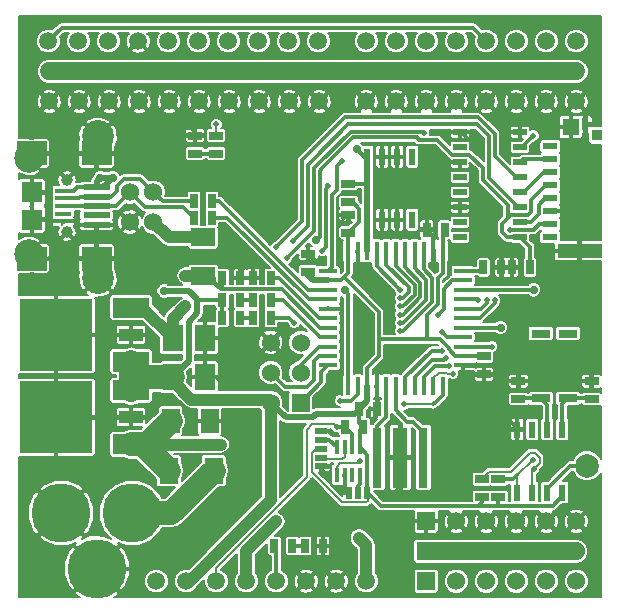
<source format=gtl>
G04 (created by PCBNEW (2013-mar-13)-testing) date T 04 juuni 2013 16:25:38 EEST*
%MOIN*%
G04 Gerber Fmt 3.4, Leading zero omitted, Abs format*
%FSLAX34Y34*%
G01*
G70*
G90*
G04 APERTURE LIST*
%ADD10C,0*%
%ADD11C,0.0590551*%
%ADD12R,0.06X0.06*%
%ADD13C,0.06*%
%ADD14R,0.025X0.045*%
%ADD15R,0.08X0.06*%
%ADD16R,0.06X0.08*%
%ADD17R,0.0531496X0.015748*%
%ADD18C,0.0393701*%
%ADD19C,0.0984252*%
%ADD20R,0.0708661X0.0708661*%
%ADD21R,0.0905512X0.019685*%
%ADD22R,0.0984252X0.0787402*%
%ADD23C,0.19685*%
%ADD24R,0.12X0.065*%
%ADD25R,0.24X0.24*%
%ADD26R,0.0787402X0.0433071*%
%ADD27R,0.0688976X0.0885827*%
%ADD28R,0.045X0.025*%
%ADD29R,0.0236X0.0551*%
%ADD30R,0.016X0.06*%
%ADD31R,0.06X0.016*%
%ADD32R,0.0314961X0.200787*%
%ADD33R,0.0511811X0.200787*%
%ADD34C,0.0787402*%
%ADD35R,0.0629921X0.0275591*%
%ADD36R,0.0165354X0.0511811*%
%ADD37R,0.019685X0.0393701*%
%ADD38R,0.0393701X0.019685*%
%ADD39R,0.045X0.02*%
%ADD40R,0.0492126X0.023622*%
%ADD41R,0.149213X0.0472441*%
%ADD42R,0.0551181X0.0570866*%
%ADD43R,0.023622X0.0393701*%
%ADD44R,0.0334646X0.0374016*%
%ADD45C,0.1063*%
%ADD46R,0.063X0.0866*%
%ADD47C,0.0275591*%
%ADD48C,0.019685*%
%ADD49C,0.011811*%
%ADD50C,0.0393701*%
%ADD51C,0.019685*%
%ADD52C,0.00787402*%
%ADD53C,0.0590551*%
%ADD54C,0.0787402*%
G04 APERTURE END LIST*
G54D10*
G54D11*
X6803Y685D03*
X7803Y685D03*
X8803Y685D03*
X9803Y685D03*
X10803Y685D03*
X11803Y685D03*
X12803Y685D03*
X5803Y685D03*
X13803Y18685D03*
X14803Y18685D03*
X15803Y18685D03*
X16803Y18685D03*
X17803Y18685D03*
X18803Y18685D03*
X19803Y18685D03*
X12803Y18685D03*
G54D12*
X14803Y685D03*
G54D13*
X15803Y685D03*
X16803Y685D03*
X17803Y685D03*
X18803Y685D03*
X19803Y685D03*
G54D11*
X3203Y18685D03*
X4203Y18685D03*
X5203Y18685D03*
X6203Y18685D03*
X7203Y18685D03*
X8203Y18685D03*
X9203Y18685D03*
X2203Y18685D03*
X10203Y18685D03*
X11203Y18685D03*
G54D14*
X7062Y13346D03*
X7662Y13346D03*
X7662Y12795D03*
X7062Y12795D03*
G54D11*
X13799Y17677D03*
X14799Y17677D03*
X15799Y17677D03*
X16799Y17677D03*
X17799Y17677D03*
X18799Y17677D03*
X19799Y17677D03*
X12799Y17677D03*
X13799Y16673D03*
X14799Y16673D03*
X15799Y16673D03*
X16799Y16673D03*
X17799Y16673D03*
X18799Y16673D03*
X19799Y16673D03*
X12799Y16673D03*
G54D12*
X14783Y1673D03*
G54D13*
X15783Y1673D03*
X16783Y1673D03*
X17783Y1673D03*
X18783Y1673D03*
X19783Y1673D03*
G54D12*
X14803Y2677D03*
G54D13*
X15803Y2677D03*
X16803Y2677D03*
X17803Y2677D03*
X18803Y2677D03*
X19803Y2677D03*
G54D11*
X3232Y17677D03*
X4232Y17677D03*
X5232Y17677D03*
X6232Y17677D03*
X7232Y17677D03*
X8232Y17677D03*
X9232Y17677D03*
X2232Y17677D03*
X10232Y17677D03*
X11232Y17677D03*
X3232Y16673D03*
X4232Y16673D03*
X5232Y16673D03*
X6232Y16673D03*
X7232Y16673D03*
X8232Y16673D03*
X9232Y16673D03*
X2232Y16673D03*
X10232Y16673D03*
X11232Y16673D03*
G54D15*
X7362Y12146D03*
X7362Y10846D03*
G54D16*
X6279Y6023D03*
X7579Y6023D03*
G54D17*
X2698Y13700D03*
X2698Y13444D03*
X2698Y13188D03*
X2698Y12933D03*
X2698Y12677D03*
G54D18*
X2826Y12312D03*
X2826Y14055D03*
G54D19*
X1574Y11574D03*
X1574Y14803D03*
G54D20*
X1653Y12736D03*
X1653Y13641D03*
G54D21*
X3811Y13818D03*
X3811Y13503D03*
X3811Y13188D03*
X3811Y12874D03*
X3811Y12559D03*
G54D22*
X3811Y11437D03*
X3811Y14940D03*
X1645Y14940D03*
X1645Y11437D03*
G54D23*
X3818Y1102D03*
X5000Y2952D03*
X2637Y2952D03*
G54D24*
X4960Y5241D03*
G54D25*
X2460Y6141D03*
G54D24*
X4960Y7041D03*
G54D26*
X4960Y6141D03*
G54D27*
X6358Y7480D03*
X7421Y7480D03*
G54D14*
X14818Y12401D03*
X15418Y12401D03*
G54D28*
X12204Y12898D03*
X12204Y12298D03*
X10866Y11599D03*
X10866Y10999D03*
G54D14*
X13174Y6417D03*
X12574Y6417D03*
G54D28*
X16732Y7574D03*
X16732Y8174D03*
G54D14*
X8607Y10787D03*
X8007Y10787D03*
X9030Y10787D03*
X9630Y10787D03*
X9030Y9448D03*
X9630Y9448D03*
X9030Y10039D03*
X9630Y10039D03*
G54D28*
X7086Y14936D03*
X7086Y15536D03*
G54D14*
X10762Y1850D03*
X11362Y1850D03*
G54D28*
X12204Y13322D03*
X12204Y13922D03*
G54D14*
X16707Y11141D03*
X17307Y11141D03*
X8607Y9448D03*
X8007Y9448D03*
X8607Y10039D03*
X8007Y10039D03*
G54D28*
X7795Y15536D03*
X7795Y14936D03*
G54D14*
X10339Y1850D03*
X9739Y1850D03*
G54D29*
X12832Y14829D03*
X12832Y12729D03*
X13332Y14829D03*
X13832Y14829D03*
X14332Y14829D03*
X13332Y12729D03*
X13832Y12729D03*
X14332Y12729D03*
G54D30*
X13779Y11698D03*
X13464Y11698D03*
X13149Y11698D03*
X12834Y11698D03*
X12519Y11698D03*
X12204Y11698D03*
X14094Y11698D03*
X14409Y11698D03*
X14724Y11698D03*
X15039Y11698D03*
X15354Y11698D03*
X13779Y7198D03*
X13464Y7198D03*
X13149Y7198D03*
X12834Y7198D03*
X12519Y7198D03*
X12204Y7198D03*
X14094Y7198D03*
X14409Y7198D03*
X14724Y7198D03*
X15039Y7198D03*
X15354Y7198D03*
G54D31*
X11529Y9448D03*
X16029Y9448D03*
X11529Y9133D03*
X16029Y9133D03*
X16029Y8818D03*
X11529Y8818D03*
X11529Y8503D03*
X16029Y8503D03*
X16029Y8188D03*
X11529Y8188D03*
X11529Y7873D03*
X16029Y7873D03*
X16029Y9763D03*
X11529Y9763D03*
X11529Y10078D03*
X16029Y10078D03*
X16029Y10393D03*
X11529Y10393D03*
X11529Y10708D03*
X16029Y10708D03*
X16029Y11023D03*
X11529Y11023D03*
G54D32*
X13169Y4803D03*
G54D33*
X13937Y4803D03*
G54D32*
X14704Y4803D03*
G54D34*
X20157Y4527D03*
G54D14*
X12701Y5826D03*
X12101Y5826D03*
G54D28*
X16653Y3479D03*
X16653Y4079D03*
X17204Y3479D03*
X17204Y4079D03*
G54D29*
X19332Y3635D03*
X19332Y5735D03*
X18832Y3635D03*
X18332Y3635D03*
X17832Y3635D03*
X18832Y5735D03*
X18332Y5735D03*
X17832Y5735D03*
G54D35*
X19527Y6771D03*
X19527Y8937D03*
X18622Y8937D03*
X18622Y6771D03*
G54D28*
X20314Y7347D03*
X20314Y6747D03*
X17874Y6747D03*
X17874Y7347D03*
G54D36*
X11820Y4222D03*
X12076Y4222D03*
X12332Y4222D03*
X12588Y4222D03*
X12588Y5147D03*
X12332Y5147D03*
X12076Y5147D03*
X11820Y5147D03*
G54D37*
X12519Y3622D03*
X12814Y3622D03*
X12224Y3622D03*
G54D38*
X11299Y4803D03*
X11299Y5098D03*
X11299Y4507D03*
X11299Y5393D03*
X11299Y5098D03*
X11299Y5688D03*
G54D39*
X17929Y12147D03*
X17929Y12647D03*
X17929Y13147D03*
X17929Y13647D03*
X17929Y14147D03*
X17929Y14647D03*
X17929Y15147D03*
X17929Y15647D03*
X15929Y15647D03*
X15929Y15147D03*
X15929Y14647D03*
X15929Y14147D03*
X15929Y13647D03*
X15929Y13147D03*
X15929Y12647D03*
X15929Y12147D03*
G54D24*
X4960Y7997D03*
G54D25*
X2460Y8897D03*
G54D24*
X4960Y9797D03*
G54D26*
X4960Y8897D03*
G54D40*
X18937Y15177D03*
X18937Y14744D03*
X18937Y14311D03*
X18937Y13877D03*
X18937Y13444D03*
X18937Y13011D03*
X18937Y12578D03*
X18937Y12145D03*
G54D41*
X19913Y11692D03*
G54D42*
X19616Y15816D03*
G54D43*
X20108Y15905D03*
G54D44*
X20492Y15541D03*
G54D12*
X10618Y6637D03*
G54D13*
X9618Y6637D03*
X10618Y7637D03*
X9618Y7637D03*
X10618Y8637D03*
X9618Y8637D03*
G54D27*
X6358Y8779D03*
X7421Y8779D03*
G54D14*
X17652Y11141D03*
X18252Y11141D03*
G54D13*
X5708Y12649D03*
X5708Y13649D03*
X4921Y13649D03*
X4921Y12649D03*
G54D45*
X3858Y10787D03*
X3858Y15511D03*
G54D46*
X6220Y4370D03*
X7716Y4370D03*
G54D47*
X11141Y12047D03*
X9803Y2677D03*
X6771Y9842D03*
X12480Y15078D03*
G54D48*
X18361Y15527D03*
G54D47*
X18385Y10393D03*
G54D48*
X14724Y15629D03*
X17598Y12401D03*
X10157Y11456D03*
X9803Y11811D03*
X11811Y5826D03*
X11929Y6692D03*
X10354Y12007D03*
X18385Y4409D03*
X15314Y8366D03*
X18346Y4724D03*
X15472Y8129D03*
G54D47*
X6771Y10866D03*
X4350Y14133D03*
X3937Y14133D03*
X7952Y5236D03*
X12559Y2125D03*
X5866Y5236D03*
G54D48*
X12598Y4685D03*
X7795Y15905D03*
X15196Y9566D03*
X13149Y7716D03*
G54D47*
X12598Y9055D03*
X8188Y6259D03*
X8188Y5826D03*
X10236Y4330D03*
X10236Y5511D03*
X15354Y3937D03*
X15354Y5314D03*
X16732Y6889D03*
X17322Y6299D03*
G54D48*
X11968Y9763D03*
X13031Y6062D03*
X11614Y5629D03*
G54D47*
X11496Y4212D03*
X11968Y3740D03*
X14055Y3503D03*
X13661Y3543D03*
X17913Y6259D03*
X19803Y7283D03*
X18385Y7322D03*
X16220Y7362D03*
X17480Y11614D03*
X19803Y12992D03*
X16574Y15039D03*
X14803Y12874D03*
X15039Y11181D03*
X12519Y11181D03*
G54D48*
X11929Y11653D03*
X11929Y11968D03*
G54D47*
X11259Y11338D03*
X13582Y13779D03*
X6889Y15866D03*
X8031Y8582D03*
X8031Y8937D03*
X8031Y7716D03*
X8070Y7204D03*
X8307Y2834D03*
X8031Y3110D03*
X7755Y3385D03*
G54D48*
X8818Y11220D03*
X15314Y8996D03*
X11338Y11692D03*
G54D47*
X12086Y10374D03*
G54D48*
X11535Y13838D03*
X17086Y10039D03*
X16811Y10039D03*
X13937Y10118D03*
X12007Y14685D03*
X13937Y9015D03*
X13937Y9291D03*
X13937Y9566D03*
X13937Y9842D03*
G54D47*
X17283Y9133D03*
G54D48*
X13937Y10393D03*
X15688Y7598D03*
X16535Y10039D03*
X15551Y7854D03*
X16988Y8503D03*
X10393Y9291D03*
X14055Y6574D03*
G54D47*
X6062Y10354D03*
G54D49*
X11339Y14447D02*
X11259Y14367D01*
X12364Y15472D02*
X11339Y14447D01*
X17519Y12795D02*
X17519Y13226D01*
X14488Y15472D02*
X13307Y15472D01*
X14567Y15393D02*
X14488Y15472D01*
X15157Y15393D02*
X14567Y15393D01*
X15649Y14901D02*
X15157Y15393D01*
X16240Y14901D02*
X15649Y14901D01*
X16693Y14448D02*
X16240Y14901D01*
X16693Y14052D02*
X16693Y14448D01*
X17519Y13226D02*
X16693Y14052D01*
X13307Y15472D02*
X12364Y15472D01*
X11259Y12164D02*
X11141Y12047D01*
X11259Y14367D02*
X11259Y12164D01*
G54D50*
X8803Y685D02*
X8803Y1677D01*
X8803Y1677D02*
X9803Y2677D01*
X4960Y9797D02*
X5340Y9797D01*
X5340Y9797D02*
X6358Y8779D01*
X6358Y9429D02*
X6771Y9842D01*
X6358Y8779D02*
X6358Y9429D01*
G54D49*
X17618Y12893D02*
X17519Y12795D01*
X17519Y12795D02*
X17322Y12598D01*
X18799Y13877D02*
X18307Y13385D01*
X18307Y13385D02*
X18307Y12992D01*
X18307Y12992D02*
X18208Y12893D01*
X18208Y12893D02*
X17618Y12893D01*
X18937Y13877D02*
X18799Y13877D01*
X17498Y12147D02*
X17929Y12147D01*
X17322Y12322D02*
X17498Y12147D01*
X17322Y12598D02*
X17322Y12322D01*
X18252Y11141D02*
X18252Y11824D01*
X18252Y11824D02*
X17929Y12147D01*
X17891Y12147D02*
X17929Y12147D01*
X12832Y14829D02*
X12729Y14829D01*
X12729Y14829D02*
X12480Y15078D01*
X12204Y13922D02*
X12832Y13922D01*
G54D51*
X12832Y12729D02*
X12832Y13922D01*
X12832Y13922D02*
X12832Y14829D01*
X12834Y11698D02*
X12834Y12727D01*
X12834Y12727D02*
X12832Y12729D01*
G54D49*
X17929Y15147D02*
X17982Y15147D01*
X17982Y15147D02*
X18361Y15527D01*
X18385Y10393D02*
X16029Y10393D01*
X18385Y10393D02*
X18385Y10393D01*
X5421Y13149D02*
X6707Y13149D01*
X4921Y13649D02*
X5421Y13149D01*
X6707Y13149D02*
X7062Y12795D01*
X3811Y13188D02*
X4460Y13188D01*
X4460Y13188D02*
X4921Y13649D01*
X2698Y13188D02*
X3811Y13188D01*
X5708Y13649D02*
X6011Y13346D01*
X6011Y13346D02*
X7062Y13346D01*
X3811Y13503D02*
X4291Y13503D01*
X5259Y14098D02*
X5708Y13649D01*
X4724Y14098D02*
X5259Y14098D01*
X4476Y13850D02*
X4724Y14098D01*
X4476Y13688D02*
X4476Y13850D01*
X4291Y13503D02*
X4476Y13688D01*
X2698Y13444D02*
X3216Y13444D01*
X3275Y13503D02*
X3811Y13503D01*
X3216Y13444D02*
X3275Y13503D01*
X11220Y14606D02*
X11062Y14448D01*
X14724Y15629D02*
X14685Y15669D01*
X14685Y15669D02*
X12755Y15669D01*
X12755Y15669D02*
X12283Y15669D01*
X12283Y15669D02*
X11220Y14606D01*
X18562Y12578D02*
X18937Y12578D01*
X18385Y12401D02*
X18070Y12401D01*
X18562Y12578D02*
X18385Y12401D01*
X17598Y12401D02*
X18070Y12401D01*
X11062Y12362D02*
X10157Y11456D01*
X11062Y14448D02*
X11062Y12362D01*
X11529Y7873D02*
X11299Y7643D01*
X11299Y7318D02*
X10618Y6637D01*
X11299Y7643D02*
X11299Y7318D01*
X12834Y16141D02*
X12086Y16141D01*
X17929Y14147D02*
X17781Y14147D01*
X16535Y16141D02*
X14960Y16141D01*
X17086Y15590D02*
X16535Y16141D01*
X17086Y14842D02*
X17086Y15590D01*
X17781Y14147D02*
X17086Y14842D01*
X12834Y16141D02*
X14960Y16141D01*
X10669Y12677D02*
X9803Y11811D01*
X10669Y14724D02*
X10669Y12677D01*
X12086Y16141D02*
X10669Y14724D01*
X9618Y7637D02*
X10090Y7165D01*
X11220Y8188D02*
X11529Y8188D01*
X11062Y8031D02*
X11220Y8188D01*
X11062Y7401D02*
X11062Y8031D01*
X10826Y7165D02*
X11062Y7401D01*
X10090Y7165D02*
X10826Y7165D01*
G54D52*
X10826Y5039D02*
X10826Y5728D01*
X7803Y1122D02*
X10826Y4145D01*
X10826Y4145D02*
X10826Y5039D01*
X7803Y685D02*
X7803Y1122D01*
X11732Y5905D02*
X11811Y5826D01*
X11003Y5905D02*
X11732Y5905D01*
X10826Y5728D02*
X11003Y5905D01*
G54D49*
X11929Y6692D02*
X12283Y6692D01*
X12519Y6928D02*
X12519Y7198D01*
X12283Y6692D02*
X12519Y6928D01*
X12101Y5826D02*
X11811Y5826D01*
X11929Y6692D02*
X11929Y6683D01*
X12332Y5147D02*
X12332Y5595D01*
X12332Y5595D02*
X12101Y5826D01*
X11023Y14724D02*
X10866Y14566D01*
X12795Y15905D02*
X12204Y15905D01*
X17875Y13147D02*
X17929Y13147D01*
X16493Y15905D02*
X15669Y15905D01*
X16889Y15509D02*
X16493Y15905D01*
X16889Y14133D02*
X16889Y15509D01*
X17875Y13147D02*
X16889Y14133D01*
X12795Y15905D02*
X15669Y15905D01*
X12204Y15905D02*
X11023Y14724D01*
X10866Y12519D02*
X10354Y12007D01*
X10866Y14566D02*
X10866Y12519D01*
X10618Y7637D02*
X10618Y7901D01*
X11220Y8503D02*
X11529Y8503D01*
X10618Y7901D02*
X11220Y8503D01*
G54D52*
X16653Y4079D02*
X16904Y4330D01*
X18582Y4606D02*
X18385Y4409D01*
X18582Y4803D02*
X18582Y4606D01*
X18425Y4960D02*
X18582Y4803D01*
X18267Y4960D02*
X18425Y4960D01*
X17637Y4330D02*
X18267Y4960D01*
X16904Y4330D02*
X17637Y4330D01*
X18332Y4356D02*
X18332Y3635D01*
X18385Y4409D02*
X18332Y4356D01*
G54D49*
X16803Y18685D02*
X16354Y19133D01*
X2651Y19133D02*
X2203Y18685D01*
X16354Y19133D02*
X2651Y19133D01*
X14978Y8364D02*
X15313Y8364D01*
X14094Y7480D02*
X14978Y8364D01*
X14094Y7480D02*
X14094Y7198D01*
X15313Y8364D02*
X15314Y8366D01*
X17204Y4079D02*
X17701Y4079D01*
X17701Y4079D02*
X17832Y4210D01*
G54D52*
X17832Y4210D02*
X17832Y3635D01*
X18346Y4724D02*
X17832Y4210D01*
G54D49*
X14409Y7480D02*
X14409Y7198D01*
X15393Y8051D02*
X15472Y8129D01*
X14980Y8051D02*
X15393Y8051D01*
X14409Y7480D02*
X14980Y8051D01*
G54D53*
X15783Y1673D02*
X14783Y1673D01*
X16783Y1673D02*
X15783Y1673D01*
X17783Y1673D02*
X16783Y1673D01*
X18783Y1673D02*
X17783Y1673D01*
X19783Y1673D02*
X18783Y1673D01*
G54D49*
X8007Y10787D02*
X8007Y10413D01*
X9901Y10413D02*
X8007Y10413D01*
X8007Y10413D02*
X7952Y10413D01*
X11259Y9133D02*
X9980Y10413D01*
X9980Y10413D02*
X9901Y10413D01*
X11529Y9133D02*
X11259Y9133D01*
X7952Y10413D02*
X7598Y10767D01*
G54D50*
X7598Y10767D02*
X7499Y10866D01*
X7499Y10866D02*
X6771Y10866D01*
X7362Y12146D02*
X6211Y12146D01*
X6211Y12146D02*
X5708Y12649D01*
G54D51*
X4350Y14133D02*
X3937Y14133D01*
X3937Y14133D02*
X3811Y14007D01*
X3811Y14007D02*
X3811Y13818D01*
X4035Y13818D02*
X3811Y13818D01*
X4350Y14133D02*
X4035Y13818D01*
G54D49*
X2698Y13700D02*
X3055Y13700D01*
X3173Y13818D02*
X3811Y13818D01*
X3055Y13700D02*
X3173Y13818D01*
G54D53*
X4232Y17677D02*
X5232Y17677D01*
X3232Y17677D02*
X4232Y17677D01*
X2232Y17677D02*
X3232Y17677D01*
X5232Y17677D02*
X6232Y17677D01*
X6232Y17677D02*
X7232Y17677D01*
X7232Y17677D02*
X8232Y17677D01*
X9232Y17677D02*
X8232Y17677D01*
X10232Y17677D02*
X9232Y17677D01*
X10232Y17677D02*
X11232Y17677D01*
X12799Y17677D02*
X11232Y17677D01*
X13799Y17677D02*
X12799Y17677D01*
X14799Y17677D02*
X13799Y17677D01*
X15799Y17677D02*
X14799Y17677D01*
X15799Y17677D02*
X16799Y17677D01*
X16799Y17677D02*
X17799Y17677D01*
X18799Y17677D02*
X17799Y17677D01*
X19799Y17677D02*
X18799Y17677D01*
G54D50*
X12803Y685D02*
X12803Y1881D01*
X7952Y5236D02*
X5866Y5236D01*
X12803Y1881D02*
X12559Y2125D01*
G54D54*
X6279Y6023D02*
X5497Y5241D01*
X5497Y5241D02*
X4960Y5241D01*
X6220Y4370D02*
X5348Y5241D01*
X5348Y5241D02*
X4960Y5241D01*
G54D50*
X4966Y5236D02*
X4960Y5241D01*
X5866Y5236D02*
X4966Y5236D01*
G54D52*
X11820Y4498D02*
X11928Y4606D01*
X11928Y4606D02*
X12519Y4606D01*
X12519Y4606D02*
X12598Y4685D01*
X11820Y4222D02*
X11820Y4498D01*
X7795Y15536D02*
X7795Y15905D01*
G54D49*
X15393Y10000D02*
X15393Y9763D01*
X15669Y10708D02*
X15393Y10433D01*
X15393Y10433D02*
X15393Y10000D01*
X16029Y10708D02*
X15669Y10708D01*
X15393Y9763D02*
X15196Y9566D01*
X3811Y14940D02*
X3811Y15464D01*
X3811Y15464D02*
X3858Y15511D01*
X12076Y4222D02*
X12076Y3809D01*
X12076Y3809D02*
X12263Y3622D01*
X13149Y7716D02*
X13149Y7716D01*
X13149Y7198D02*
X13149Y7716D01*
X7952Y6023D02*
X8188Y6259D01*
X7579Y6023D02*
X7952Y6023D01*
X10236Y5511D02*
X10236Y4330D01*
X17832Y5735D02*
X17832Y5789D01*
X15354Y5511D02*
X15354Y5314D01*
X16732Y6889D02*
X15354Y5511D01*
X17832Y5789D02*
X17322Y6299D01*
X11529Y9763D02*
X11968Y9763D01*
X11968Y9763D02*
X11968Y9763D01*
X13174Y6417D02*
X13174Y6205D01*
X13174Y6205D02*
X13031Y6062D01*
X11299Y5688D02*
X11555Y5688D01*
X11555Y5688D02*
X11614Y5629D01*
X11299Y4507D02*
X11299Y4409D01*
X11299Y4409D02*
X11496Y4212D01*
X12263Y3622D02*
X12086Y3622D01*
X12086Y3622D02*
X11968Y3740D01*
X13937Y4803D02*
X13937Y3818D01*
X13937Y3818D02*
X13661Y3543D01*
X17832Y5735D02*
X17832Y6179D01*
X17832Y6179D02*
X17913Y6259D01*
X20314Y7347D02*
X19866Y7347D01*
X19866Y7347D02*
X19803Y7283D01*
X17874Y7347D02*
X18361Y7347D01*
X18361Y7347D02*
X18385Y7322D01*
X16732Y7574D02*
X16432Y7574D01*
X16432Y7574D02*
X16220Y7362D01*
X17652Y11141D02*
X17652Y11441D01*
X17652Y11441D02*
X17480Y11614D01*
X18937Y13011D02*
X19783Y13011D01*
X19783Y13011D02*
X19803Y12992D01*
X15929Y15647D02*
X15966Y15647D01*
X15966Y15647D02*
X16574Y15039D01*
X14818Y12401D02*
X14818Y12859D01*
X14818Y12859D02*
X14803Y12874D01*
X15039Y11698D02*
X15039Y12180D01*
X15039Y12180D02*
X14818Y12401D01*
X15039Y11698D02*
X15039Y11698D01*
X15039Y11698D02*
X15039Y11181D01*
X12519Y11698D02*
X12519Y11698D01*
X12519Y11698D02*
X12519Y11181D01*
G54D52*
X12204Y12898D02*
X11850Y12544D01*
X11850Y12047D02*
X11929Y11968D01*
X11850Y12544D02*
X11850Y12047D01*
G54D49*
X10866Y11599D02*
X11126Y11338D01*
X11126Y11338D02*
X11259Y11338D01*
X13332Y12729D02*
X13332Y13529D01*
X13332Y13529D02*
X13582Y13779D01*
X7086Y15536D02*
X7086Y15669D01*
X7086Y15669D02*
X6889Y15866D01*
X7421Y8779D02*
X7874Y8779D01*
X7874Y8779D02*
X8031Y8937D01*
X7421Y7480D02*
X7795Y7480D01*
X7795Y7480D02*
X8070Y7204D01*
X3818Y1102D02*
X5472Y1102D01*
X8031Y3110D02*
X8307Y2834D01*
X5472Y1102D02*
X7755Y3385D01*
X8607Y10787D02*
X8607Y11008D01*
X8607Y11008D02*
X8818Y11220D01*
X13149Y7198D02*
X13149Y6441D01*
X13149Y6441D02*
X13174Y6417D01*
X19527Y6771D02*
X20290Y6771D01*
X20290Y6771D02*
X20314Y6747D01*
X19332Y5735D02*
X19332Y6576D01*
X19332Y6576D02*
X19527Y6771D01*
X15492Y8818D02*
X15314Y8996D01*
X15492Y8818D02*
X16029Y8818D01*
X18622Y6771D02*
X17898Y6771D01*
X17898Y6771D02*
X17874Y6747D01*
X18832Y5735D02*
X18832Y6561D01*
X18832Y6561D02*
X18622Y6771D01*
X11529Y8818D02*
X11259Y8818D01*
X10039Y10039D02*
X9630Y10039D01*
X11259Y8818D02*
X10039Y10039D01*
X8607Y10039D02*
X9030Y10039D01*
X11455Y13759D02*
X11455Y11810D01*
X11535Y13838D02*
X11455Y13759D01*
X12204Y10256D02*
X12204Y7198D01*
X12086Y10374D02*
X12204Y10256D01*
X11455Y11810D02*
X11338Y11692D01*
X11535Y13838D02*
X11496Y13877D01*
X16577Y9448D02*
X16029Y9448D01*
X17086Y9957D02*
X16577Y9448D01*
X17086Y10039D02*
X17086Y9957D01*
X16614Y9763D02*
X16029Y9763D01*
X16811Y9960D02*
X16614Y9763D01*
X16811Y10039D02*
X16811Y9960D01*
X13464Y11698D02*
X13464Y11220D01*
X14015Y10118D02*
X13937Y10118D01*
X14212Y10314D02*
X14015Y10118D01*
X14212Y10472D02*
X14212Y10314D01*
X13464Y11220D02*
X14212Y10472D01*
X11652Y12283D02*
X11652Y11146D01*
X11830Y13721D02*
X11652Y13543D01*
X11652Y13543D02*
X11652Y12283D01*
X12007Y14685D02*
X11830Y14507D01*
X11830Y14507D02*
X11830Y13721D01*
X11652Y11146D02*
X11529Y11023D01*
X10339Y1850D02*
X10762Y1850D01*
X14724Y11074D02*
X15000Y10798D01*
X15000Y10798D02*
X15000Y9988D01*
X15000Y9988D02*
X14026Y9015D01*
X14026Y9015D02*
X13937Y9015D01*
X14724Y11074D02*
X14724Y11698D01*
X14409Y11110D02*
X14803Y10717D01*
X14803Y10717D02*
X14803Y10070D01*
X14803Y10070D02*
X14024Y9291D01*
X14024Y9291D02*
X13937Y9291D01*
X14409Y11110D02*
X14409Y11698D01*
X14094Y11147D02*
X14094Y11698D01*
X14021Y9566D02*
X13937Y9566D01*
X14606Y10151D02*
X14021Y9566D01*
X14606Y10635D02*
X14606Y10151D01*
X14094Y11147D02*
X14606Y10635D01*
X13779Y11698D02*
X13779Y11183D01*
X14018Y9842D02*
X13937Y9842D01*
X14409Y10233D02*
X14018Y9842D01*
X14409Y10553D02*
X14409Y10233D01*
X13779Y11183D02*
X14409Y10553D01*
X17283Y9133D02*
X16029Y9133D01*
X17283Y9133D02*
X17283Y9133D01*
X13149Y11181D02*
X13149Y11698D01*
X13149Y11181D02*
X13937Y10393D01*
X16029Y11023D02*
X16589Y11023D01*
X16589Y11023D02*
X16707Y11141D01*
G54D52*
X15472Y7637D02*
X15511Y7598D01*
X15039Y7441D02*
X15236Y7637D01*
X15236Y7637D02*
X15472Y7637D01*
X15039Y7198D02*
X15039Y7441D01*
X15511Y7598D02*
X15688Y7598D01*
G54D49*
X16495Y10078D02*
X16029Y10078D01*
X16535Y10039D02*
X16495Y10078D01*
X14724Y7480D02*
X14724Y7198D01*
X15098Y7854D02*
X15551Y7854D01*
X14724Y7480D02*
X15098Y7854D01*
X9030Y9448D02*
X8607Y9448D01*
X16029Y8503D02*
X16988Y8503D01*
X16988Y8503D02*
X16988Y8503D01*
X7795Y14936D02*
X7086Y14936D01*
G54D54*
X6299Y2952D02*
X7716Y4370D01*
X5000Y2952D02*
X6299Y2952D01*
G54D49*
X17929Y14647D02*
X18025Y14744D01*
X18025Y14744D02*
X18937Y14744D01*
X17929Y13647D02*
X18057Y13647D01*
X18720Y14311D02*
X18937Y14311D01*
X18057Y13647D02*
X18720Y14311D01*
X17929Y12647D02*
X18277Y12647D01*
X18759Y13444D02*
X18937Y13444D01*
X18543Y13228D02*
X18759Y13444D01*
X18543Y12913D02*
X18543Y13228D01*
X18277Y12647D02*
X18543Y12913D01*
X12588Y4222D02*
X12588Y3927D01*
X12519Y3858D02*
X12519Y3622D01*
X12588Y3927D02*
X12519Y3858D01*
G54D52*
X11299Y4803D02*
X11338Y4763D01*
X12076Y4832D02*
X12076Y5147D01*
X12007Y4763D02*
X12076Y4832D01*
X11338Y4763D02*
X12007Y4763D01*
G54D49*
X11820Y5147D02*
X11574Y5393D01*
X11574Y5393D02*
X11299Y5393D01*
X13779Y7198D02*
X13779Y6377D01*
X14704Y5649D02*
X14704Y4803D01*
X14350Y6003D02*
X14704Y5649D01*
X14152Y6003D02*
X14350Y6003D01*
X13779Y6377D02*
X14152Y6003D01*
X11529Y10393D02*
X10851Y10393D01*
X7898Y13346D02*
X7662Y13346D01*
X10851Y10393D02*
X7898Y13346D01*
X7662Y12795D02*
X8171Y12795D01*
X10887Y10078D02*
X11529Y10078D01*
X8171Y12795D02*
X10887Y10078D01*
X13464Y7198D02*
X13464Y6141D01*
X13169Y5846D02*
X13169Y5039D01*
X13464Y6141D02*
X13169Y5846D01*
X11529Y9448D02*
X11239Y9448D01*
X9900Y10787D02*
X9630Y10787D01*
X11239Y9448D02*
X9900Y10787D01*
G54D52*
X15039Y6574D02*
X14055Y6574D01*
G54D49*
X9630Y9448D02*
X10236Y9448D01*
X10236Y9448D02*
X10393Y9291D01*
X15354Y6889D02*
X15354Y7198D01*
X15354Y6889D02*
X15118Y6653D01*
X15118Y6653D02*
X15039Y6574D01*
X18832Y3635D02*
X18832Y3753D01*
X19606Y4527D02*
X20157Y4527D01*
X18832Y3753D02*
X19606Y4527D01*
X12814Y3622D02*
X12834Y3641D01*
X12834Y3976D02*
X12834Y4901D01*
X12834Y4901D02*
X12588Y5147D01*
X12834Y3641D02*
X12834Y3976D01*
G54D50*
X6803Y685D02*
X6921Y685D01*
X9618Y3381D02*
X9618Y6637D01*
X6921Y685D02*
X9618Y3381D01*
G54D52*
X11299Y5098D02*
X11122Y5098D01*
X12854Y3366D02*
X12854Y3622D01*
X12795Y3307D02*
X12854Y3366D01*
X12007Y3307D02*
X12795Y3307D01*
X10984Y4330D02*
X12007Y3307D01*
X10984Y4960D02*
X10984Y4330D01*
X11122Y5098D02*
X10984Y4960D01*
G54D49*
X16653Y3479D02*
X16653Y3307D01*
X16653Y3307D02*
X16535Y3188D01*
X17204Y3479D02*
X17204Y3188D01*
X19332Y3635D02*
X19332Y3505D01*
X13287Y3188D02*
X12854Y3622D01*
X19015Y3188D02*
X17204Y3188D01*
X17204Y3188D02*
X16535Y3188D01*
X16535Y3188D02*
X13287Y3188D01*
X19332Y3505D02*
X19015Y3188D01*
X9803Y685D02*
X9803Y1786D01*
X9803Y1786D02*
X9739Y1850D01*
X16029Y8188D02*
X16717Y8188D01*
X16717Y8188D02*
X16732Y8174D01*
X15354Y11698D02*
X15354Y12337D01*
X15354Y12337D02*
X15418Y12401D01*
X12204Y12298D02*
X12568Y12662D01*
X12347Y13322D02*
X12204Y13322D01*
X12568Y13100D02*
X12347Y13322D01*
X12568Y12662D02*
X12568Y13100D01*
X12204Y11698D02*
X12204Y12298D01*
X12204Y12298D02*
X12204Y12298D01*
G54D51*
X11529Y10708D02*
X11038Y10708D01*
X11038Y10708D02*
X10826Y10920D01*
G54D49*
X8007Y10039D02*
X7204Y10039D01*
X7204Y10039D02*
X7165Y10078D01*
X8007Y9448D02*
X8007Y10039D01*
G54D50*
X9618Y6637D02*
X9523Y6732D01*
X9523Y6732D02*
X6968Y6732D01*
X6968Y6732D02*
X6358Y7342D01*
X6358Y7342D02*
X6358Y7480D01*
G54D51*
X12574Y6417D02*
X12834Y6677D01*
X12834Y6677D02*
X12834Y7198D01*
X12574Y6417D02*
X12416Y6259D01*
X12416Y6259D02*
X11141Y6259D01*
X11141Y6259D02*
X11023Y6141D01*
X11023Y6141D02*
X10114Y6141D01*
X10114Y6141D02*
X9618Y6637D01*
X7165Y10078D02*
X6889Y10354D01*
X6062Y10354D02*
X6889Y10354D01*
X6889Y8011D02*
X6358Y7480D01*
X6889Y8011D02*
X6889Y9330D01*
X6889Y9330D02*
X7165Y9606D01*
X7165Y9606D02*
X7165Y10078D01*
G54D54*
X4960Y7997D02*
X4960Y7041D01*
X4960Y7041D02*
X5399Y7480D01*
X5399Y7480D02*
X6358Y7480D01*
G54D49*
X12588Y5147D02*
X12588Y5713D01*
X12588Y5713D02*
X12701Y5826D01*
X12701Y5826D02*
X12574Y5954D01*
X12574Y5954D02*
X12574Y6417D01*
X16029Y8188D02*
X15767Y8188D01*
X15196Y8740D02*
X14842Y8740D01*
X15275Y8740D02*
X15196Y8740D01*
X15551Y8464D02*
X15275Y8740D01*
X15551Y8405D02*
X15551Y8464D01*
X15767Y8188D02*
X15551Y8405D01*
X15039Y9749D02*
X14842Y9552D01*
X15354Y10945D02*
X15196Y10787D01*
X15196Y10787D02*
X15196Y9907D01*
X15196Y9907D02*
X15039Y9749D01*
X15354Y11698D02*
X15354Y10945D01*
X14842Y9552D02*
X14842Y8740D01*
X14842Y8740D02*
X13228Y8740D01*
X13228Y8188D02*
X13228Y8740D01*
X12834Y7795D02*
X13228Y8188D01*
X13228Y8188D02*
X13228Y8188D01*
X12834Y7198D02*
X12834Y7795D01*
X13228Y8740D02*
X13228Y9645D01*
X13228Y9645D02*
X12066Y10807D01*
X12204Y11698D02*
X12204Y10944D01*
X12204Y10944D02*
X12066Y10807D01*
X11968Y10708D02*
X11529Y10708D01*
X12066Y10807D02*
X11968Y10708D01*
G54D10*
G36*
X10800Y5925D02*
X10715Y5840D01*
X10681Y5789D01*
X10669Y5728D01*
X10669Y5039D01*
X10669Y4210D01*
X9933Y3474D01*
X9933Y6016D01*
X9961Y5988D01*
X10031Y5941D01*
X10114Y5925D01*
X10800Y5925D01*
X10800Y5925D01*
G37*
G54D52*
X10800Y5925D02*
X10715Y5840D01*
X10681Y5789D01*
X10669Y5728D01*
X10669Y5039D01*
X10669Y4210D01*
X9933Y3474D01*
X9933Y6016D01*
X9961Y5988D01*
X10031Y5941D01*
X10114Y5925D01*
X10800Y5925D01*
G54D10*
G36*
X10822Y9005D02*
X10701Y9055D01*
X10535Y9055D01*
X10381Y8992D01*
X10263Y8874D01*
X10200Y8721D01*
X10199Y8554D01*
X10263Y8401D01*
X10380Y8283D01*
X10534Y8219D01*
X10685Y8219D01*
X10512Y8046D01*
X10381Y7992D01*
X10263Y7874D01*
X10200Y7721D01*
X10199Y7554D01*
X10263Y7401D01*
X10322Y7342D01*
X10163Y7342D01*
X10040Y7466D01*
X10040Y8576D01*
X10031Y8742D01*
X9984Y8855D01*
X9925Y8889D01*
X9869Y8834D01*
X9869Y8944D01*
X9836Y9004D01*
X9679Y9059D01*
X9513Y9051D01*
X9400Y9004D01*
X9366Y8944D01*
X9618Y8693D01*
X9869Y8944D01*
X9869Y8834D01*
X9673Y8637D01*
X9925Y8386D01*
X9984Y8419D01*
X10040Y8576D01*
X10040Y7466D01*
X10011Y7494D01*
X10036Y7554D01*
X10036Y7720D01*
X9972Y7874D01*
X9869Y7977D01*
X9869Y8330D01*
X9618Y8582D01*
X9562Y8527D01*
X9562Y8637D01*
X9311Y8889D01*
X9251Y8855D01*
X9195Y8698D01*
X9204Y8532D01*
X9251Y8419D01*
X9311Y8386D01*
X9562Y8637D01*
X9562Y8527D01*
X9366Y8330D01*
X9400Y8271D01*
X9556Y8215D01*
X9723Y8224D01*
X9836Y8271D01*
X9869Y8330D01*
X9869Y7977D01*
X9855Y7992D01*
X9701Y8055D01*
X9535Y8055D01*
X9381Y7992D01*
X9263Y7874D01*
X9200Y7721D01*
X9199Y7554D01*
X9263Y7401D01*
X9380Y7283D01*
X9534Y7219D01*
X9700Y7219D01*
X9760Y7244D01*
X9965Y7040D01*
X10022Y7001D01*
X10090Y6988D01*
X10211Y6988D01*
X10200Y6961D01*
X10199Y6914D01*
X10199Y6362D01*
X10027Y6534D01*
X10036Y6554D01*
X10036Y6720D01*
X9972Y6874D01*
X9855Y6992D01*
X9701Y7055D01*
X9535Y7055D01*
X9514Y7047D01*
X7884Y7047D01*
X7884Y7060D01*
X7884Y7899D01*
X7884Y8360D01*
X7884Y8710D01*
X7854Y8740D01*
X7460Y8740D01*
X7460Y8247D01*
X7489Y8218D01*
X7789Y8218D01*
X7832Y8236D01*
X7866Y8269D01*
X7884Y8312D01*
X7884Y8360D01*
X7884Y7899D01*
X7884Y7946D01*
X7866Y7990D01*
X7832Y8023D01*
X7789Y8041D01*
X7489Y8041D01*
X7460Y8012D01*
X7460Y7519D01*
X7854Y7519D01*
X7884Y7549D01*
X7884Y7899D01*
X7884Y7060D01*
X7884Y7411D01*
X7854Y7441D01*
X7460Y7441D01*
X7460Y7433D01*
X7382Y7433D01*
X7382Y7441D01*
X6987Y7441D01*
X6958Y7411D01*
X6958Y7187D01*
X6836Y7310D01*
X6870Y7480D01*
X6835Y7651D01*
X6958Y7774D01*
X6958Y7549D01*
X6987Y7519D01*
X7382Y7519D01*
X7382Y8012D01*
X7352Y8041D01*
X7106Y8041D01*
X7106Y8218D01*
X7352Y8218D01*
X7382Y8247D01*
X7382Y8740D01*
X7374Y8740D01*
X7374Y8818D01*
X7382Y8818D01*
X7382Y9311D01*
X7352Y9340D01*
X7206Y9340D01*
X7318Y9453D01*
X7318Y9453D01*
X7318Y9453D01*
X7365Y9523D01*
X7381Y9606D01*
X7381Y9862D01*
X7763Y9862D01*
X7763Y9790D01*
X7781Y9747D01*
X7785Y9744D01*
X7782Y9740D01*
X7763Y9697D01*
X7763Y9650D01*
X7763Y9340D01*
X7489Y9340D01*
X7460Y9311D01*
X7460Y8818D01*
X7854Y8818D01*
X7884Y8848D01*
X7884Y9105D01*
X7905Y9105D01*
X8155Y9105D01*
X8198Y9123D01*
X8232Y9156D01*
X8250Y9200D01*
X8250Y9247D01*
X8250Y9697D01*
X8232Y9740D01*
X8228Y9744D01*
X8232Y9747D01*
X8250Y9790D01*
X8250Y9837D01*
X8250Y10236D01*
X8363Y10236D01*
X8363Y9790D01*
X8381Y9747D01*
X8385Y9744D01*
X8382Y9740D01*
X8363Y9697D01*
X8363Y9650D01*
X8363Y9200D01*
X8381Y9157D01*
X8415Y9123D01*
X8458Y9105D01*
X8505Y9105D01*
X8755Y9105D01*
X8798Y9123D01*
X8818Y9143D01*
X8838Y9123D01*
X8882Y9105D01*
X8929Y9105D01*
X9179Y9105D01*
X9222Y9123D01*
X9255Y9156D01*
X9273Y9200D01*
X9273Y9247D01*
X9273Y9697D01*
X9255Y9740D01*
X9252Y9744D01*
X9255Y9747D01*
X9273Y9790D01*
X9273Y9837D01*
X9273Y10236D01*
X9387Y10236D01*
X9387Y9790D01*
X9405Y9747D01*
X9408Y9744D01*
X9405Y9740D01*
X9387Y9697D01*
X9387Y9650D01*
X9387Y9200D01*
X9405Y9157D01*
X9438Y9123D01*
X9482Y9105D01*
X9529Y9105D01*
X9779Y9105D01*
X9822Y9123D01*
X9855Y9156D01*
X9873Y9200D01*
X9873Y9247D01*
X9873Y9271D01*
X10162Y9271D01*
X10177Y9257D01*
X10177Y9248D01*
X10210Y9168D01*
X10270Y9107D01*
X10350Y9074D01*
X10436Y9074D01*
X10516Y9107D01*
X10577Y9168D01*
X10601Y9226D01*
X10822Y9005D01*
X10822Y9005D01*
G37*
G54D52*
X10822Y9005D02*
X10701Y9055D01*
X10535Y9055D01*
X10381Y8992D01*
X10263Y8874D01*
X10200Y8721D01*
X10199Y8554D01*
X10263Y8401D01*
X10380Y8283D01*
X10534Y8219D01*
X10685Y8219D01*
X10512Y8046D01*
X10381Y7992D01*
X10263Y7874D01*
X10200Y7721D01*
X10199Y7554D01*
X10263Y7401D01*
X10322Y7342D01*
X10163Y7342D01*
X10040Y7466D01*
X10040Y8576D01*
X10031Y8742D01*
X9984Y8855D01*
X9925Y8889D01*
X9869Y8834D01*
X9869Y8944D01*
X9836Y9004D01*
X9679Y9059D01*
X9513Y9051D01*
X9400Y9004D01*
X9366Y8944D01*
X9618Y8693D01*
X9869Y8944D01*
X9869Y8834D01*
X9673Y8637D01*
X9925Y8386D01*
X9984Y8419D01*
X10040Y8576D01*
X10040Y7466D01*
X10011Y7494D01*
X10036Y7554D01*
X10036Y7720D01*
X9972Y7874D01*
X9869Y7977D01*
X9869Y8330D01*
X9618Y8582D01*
X9562Y8527D01*
X9562Y8637D01*
X9311Y8889D01*
X9251Y8855D01*
X9195Y8698D01*
X9204Y8532D01*
X9251Y8419D01*
X9311Y8386D01*
X9562Y8637D01*
X9562Y8527D01*
X9366Y8330D01*
X9400Y8271D01*
X9556Y8215D01*
X9723Y8224D01*
X9836Y8271D01*
X9869Y8330D01*
X9869Y7977D01*
X9855Y7992D01*
X9701Y8055D01*
X9535Y8055D01*
X9381Y7992D01*
X9263Y7874D01*
X9200Y7721D01*
X9199Y7554D01*
X9263Y7401D01*
X9380Y7283D01*
X9534Y7219D01*
X9700Y7219D01*
X9760Y7244D01*
X9965Y7040D01*
X10022Y7001D01*
X10090Y6988D01*
X10211Y6988D01*
X10200Y6961D01*
X10199Y6914D01*
X10199Y6362D01*
X10027Y6534D01*
X10036Y6554D01*
X10036Y6720D01*
X9972Y6874D01*
X9855Y6992D01*
X9701Y7055D01*
X9535Y7055D01*
X9514Y7047D01*
X7884Y7047D01*
X7884Y7060D01*
X7884Y7899D01*
X7884Y8360D01*
X7884Y8710D01*
X7854Y8740D01*
X7460Y8740D01*
X7460Y8247D01*
X7489Y8218D01*
X7789Y8218D01*
X7832Y8236D01*
X7866Y8269D01*
X7884Y8312D01*
X7884Y8360D01*
X7884Y7899D01*
X7884Y7946D01*
X7866Y7990D01*
X7832Y8023D01*
X7789Y8041D01*
X7489Y8041D01*
X7460Y8012D01*
X7460Y7519D01*
X7854Y7519D01*
X7884Y7549D01*
X7884Y7899D01*
X7884Y7060D01*
X7884Y7411D01*
X7854Y7441D01*
X7460Y7441D01*
X7460Y7433D01*
X7382Y7433D01*
X7382Y7441D01*
X6987Y7441D01*
X6958Y7411D01*
X6958Y7187D01*
X6836Y7310D01*
X6870Y7480D01*
X6835Y7651D01*
X6958Y7774D01*
X6958Y7549D01*
X6987Y7519D01*
X7382Y7519D01*
X7382Y8012D01*
X7352Y8041D01*
X7106Y8041D01*
X7106Y8218D01*
X7352Y8218D01*
X7382Y8247D01*
X7382Y8740D01*
X7374Y8740D01*
X7374Y8818D01*
X7382Y8818D01*
X7382Y9311D01*
X7352Y9340D01*
X7206Y9340D01*
X7318Y9453D01*
X7318Y9453D01*
X7318Y9453D01*
X7365Y9523D01*
X7381Y9606D01*
X7381Y9862D01*
X7763Y9862D01*
X7763Y9790D01*
X7781Y9747D01*
X7785Y9744D01*
X7782Y9740D01*
X7763Y9697D01*
X7763Y9650D01*
X7763Y9340D01*
X7489Y9340D01*
X7460Y9311D01*
X7460Y8818D01*
X7854Y8818D01*
X7884Y8848D01*
X7884Y9105D01*
X7905Y9105D01*
X8155Y9105D01*
X8198Y9123D01*
X8232Y9156D01*
X8250Y9200D01*
X8250Y9247D01*
X8250Y9697D01*
X8232Y9740D01*
X8228Y9744D01*
X8232Y9747D01*
X8250Y9790D01*
X8250Y9837D01*
X8250Y10236D01*
X8363Y10236D01*
X8363Y9790D01*
X8381Y9747D01*
X8385Y9744D01*
X8382Y9740D01*
X8363Y9697D01*
X8363Y9650D01*
X8363Y9200D01*
X8381Y9157D01*
X8415Y9123D01*
X8458Y9105D01*
X8505Y9105D01*
X8755Y9105D01*
X8798Y9123D01*
X8818Y9143D01*
X8838Y9123D01*
X8882Y9105D01*
X8929Y9105D01*
X9179Y9105D01*
X9222Y9123D01*
X9255Y9156D01*
X9273Y9200D01*
X9273Y9247D01*
X9273Y9697D01*
X9255Y9740D01*
X9252Y9744D01*
X9255Y9747D01*
X9273Y9790D01*
X9273Y9837D01*
X9273Y10236D01*
X9387Y10236D01*
X9387Y9790D01*
X9405Y9747D01*
X9408Y9744D01*
X9405Y9740D01*
X9387Y9697D01*
X9387Y9650D01*
X9387Y9200D01*
X9405Y9157D01*
X9438Y9123D01*
X9482Y9105D01*
X9529Y9105D01*
X9779Y9105D01*
X9822Y9123D01*
X9855Y9156D01*
X9873Y9200D01*
X9873Y9247D01*
X9873Y9271D01*
X10162Y9271D01*
X10177Y9257D01*
X10177Y9248D01*
X10210Y9168D01*
X10270Y9107D01*
X10350Y9074D01*
X10436Y9074D01*
X10516Y9107D01*
X10577Y9168D01*
X10601Y9226D01*
X10822Y9005D01*
G54D10*
G36*
X11475Y11221D02*
X11206Y11221D01*
X11173Y11208D01*
X11158Y11224D01*
X11114Y11242D01*
X11067Y11242D01*
X10827Y11242D01*
X10617Y11242D01*
X10574Y11224D01*
X10541Y11191D01*
X10523Y11147D01*
X10523Y11100D01*
X10523Y10972D01*
X10239Y11256D01*
X10279Y11273D01*
X10340Y11333D01*
X10373Y11413D01*
X10373Y11422D01*
X10522Y11571D01*
X10522Y11560D01*
X10552Y11560D01*
X10522Y11530D01*
X10522Y11450D01*
X10540Y11407D01*
X10574Y11373D01*
X10617Y11355D01*
X10664Y11355D01*
X10797Y11355D01*
X10827Y11385D01*
X10827Y11560D01*
X10819Y11560D01*
X10819Y11638D01*
X10827Y11638D01*
X10827Y11812D01*
X10797Y11842D01*
X10793Y11842D01*
X10903Y11952D01*
X10924Y11902D01*
X10984Y11842D01*
X10934Y11842D01*
X10905Y11812D01*
X10905Y11638D01*
X10913Y11638D01*
X10913Y11560D01*
X10905Y11560D01*
X10905Y11385D01*
X10934Y11355D01*
X11067Y11355D01*
X11114Y11355D01*
X11158Y11373D01*
X11191Y11407D01*
X11209Y11450D01*
X11209Y11515D01*
X11215Y11509D01*
X11295Y11476D01*
X11381Y11476D01*
X11461Y11509D01*
X11475Y11523D01*
X11475Y11221D01*
X11475Y11221D01*
G37*
G54D52*
X11475Y11221D02*
X11206Y11221D01*
X11173Y11208D01*
X11158Y11224D01*
X11114Y11242D01*
X11067Y11242D01*
X10827Y11242D01*
X10617Y11242D01*
X10574Y11224D01*
X10541Y11191D01*
X10523Y11147D01*
X10523Y11100D01*
X10523Y10972D01*
X10239Y11256D01*
X10279Y11273D01*
X10340Y11333D01*
X10373Y11413D01*
X10373Y11422D01*
X10522Y11571D01*
X10522Y11560D01*
X10552Y11560D01*
X10522Y11530D01*
X10522Y11450D01*
X10540Y11407D01*
X10574Y11373D01*
X10617Y11355D01*
X10664Y11355D01*
X10797Y11355D01*
X10827Y11385D01*
X10827Y11560D01*
X10819Y11560D01*
X10819Y11638D01*
X10827Y11638D01*
X10827Y11812D01*
X10797Y11842D01*
X10793Y11842D01*
X10903Y11952D01*
X10924Y11902D01*
X10984Y11842D01*
X10934Y11842D01*
X10905Y11812D01*
X10905Y11638D01*
X10913Y11638D01*
X10913Y11560D01*
X10905Y11560D01*
X10905Y11385D01*
X10934Y11355D01*
X11067Y11355D01*
X11114Y11355D01*
X11158Y11373D01*
X11191Y11407D01*
X11209Y11450D01*
X11209Y11515D01*
X11215Y11509D01*
X11295Y11476D01*
X11381Y11476D01*
X11461Y11509D01*
X11475Y11523D01*
X11475Y11221D01*
G54D10*
G36*
X11707Y4606D02*
X11695Y4588D01*
X11671Y4578D01*
X11638Y4545D01*
X11620Y4501D01*
X11620Y4454D01*
X11620Y3943D01*
X11638Y3899D01*
X11666Y3871D01*
X11614Y3923D01*
X11614Y4386D01*
X11614Y4439D01*
X11584Y4468D01*
X11338Y4468D01*
X11338Y4320D01*
X11367Y4291D01*
X11472Y4291D01*
X11519Y4291D01*
X11563Y4309D01*
X11596Y4342D01*
X11614Y4386D01*
X11614Y3923D01*
X11238Y4299D01*
X11260Y4320D01*
X11260Y4468D01*
X11252Y4468D01*
X11252Y4547D01*
X11260Y4547D01*
X11260Y4554D01*
X11338Y4554D01*
X11338Y4547D01*
X11584Y4547D01*
X11614Y4576D01*
X11614Y4606D01*
X11707Y4606D01*
X11707Y4606D01*
G37*
G54D52*
X11707Y4606D02*
X11695Y4588D01*
X11671Y4578D01*
X11638Y4545D01*
X11620Y4501D01*
X11620Y4454D01*
X11620Y3943D01*
X11638Y3899D01*
X11666Y3871D01*
X11614Y3923D01*
X11614Y4386D01*
X11614Y4439D01*
X11584Y4468D01*
X11338Y4468D01*
X11338Y4320D01*
X11367Y4291D01*
X11472Y4291D01*
X11519Y4291D01*
X11563Y4309D01*
X11596Y4342D01*
X11614Y4386D01*
X11614Y3923D01*
X11238Y4299D01*
X11260Y4320D01*
X11260Y4468D01*
X11252Y4468D01*
X11252Y4547D01*
X11260Y4547D01*
X11260Y4554D01*
X11338Y4554D01*
X11338Y4547D01*
X11584Y4547D01*
X11614Y4576D01*
X11614Y4606D01*
X11707Y4606D01*
G54D10*
G36*
X11889Y5521D02*
X11880Y5521D01*
X11714Y5521D01*
X11702Y5516D01*
X11700Y5518D01*
X11642Y5557D01*
X11612Y5563D01*
X11614Y5567D01*
X11614Y5620D01*
X11584Y5649D01*
X11338Y5649D01*
X11338Y5641D01*
X11260Y5641D01*
X11260Y5649D01*
X11252Y5649D01*
X11252Y5728D01*
X11260Y5728D01*
X11260Y5735D01*
X11338Y5735D01*
X11338Y5728D01*
X11584Y5728D01*
X11604Y5748D01*
X11609Y5748D01*
X11627Y5704D01*
X11688Y5643D01*
X11767Y5610D01*
X11853Y5610D01*
X11858Y5612D01*
X11858Y5578D01*
X11876Y5534D01*
X11889Y5521D01*
X11889Y5521D01*
G37*
G54D52*
X11889Y5521D02*
X11880Y5521D01*
X11714Y5521D01*
X11702Y5516D01*
X11700Y5518D01*
X11642Y5557D01*
X11612Y5563D01*
X11614Y5567D01*
X11614Y5620D01*
X11584Y5649D01*
X11338Y5649D01*
X11338Y5641D01*
X11260Y5641D01*
X11260Y5649D01*
X11252Y5649D01*
X11252Y5728D01*
X11260Y5728D01*
X11260Y5735D01*
X11338Y5735D01*
X11338Y5728D01*
X11584Y5728D01*
X11604Y5748D01*
X11609Y5748D01*
X11627Y5704D01*
X11688Y5643D01*
X11767Y5610D01*
X11853Y5610D01*
X11858Y5612D01*
X11858Y5578D01*
X11876Y5534D01*
X11889Y5521D01*
G54D10*
G36*
X12027Y7568D02*
X12024Y7565D01*
X12006Y7522D01*
X12006Y7475D01*
X12006Y6895D01*
X11972Y6909D01*
X11886Y6909D01*
X11806Y6876D01*
X11745Y6815D01*
X11712Y6736D01*
X11712Y6650D01*
X11745Y6570D01*
X11806Y6509D01*
X11885Y6476D01*
X11929Y6476D01*
X11141Y6476D01*
X11058Y6459D01*
X11036Y6444D01*
X11036Y6805D01*
X11424Y7193D01*
X11462Y7251D01*
X11476Y7318D01*
X11476Y7570D01*
X11581Y7675D01*
X11852Y7675D01*
X11896Y7693D01*
X11929Y7726D01*
X11947Y7770D01*
X11947Y7817D01*
X11947Y7977D01*
X11929Y8020D01*
X11919Y8031D01*
X11929Y8041D01*
X11947Y8085D01*
X11947Y8132D01*
X11947Y8292D01*
X11929Y8335D01*
X11919Y8346D01*
X11929Y8356D01*
X11947Y8400D01*
X11947Y8447D01*
X11947Y8607D01*
X11929Y8650D01*
X11919Y8661D01*
X11929Y8671D01*
X11947Y8715D01*
X11947Y8762D01*
X11947Y8922D01*
X11929Y8965D01*
X11919Y8976D01*
X11929Y8986D01*
X11947Y9030D01*
X11947Y9077D01*
X11947Y9237D01*
X11929Y9280D01*
X11919Y9291D01*
X11929Y9301D01*
X11947Y9345D01*
X11947Y9392D01*
X11947Y9552D01*
X11929Y9595D01*
X11919Y9606D01*
X11929Y9616D01*
X11947Y9660D01*
X11947Y9707D01*
X11947Y9695D01*
X11918Y9724D01*
X11568Y9724D01*
X11568Y9716D01*
X11490Y9716D01*
X11490Y9724D01*
X11482Y9724D01*
X11482Y9802D01*
X11490Y9802D01*
X11490Y9810D01*
X11568Y9810D01*
X11568Y9802D01*
X11918Y9802D01*
X11947Y9832D01*
X11947Y9820D01*
X11947Y9867D01*
X11929Y9910D01*
X11919Y9921D01*
X11929Y9931D01*
X11947Y9975D01*
X11947Y10022D01*
X11947Y10154D01*
X12027Y10121D01*
X12027Y7568D01*
X12027Y7568D01*
G37*
G54D52*
X12027Y7568D02*
X12024Y7565D01*
X12006Y7522D01*
X12006Y7475D01*
X12006Y6895D01*
X11972Y6909D01*
X11886Y6909D01*
X11806Y6876D01*
X11745Y6815D01*
X11712Y6736D01*
X11712Y6650D01*
X11745Y6570D01*
X11806Y6509D01*
X11885Y6476D01*
X11929Y6476D01*
X11141Y6476D01*
X11058Y6459D01*
X11036Y6444D01*
X11036Y6805D01*
X11424Y7193D01*
X11462Y7251D01*
X11476Y7318D01*
X11476Y7570D01*
X11581Y7675D01*
X11852Y7675D01*
X11896Y7693D01*
X11929Y7726D01*
X11947Y7770D01*
X11947Y7817D01*
X11947Y7977D01*
X11929Y8020D01*
X11919Y8031D01*
X11929Y8041D01*
X11947Y8085D01*
X11947Y8132D01*
X11947Y8292D01*
X11929Y8335D01*
X11919Y8346D01*
X11929Y8356D01*
X11947Y8400D01*
X11947Y8447D01*
X11947Y8607D01*
X11929Y8650D01*
X11919Y8661D01*
X11929Y8671D01*
X11947Y8715D01*
X11947Y8762D01*
X11947Y8922D01*
X11929Y8965D01*
X11919Y8976D01*
X11929Y8986D01*
X11947Y9030D01*
X11947Y9077D01*
X11947Y9237D01*
X11929Y9280D01*
X11919Y9291D01*
X11929Y9301D01*
X11947Y9345D01*
X11947Y9392D01*
X11947Y9552D01*
X11929Y9595D01*
X11919Y9606D01*
X11929Y9616D01*
X11947Y9660D01*
X11947Y9707D01*
X11947Y9695D01*
X11918Y9724D01*
X11568Y9724D01*
X11568Y9716D01*
X11490Y9716D01*
X11490Y9724D01*
X11482Y9724D01*
X11482Y9802D01*
X11490Y9802D01*
X11490Y9810D01*
X11568Y9810D01*
X11568Y9802D01*
X11918Y9802D01*
X11947Y9832D01*
X11947Y9820D01*
X11947Y9867D01*
X11929Y9910D01*
X11919Y9921D01*
X11929Y9931D01*
X11947Y9975D01*
X11947Y10022D01*
X11947Y10154D01*
X12027Y10121D01*
X12027Y7568D01*
G54D10*
G36*
X12123Y4183D02*
X12115Y4183D01*
X12115Y4175D01*
X12037Y4175D01*
X12037Y4183D01*
X12029Y4183D01*
X12029Y4261D01*
X12037Y4261D01*
X12037Y4269D01*
X12115Y4269D01*
X12115Y4261D01*
X12123Y4261D01*
X12123Y4183D01*
X12123Y4183D01*
G37*
G54D52*
X12123Y4183D02*
X12115Y4183D01*
X12115Y4175D01*
X12037Y4175D01*
X12037Y4183D01*
X12029Y4183D01*
X12029Y4261D01*
X12037Y4261D01*
X12037Y4269D01*
X12115Y4269D01*
X12115Y4261D01*
X12123Y4261D01*
X12123Y4183D01*
G54D10*
G36*
X12271Y3582D02*
X12263Y3582D01*
X12263Y3575D01*
X12185Y3575D01*
X12185Y3582D01*
X12037Y3582D01*
X12007Y3553D01*
X12007Y3530D01*
X11671Y3866D01*
X11714Y3848D01*
X11761Y3848D01*
X11926Y3848D01*
X11948Y3857D01*
X11970Y3848D01*
X12009Y3848D01*
X12007Y3842D01*
X12007Y3795D01*
X12007Y3690D01*
X12037Y3661D01*
X12185Y3661D01*
X12185Y3669D01*
X12263Y3669D01*
X12263Y3661D01*
X12271Y3661D01*
X12271Y3582D01*
X12271Y3582D01*
G37*
G54D52*
X12271Y3582D02*
X12263Y3582D01*
X12263Y3575D01*
X12185Y3575D01*
X12185Y3582D01*
X12037Y3582D01*
X12007Y3553D01*
X12007Y3530D01*
X11671Y3866D01*
X11714Y3848D01*
X11761Y3848D01*
X11926Y3848D01*
X11948Y3857D01*
X11970Y3848D01*
X12009Y3848D01*
X12007Y3842D01*
X12007Y3795D01*
X12007Y3690D01*
X12037Y3661D01*
X12185Y3661D01*
X12185Y3669D01*
X12263Y3669D01*
X12263Y3661D01*
X12271Y3661D01*
X12271Y3582D01*
G54D10*
G36*
X12616Y13303D02*
X12547Y13371D01*
X12547Y13470D01*
X12529Y13513D01*
X12496Y13547D01*
X12453Y13565D01*
X12406Y13565D01*
X11956Y13565D01*
X11912Y13547D01*
X11879Y13514D01*
X11861Y13470D01*
X11861Y13423D01*
X11861Y13173D01*
X11879Y13130D01*
X11899Y13110D01*
X11879Y13090D01*
X11861Y13046D01*
X11861Y12967D01*
X11890Y12937D01*
X12165Y12937D01*
X12165Y12945D01*
X12243Y12945D01*
X12243Y12937D01*
X12251Y12937D01*
X12251Y12859D01*
X12243Y12859D01*
X12243Y12684D01*
X12273Y12655D01*
X12310Y12655D01*
X12197Y12541D01*
X12165Y12541D01*
X12165Y12684D01*
X12165Y12859D01*
X11890Y12859D01*
X11861Y12829D01*
X11861Y12749D01*
X11879Y12706D01*
X11912Y12673D01*
X11956Y12655D01*
X12003Y12655D01*
X12136Y12655D01*
X12165Y12684D01*
X12165Y12541D01*
X11956Y12541D01*
X11912Y12523D01*
X11879Y12490D01*
X11861Y12447D01*
X11861Y12400D01*
X11861Y12150D01*
X11879Y12106D01*
X11912Y12073D01*
X11956Y12055D01*
X12003Y12055D01*
X12020Y12055D01*
X12006Y12022D01*
X12006Y11975D01*
X12006Y11375D01*
X12024Y11332D01*
X12027Y11328D01*
X12027Y11018D01*
X11947Y10938D01*
X11947Y10967D01*
X11947Y11127D01*
X11929Y11170D01*
X11896Y11203D01*
X11853Y11221D01*
X11829Y11221D01*
X11829Y12283D01*
X11829Y13469D01*
X11955Y13596D01*
X11994Y13653D01*
X11999Y13678D01*
X12003Y13678D01*
X12453Y13678D01*
X12496Y13696D01*
X12529Y13730D01*
X12535Y13744D01*
X12616Y13744D01*
X12616Y13303D01*
X12616Y13303D01*
G37*
G54D52*
X12616Y13303D02*
X12547Y13371D01*
X12547Y13470D01*
X12529Y13513D01*
X12496Y13547D01*
X12453Y13565D01*
X12406Y13565D01*
X11956Y13565D01*
X11912Y13547D01*
X11879Y13514D01*
X11861Y13470D01*
X11861Y13423D01*
X11861Y13173D01*
X11879Y13130D01*
X11899Y13110D01*
X11879Y13090D01*
X11861Y13046D01*
X11861Y12967D01*
X11890Y12937D01*
X12165Y12937D01*
X12165Y12945D01*
X12243Y12945D01*
X12243Y12937D01*
X12251Y12937D01*
X12251Y12859D01*
X12243Y12859D01*
X12243Y12684D01*
X12273Y12655D01*
X12310Y12655D01*
X12197Y12541D01*
X12165Y12541D01*
X12165Y12684D01*
X12165Y12859D01*
X11890Y12859D01*
X11861Y12829D01*
X11861Y12749D01*
X11879Y12706D01*
X11912Y12673D01*
X11956Y12655D01*
X12003Y12655D01*
X12136Y12655D01*
X12165Y12684D01*
X12165Y12541D01*
X11956Y12541D01*
X11912Y12523D01*
X11879Y12490D01*
X11861Y12447D01*
X11861Y12400D01*
X11861Y12150D01*
X11879Y12106D01*
X11912Y12073D01*
X11956Y12055D01*
X12003Y12055D01*
X12020Y12055D01*
X12006Y12022D01*
X12006Y11975D01*
X12006Y11375D01*
X12024Y11332D01*
X12027Y11328D01*
X12027Y11018D01*
X11947Y10938D01*
X11947Y10967D01*
X11947Y11127D01*
X11929Y11170D01*
X11896Y11203D01*
X11853Y11221D01*
X11829Y11221D01*
X11829Y12283D01*
X11829Y13469D01*
X11955Y13596D01*
X11994Y13653D01*
X11999Y13678D01*
X12003Y13678D01*
X12453Y13678D01*
X12496Y13696D01*
X12529Y13730D01*
X12535Y13744D01*
X12616Y13744D01*
X12616Y13303D01*
G54D10*
G36*
X13051Y8262D02*
X12709Y7920D01*
X12670Y7862D01*
X12657Y7795D01*
X12657Y7602D01*
X12623Y7616D01*
X12576Y7616D01*
X12416Y7616D01*
X12381Y7602D01*
X12381Y10241D01*
X13051Y9572D01*
X13051Y8740D01*
X13051Y8262D01*
X13051Y8262D01*
G37*
G54D52*
X13051Y8262D02*
X12709Y7920D01*
X12670Y7862D01*
X12657Y7795D01*
X12657Y7602D01*
X12623Y7616D01*
X12576Y7616D01*
X12416Y7616D01*
X12381Y7602D01*
X12381Y10241D01*
X13051Y9572D01*
X13051Y8740D01*
X13051Y8262D01*
G54D10*
G36*
X13768Y9153D02*
X13753Y9138D01*
X13720Y9059D01*
X13720Y8972D01*
X13743Y8917D01*
X13405Y8917D01*
X13405Y9645D01*
X13392Y9713D01*
X13392Y9713D01*
X13353Y9770D01*
X12317Y10807D01*
X12329Y10819D01*
X12329Y10819D01*
X12368Y10876D01*
X12381Y10944D01*
X12381Y10944D01*
X12381Y11294D01*
X12416Y11280D01*
X12450Y11280D01*
X12480Y11310D01*
X12480Y11659D01*
X12472Y11659D01*
X12472Y11737D01*
X12480Y11737D01*
X12480Y11745D01*
X12558Y11745D01*
X12558Y11737D01*
X12566Y11737D01*
X12566Y11659D01*
X12558Y11659D01*
X12558Y11310D01*
X12588Y11280D01*
X12622Y11280D01*
X12666Y11298D01*
X12677Y11309D01*
X12687Y11298D01*
X12730Y11280D01*
X12777Y11280D01*
X12937Y11280D01*
X12972Y11294D01*
X12972Y11181D01*
X12985Y11113D01*
X13024Y11055D01*
X13720Y10359D01*
X13720Y10350D01*
X13753Y10271D01*
X13768Y10255D01*
X13753Y10240D01*
X13720Y10161D01*
X13720Y10075D01*
X13753Y9995D01*
X13768Y9980D01*
X13753Y9965D01*
X13720Y9885D01*
X13720Y9799D01*
X13753Y9720D01*
X13768Y9704D01*
X13753Y9689D01*
X13720Y9610D01*
X13720Y9524D01*
X13753Y9444D01*
X13768Y9429D01*
X13753Y9414D01*
X13720Y9334D01*
X13720Y9248D01*
X13753Y9168D01*
X13768Y9153D01*
X13768Y9153D01*
G37*
G54D52*
X13768Y9153D02*
X13753Y9138D01*
X13720Y9059D01*
X13720Y8972D01*
X13743Y8917D01*
X13405Y8917D01*
X13405Y9645D01*
X13392Y9713D01*
X13392Y9713D01*
X13353Y9770D01*
X12317Y10807D01*
X12329Y10819D01*
X12329Y10819D01*
X12368Y10876D01*
X12381Y10944D01*
X12381Y10944D01*
X12381Y11294D01*
X12416Y11280D01*
X12450Y11280D01*
X12480Y11310D01*
X12480Y11659D01*
X12472Y11659D01*
X12472Y11737D01*
X12480Y11737D01*
X12480Y11745D01*
X12558Y11745D01*
X12558Y11737D01*
X12566Y11737D01*
X12566Y11659D01*
X12558Y11659D01*
X12558Y11310D01*
X12588Y11280D01*
X12622Y11280D01*
X12666Y11298D01*
X12677Y11309D01*
X12687Y11298D01*
X12730Y11280D01*
X12777Y11280D01*
X12937Y11280D01*
X12972Y11294D01*
X12972Y11181D01*
X12985Y11113D01*
X13024Y11055D01*
X13720Y10359D01*
X13720Y10350D01*
X13753Y10271D01*
X13768Y10255D01*
X13753Y10240D01*
X13720Y10161D01*
X13720Y10075D01*
X13753Y9995D01*
X13768Y9980D01*
X13753Y9965D01*
X13720Y9885D01*
X13720Y9799D01*
X13753Y9720D01*
X13768Y9704D01*
X13753Y9689D01*
X13720Y9610D01*
X13720Y9524D01*
X13753Y9444D01*
X13768Y9429D01*
X13753Y9414D01*
X13720Y9334D01*
X13720Y9248D01*
X13753Y9168D01*
X13768Y9153D01*
G54D10*
G36*
X15177Y11018D02*
X15104Y10945D01*
X14901Y11147D01*
X14901Y11294D01*
X14936Y11280D01*
X14970Y11280D01*
X15000Y11310D01*
X15000Y11659D01*
X14992Y11659D01*
X14992Y11737D01*
X15000Y11737D01*
X15000Y11745D01*
X15078Y11745D01*
X15078Y11737D01*
X15086Y11737D01*
X15086Y11659D01*
X15078Y11659D01*
X15078Y11310D01*
X15108Y11280D01*
X15142Y11280D01*
X15177Y11294D01*
X15177Y11018D01*
X15177Y11018D01*
G37*
G54D52*
X15177Y11018D02*
X15104Y10945D01*
X14901Y11147D01*
X14901Y11294D01*
X14936Y11280D01*
X14970Y11280D01*
X15000Y11310D01*
X15000Y11659D01*
X14992Y11659D01*
X14992Y11737D01*
X15000Y11737D01*
X15000Y11745D01*
X15078Y11745D01*
X15078Y11737D01*
X15086Y11737D01*
X15086Y11659D01*
X15078Y11659D01*
X15078Y11310D01*
X15108Y11280D01*
X15142Y11280D01*
X15177Y11294D01*
X15177Y11018D01*
G54D10*
G36*
X15208Y8556D02*
X15192Y8549D01*
X15184Y8541D01*
X14978Y8541D01*
X14911Y8528D01*
X14853Y8490D01*
X13973Y7609D01*
X13947Y7599D01*
X13937Y7588D01*
X13926Y7598D01*
X13883Y7616D01*
X13836Y7616D01*
X13676Y7616D01*
X13632Y7599D01*
X13622Y7588D01*
X13611Y7598D01*
X13568Y7616D01*
X13521Y7616D01*
X13361Y7616D01*
X13317Y7599D01*
X13307Y7588D01*
X13296Y7599D01*
X13252Y7617D01*
X13218Y7617D01*
X13188Y7587D01*
X13188Y7237D01*
X13196Y7237D01*
X13196Y7159D01*
X13188Y7159D01*
X13188Y6810D01*
X13218Y6780D01*
X13252Y6780D01*
X13287Y6794D01*
X13287Y6760D01*
X13242Y6760D01*
X13213Y6731D01*
X13213Y6456D01*
X13221Y6456D01*
X13221Y6378D01*
X13213Y6378D01*
X13213Y6370D01*
X13134Y6370D01*
X13134Y6378D01*
X12960Y6378D01*
X12930Y6348D01*
X12930Y6215D01*
X12930Y6168D01*
X12948Y6125D01*
X12982Y6091D01*
X13025Y6073D01*
X13105Y6073D01*
X13134Y6103D01*
X13134Y6073D01*
X13134Y6073D01*
X13146Y6073D01*
X13134Y6062D01*
X13044Y5971D01*
X13012Y5925D01*
X12988Y5925D01*
X12944Y5907D01*
X12944Y5906D01*
X12944Y6075D01*
X12926Y6118D01*
X12893Y6151D01*
X12850Y6169D01*
X12817Y6169D01*
X12817Y6215D01*
X12817Y6354D01*
X12939Y6476D01*
X12960Y6456D01*
X13134Y6456D01*
X13134Y6731D01*
X13105Y6760D01*
X13051Y6760D01*
X13051Y6780D01*
X13080Y6780D01*
X13110Y6810D01*
X13110Y7159D01*
X13102Y7159D01*
X13102Y7237D01*
X13110Y7237D01*
X13110Y7587D01*
X13080Y7617D01*
X13046Y7617D01*
X13011Y7602D01*
X13011Y7721D01*
X13353Y8063D01*
X13353Y8063D01*
X13392Y8121D01*
X13405Y8188D01*
X13405Y8562D01*
X14842Y8562D01*
X15196Y8562D01*
X15202Y8562D01*
X15208Y8556D01*
X15208Y8556D01*
G37*
G54D52*
X15208Y8556D02*
X15192Y8549D01*
X15184Y8541D01*
X14978Y8541D01*
X14911Y8528D01*
X14853Y8490D01*
X13973Y7609D01*
X13947Y7599D01*
X13937Y7588D01*
X13926Y7598D01*
X13883Y7616D01*
X13836Y7616D01*
X13676Y7616D01*
X13632Y7599D01*
X13622Y7588D01*
X13611Y7598D01*
X13568Y7616D01*
X13521Y7616D01*
X13361Y7616D01*
X13317Y7599D01*
X13307Y7588D01*
X13296Y7599D01*
X13252Y7617D01*
X13218Y7617D01*
X13188Y7587D01*
X13188Y7237D01*
X13196Y7237D01*
X13196Y7159D01*
X13188Y7159D01*
X13188Y6810D01*
X13218Y6780D01*
X13252Y6780D01*
X13287Y6794D01*
X13287Y6760D01*
X13242Y6760D01*
X13213Y6731D01*
X13213Y6456D01*
X13221Y6456D01*
X13221Y6378D01*
X13213Y6378D01*
X13213Y6370D01*
X13134Y6370D01*
X13134Y6378D01*
X12960Y6378D01*
X12930Y6348D01*
X12930Y6215D01*
X12930Y6168D01*
X12948Y6125D01*
X12982Y6091D01*
X13025Y6073D01*
X13105Y6073D01*
X13134Y6103D01*
X13134Y6073D01*
X13134Y6073D01*
X13146Y6073D01*
X13134Y6062D01*
X13044Y5971D01*
X13012Y5925D01*
X12988Y5925D01*
X12944Y5907D01*
X12944Y5906D01*
X12944Y6075D01*
X12926Y6118D01*
X12893Y6151D01*
X12850Y6169D01*
X12817Y6169D01*
X12817Y6215D01*
X12817Y6354D01*
X12939Y6476D01*
X12960Y6456D01*
X13134Y6456D01*
X13134Y6731D01*
X13105Y6760D01*
X13051Y6760D01*
X13051Y6780D01*
X13080Y6780D01*
X13110Y6810D01*
X13110Y7159D01*
X13102Y7159D01*
X13102Y7237D01*
X13110Y7237D01*
X13110Y7587D01*
X13080Y7617D01*
X13046Y7617D01*
X13011Y7602D01*
X13011Y7721D01*
X13353Y8063D01*
X13353Y8063D01*
X13392Y8121D01*
X13405Y8188D01*
X13405Y8562D01*
X14842Y8562D01*
X15196Y8562D01*
X15202Y8562D01*
X15208Y8556D01*
G54D10*
G36*
X16712Y14679D02*
X16365Y15026D01*
X16307Y15065D01*
X16272Y15072D01*
X16272Y15524D01*
X16272Y15578D01*
X16242Y15608D01*
X15968Y15608D01*
X15968Y15458D01*
X15997Y15429D01*
X16130Y15429D01*
X16177Y15429D01*
X16221Y15447D01*
X16254Y15480D01*
X16272Y15524D01*
X16272Y15072D01*
X16272Y15072D01*
X16272Y15271D01*
X16254Y15314D01*
X16221Y15347D01*
X16177Y15365D01*
X16130Y15365D01*
X15890Y15365D01*
X15890Y15458D01*
X15890Y15608D01*
X15615Y15608D01*
X15585Y15578D01*
X15585Y15524D01*
X15603Y15480D01*
X15636Y15447D01*
X15680Y15429D01*
X15727Y15429D01*
X15860Y15429D01*
X15890Y15458D01*
X15890Y15365D01*
X15680Y15365D01*
X15637Y15347D01*
X15604Y15314D01*
X15586Y15271D01*
X15586Y15224D01*
X15586Y15215D01*
X15282Y15518D01*
X15225Y15557D01*
X15157Y15570D01*
X14934Y15570D01*
X14940Y15586D01*
X14940Y15672D01*
X14918Y15728D01*
X15585Y15728D01*
X15585Y15716D01*
X15615Y15686D01*
X15890Y15686D01*
X15890Y15694D01*
X15968Y15694D01*
X15968Y15686D01*
X16242Y15686D01*
X16272Y15716D01*
X16272Y15728D01*
X16419Y15728D01*
X16712Y15435D01*
X16712Y14679D01*
X16712Y14679D01*
G37*
G54D52*
X16712Y14679D02*
X16365Y15026D01*
X16307Y15065D01*
X16272Y15072D01*
X16272Y15524D01*
X16272Y15578D01*
X16242Y15608D01*
X15968Y15608D01*
X15968Y15458D01*
X15997Y15429D01*
X16130Y15429D01*
X16177Y15429D01*
X16221Y15447D01*
X16254Y15480D01*
X16272Y15524D01*
X16272Y15072D01*
X16272Y15072D01*
X16272Y15271D01*
X16254Y15314D01*
X16221Y15347D01*
X16177Y15365D01*
X16130Y15365D01*
X15890Y15365D01*
X15890Y15458D01*
X15890Y15608D01*
X15615Y15608D01*
X15585Y15578D01*
X15585Y15524D01*
X15603Y15480D01*
X15636Y15447D01*
X15680Y15429D01*
X15727Y15429D01*
X15860Y15429D01*
X15890Y15458D01*
X15890Y15365D01*
X15680Y15365D01*
X15637Y15347D01*
X15604Y15314D01*
X15586Y15271D01*
X15586Y15224D01*
X15586Y15215D01*
X15282Y15518D01*
X15225Y15557D01*
X15157Y15570D01*
X14934Y15570D01*
X14940Y15586D01*
X14940Y15672D01*
X14918Y15728D01*
X15585Y15728D01*
X15585Y15716D01*
X15615Y15686D01*
X15890Y15686D01*
X15890Y15694D01*
X15968Y15694D01*
X15968Y15686D01*
X16242Y15686D01*
X16272Y15716D01*
X16272Y15728D01*
X16419Y15728D01*
X16712Y15435D01*
X16712Y14679D01*
G54D10*
G36*
X20612Y147D02*
X20225Y147D01*
X20225Y2616D01*
X20216Y2782D01*
X20169Y2895D01*
X20110Y2928D01*
X20054Y2873D01*
X20054Y2984D01*
X20021Y3043D01*
X19864Y3099D01*
X19698Y3090D01*
X19585Y3043D01*
X19551Y2984D01*
X19803Y2732D01*
X20054Y2984D01*
X20054Y2873D01*
X19858Y2677D01*
X20110Y2425D01*
X20169Y2459D01*
X20225Y2616D01*
X20225Y147D01*
X20221Y147D01*
X20221Y767D01*
X20201Y815D01*
X20201Y1756D01*
X20138Y1909D01*
X20054Y1993D01*
X20054Y2370D01*
X19803Y2621D01*
X19747Y2566D01*
X19747Y2677D01*
X19496Y2928D01*
X19436Y2895D01*
X19380Y2738D01*
X19389Y2572D01*
X19436Y2459D01*
X19496Y2425D01*
X19747Y2677D01*
X19747Y2566D01*
X19551Y2370D01*
X19585Y2310D01*
X19742Y2254D01*
X19908Y2263D01*
X20021Y2310D01*
X20054Y2370D01*
X20054Y1993D01*
X20020Y2027D01*
X19866Y2091D01*
X19700Y2091D01*
X19689Y2086D01*
X19225Y2086D01*
X19225Y2616D01*
X19216Y2782D01*
X19169Y2895D01*
X19110Y2928D01*
X18858Y2677D01*
X19110Y2425D01*
X19169Y2459D01*
X19225Y2616D01*
X19225Y2086D01*
X19054Y2086D01*
X19054Y2370D01*
X18803Y2621D01*
X18747Y2566D01*
X18747Y2677D01*
X18496Y2928D01*
X18436Y2895D01*
X18380Y2738D01*
X18389Y2572D01*
X18436Y2459D01*
X18496Y2425D01*
X18747Y2677D01*
X18747Y2566D01*
X18551Y2370D01*
X18585Y2310D01*
X18742Y2254D01*
X18908Y2263D01*
X19021Y2310D01*
X19054Y2370D01*
X19054Y2086D01*
X18878Y2086D01*
X18866Y2091D01*
X18700Y2091D01*
X18689Y2086D01*
X18225Y2086D01*
X18225Y2616D01*
X18216Y2782D01*
X18169Y2895D01*
X18110Y2928D01*
X17858Y2677D01*
X18110Y2425D01*
X18169Y2459D01*
X18225Y2616D01*
X18225Y2086D01*
X18054Y2086D01*
X18054Y2370D01*
X17803Y2621D01*
X17747Y2566D01*
X17747Y2677D01*
X17496Y2928D01*
X17436Y2895D01*
X17380Y2738D01*
X17389Y2572D01*
X17436Y2459D01*
X17496Y2425D01*
X17747Y2677D01*
X17747Y2566D01*
X17551Y2370D01*
X17585Y2310D01*
X17742Y2254D01*
X17908Y2263D01*
X18021Y2310D01*
X18054Y2370D01*
X18054Y2086D01*
X17878Y2086D01*
X17866Y2091D01*
X17700Y2091D01*
X17689Y2086D01*
X17225Y2086D01*
X17225Y2616D01*
X17216Y2782D01*
X17169Y2895D01*
X17110Y2928D01*
X16858Y2677D01*
X17110Y2425D01*
X17169Y2459D01*
X17225Y2616D01*
X17225Y2086D01*
X17054Y2086D01*
X17054Y2370D01*
X16803Y2621D01*
X16747Y2566D01*
X16747Y2677D01*
X16496Y2928D01*
X16436Y2895D01*
X16380Y2738D01*
X16389Y2572D01*
X16436Y2459D01*
X16496Y2425D01*
X16747Y2677D01*
X16747Y2566D01*
X16551Y2370D01*
X16585Y2310D01*
X16742Y2254D01*
X16908Y2263D01*
X17021Y2310D01*
X17054Y2370D01*
X17054Y2086D01*
X16878Y2086D01*
X16866Y2091D01*
X16700Y2091D01*
X16689Y2086D01*
X16225Y2086D01*
X16225Y2616D01*
X16216Y2782D01*
X16169Y2895D01*
X16110Y2928D01*
X15858Y2677D01*
X16110Y2425D01*
X16169Y2459D01*
X16225Y2616D01*
X16225Y2086D01*
X16054Y2086D01*
X16054Y2370D01*
X15803Y2621D01*
X15747Y2566D01*
X15747Y2677D01*
X15496Y2928D01*
X15436Y2895D01*
X15380Y2738D01*
X15389Y2572D01*
X15436Y2459D01*
X15496Y2425D01*
X15747Y2677D01*
X15747Y2566D01*
X15551Y2370D01*
X15585Y2310D01*
X15742Y2254D01*
X15908Y2263D01*
X16021Y2310D01*
X16054Y2370D01*
X16054Y2086D01*
X15878Y2086D01*
X15866Y2091D01*
X15700Y2091D01*
X15689Y2086D01*
X15221Y2086D01*
X15221Y2400D01*
X15221Y2608D01*
X15191Y2638D01*
X14842Y2638D01*
X14842Y2288D01*
X14871Y2258D01*
X15126Y2258D01*
X15170Y2276D01*
X15203Y2310D01*
X15221Y2353D01*
X15221Y2400D01*
X15221Y2086D01*
X15118Y2086D01*
X15107Y2091D01*
X15060Y2091D01*
X14764Y2091D01*
X14764Y2288D01*
X14764Y2638D01*
X14414Y2638D01*
X14384Y2608D01*
X14384Y2400D01*
X14384Y2353D01*
X14402Y2310D01*
X14436Y2276D01*
X14479Y2258D01*
X14734Y2258D01*
X14764Y2288D01*
X14764Y2091D01*
X14460Y2091D01*
X14416Y2073D01*
X14383Y2040D01*
X14365Y1996D01*
X14365Y1949D01*
X14365Y1349D01*
X14383Y1306D01*
X14416Y1273D01*
X14459Y1255D01*
X14506Y1255D01*
X15106Y1255D01*
X15118Y1259D01*
X15688Y1259D01*
X15699Y1255D01*
X15866Y1255D01*
X15877Y1259D01*
X16688Y1259D01*
X16699Y1255D01*
X16866Y1255D01*
X16877Y1259D01*
X17688Y1259D01*
X17699Y1255D01*
X17866Y1255D01*
X17877Y1259D01*
X18688Y1259D01*
X18699Y1255D01*
X18866Y1255D01*
X18877Y1259D01*
X19688Y1259D01*
X19699Y1255D01*
X19866Y1255D01*
X20019Y1318D01*
X20137Y1436D01*
X20201Y1589D01*
X20201Y1756D01*
X20201Y815D01*
X20157Y921D01*
X20040Y1039D01*
X19886Y1103D01*
X19720Y1103D01*
X19566Y1039D01*
X19448Y922D01*
X19385Y768D01*
X19384Y602D01*
X19448Y448D01*
X19566Y330D01*
X19719Y267D01*
X19885Y266D01*
X20039Y330D01*
X20157Y447D01*
X20221Y601D01*
X20221Y767D01*
X20221Y147D01*
X19221Y147D01*
X19221Y767D01*
X19157Y921D01*
X19040Y1039D01*
X18886Y1103D01*
X18720Y1103D01*
X18566Y1039D01*
X18448Y922D01*
X18385Y768D01*
X18384Y602D01*
X18448Y448D01*
X18566Y330D01*
X18719Y267D01*
X18885Y266D01*
X19039Y330D01*
X19157Y447D01*
X19221Y601D01*
X19221Y767D01*
X19221Y147D01*
X18221Y147D01*
X18221Y767D01*
X18157Y921D01*
X18040Y1039D01*
X17886Y1103D01*
X17720Y1103D01*
X17566Y1039D01*
X17448Y922D01*
X17385Y768D01*
X17384Y602D01*
X17448Y448D01*
X17566Y330D01*
X17719Y267D01*
X17885Y266D01*
X18039Y330D01*
X18157Y447D01*
X18221Y601D01*
X18221Y767D01*
X18221Y147D01*
X17221Y147D01*
X17221Y767D01*
X17157Y921D01*
X17040Y1039D01*
X16886Y1103D01*
X16720Y1103D01*
X16566Y1039D01*
X16448Y922D01*
X16385Y768D01*
X16384Y602D01*
X16448Y448D01*
X16566Y330D01*
X16719Y267D01*
X16885Y266D01*
X17039Y330D01*
X17157Y447D01*
X17221Y601D01*
X17221Y767D01*
X17221Y147D01*
X16221Y147D01*
X16221Y767D01*
X16157Y921D01*
X16040Y1039D01*
X15886Y1103D01*
X15720Y1103D01*
X15566Y1039D01*
X15448Y922D01*
X15385Y768D01*
X15384Y602D01*
X15448Y448D01*
X15566Y330D01*
X15719Y267D01*
X15885Y266D01*
X16039Y330D01*
X16157Y447D01*
X16221Y601D01*
X16221Y767D01*
X16221Y147D01*
X15221Y147D01*
X15221Y408D01*
X15221Y1008D01*
X15203Y1051D01*
X15170Y1085D01*
X15126Y1103D01*
X15079Y1103D01*
X14479Y1103D01*
X14436Y1085D01*
X14403Y1052D01*
X14385Y1008D01*
X14385Y961D01*
X14385Y361D01*
X14402Y318D01*
X14436Y284D01*
X14479Y266D01*
X14526Y266D01*
X15126Y266D01*
X15169Y284D01*
X15203Y318D01*
X15221Y361D01*
X15221Y408D01*
X15221Y147D01*
X13216Y147D01*
X13216Y766D01*
X13153Y918D01*
X13118Y954D01*
X13118Y1881D01*
X13094Y2002D01*
X13025Y2104D01*
X13025Y2104D01*
X12781Y2348D01*
X12679Y2416D01*
X12559Y2440D01*
X12438Y2416D01*
X12336Y2348D01*
X12268Y2246D01*
X12244Y2125D01*
X12268Y2005D01*
X12336Y1903D01*
X12488Y1751D01*
X12488Y954D01*
X12452Y919D01*
X12389Y767D01*
X12389Y603D01*
X12452Y451D01*
X12568Y334D01*
X12720Y271D01*
X12885Y271D01*
X13037Y334D01*
X13153Y450D01*
X13216Y602D01*
X13216Y766D01*
X13216Y147D01*
X12220Y147D01*
X12220Y625D01*
X12211Y789D01*
X12165Y900D01*
X12106Y933D01*
X12051Y877D01*
X12051Y988D01*
X12018Y1047D01*
X11863Y1102D01*
X11698Y1093D01*
X11606Y1055D01*
X11606Y1648D01*
X11606Y2051D01*
X11606Y2099D01*
X11588Y2142D01*
X11554Y2175D01*
X11511Y2193D01*
X11431Y2193D01*
X11402Y2164D01*
X11402Y1889D01*
X11576Y1889D01*
X11606Y1919D01*
X11606Y2051D01*
X11606Y1648D01*
X11606Y1781D01*
X11576Y1811D01*
X11402Y1811D01*
X11402Y1536D01*
X11431Y1507D01*
X11511Y1507D01*
X11554Y1524D01*
X11588Y1558D01*
X11606Y1601D01*
X11606Y1648D01*
X11606Y1055D01*
X11587Y1047D01*
X11554Y988D01*
X11803Y740D01*
X12051Y988D01*
X12051Y877D01*
X11858Y685D01*
X12106Y436D01*
X12165Y469D01*
X12220Y625D01*
X12220Y147D01*
X12051Y147D01*
X12051Y381D01*
X11803Y629D01*
X11747Y574D01*
X11747Y685D01*
X11499Y933D01*
X11440Y900D01*
X11385Y745D01*
X11394Y580D01*
X11440Y469D01*
X11499Y436D01*
X11747Y685D01*
X11747Y574D01*
X11554Y381D01*
X11587Y322D01*
X11743Y267D01*
X11907Y276D01*
X12018Y322D01*
X12051Y381D01*
X12051Y147D01*
X11323Y147D01*
X11323Y1536D01*
X11323Y1811D01*
X11323Y1889D01*
X11323Y2164D01*
X11294Y2193D01*
X11214Y2193D01*
X11171Y2175D01*
X11137Y2142D01*
X11119Y2099D01*
X11119Y2051D01*
X11119Y1919D01*
X11149Y1889D01*
X11323Y1889D01*
X11323Y1811D01*
X11149Y1811D01*
X11119Y1781D01*
X11119Y1648D01*
X11119Y1601D01*
X11137Y1558D01*
X11171Y1524D01*
X11214Y1507D01*
X11294Y1507D01*
X11323Y1536D01*
X11323Y147D01*
X11220Y147D01*
X11220Y625D01*
X11211Y789D01*
X11165Y900D01*
X11106Y933D01*
X11051Y877D01*
X11051Y988D01*
X11018Y1047D01*
X11006Y1052D01*
X11006Y1648D01*
X11006Y2098D01*
X10988Y2142D01*
X10954Y2175D01*
X10911Y2193D01*
X10864Y2193D01*
X10614Y2193D01*
X10571Y2175D01*
X10551Y2155D01*
X10531Y2175D01*
X10487Y2193D01*
X10440Y2193D01*
X10190Y2193D01*
X10147Y2175D01*
X10114Y2142D01*
X10096Y2098D01*
X10096Y2052D01*
X10096Y1602D01*
X10114Y1558D01*
X10147Y1525D01*
X10190Y1507D01*
X10237Y1507D01*
X10487Y1507D01*
X10531Y1525D01*
X10551Y1545D01*
X10571Y1525D01*
X10614Y1507D01*
X10661Y1507D01*
X10911Y1507D01*
X10954Y1525D01*
X10988Y1558D01*
X11006Y1601D01*
X11006Y1648D01*
X11006Y1052D01*
X10863Y1102D01*
X10698Y1093D01*
X10587Y1047D01*
X10554Y988D01*
X10803Y740D01*
X11051Y988D01*
X11051Y877D01*
X10858Y685D01*
X11106Y436D01*
X11165Y469D01*
X11220Y625D01*
X11220Y147D01*
X11051Y147D01*
X11051Y381D01*
X10803Y629D01*
X10747Y574D01*
X10747Y685D01*
X10499Y933D01*
X10440Y900D01*
X10385Y745D01*
X10394Y580D01*
X10440Y469D01*
X10499Y436D01*
X10747Y685D01*
X10747Y574D01*
X10554Y381D01*
X10587Y322D01*
X10743Y267D01*
X10907Y276D01*
X11018Y322D01*
X11051Y381D01*
X11051Y147D01*
X6216Y147D01*
X6216Y766D01*
X6153Y918D01*
X6037Y1035D01*
X5885Y1098D01*
X5721Y1098D01*
X5569Y1035D01*
X5452Y919D01*
X5389Y767D01*
X5389Y603D01*
X5452Y451D01*
X5568Y334D01*
X5720Y271D01*
X5885Y271D01*
X6037Y334D01*
X6153Y450D01*
X6216Y602D01*
X6216Y766D01*
X6216Y147D01*
X4922Y147D01*
X4922Y1316D01*
X4756Y1722D01*
X4750Y1731D01*
X4620Y1848D01*
X3874Y1102D01*
X4620Y356D01*
X4750Y473D01*
X4920Y878D01*
X4922Y1316D01*
X4922Y147D01*
X4397Y147D01*
X4439Y164D01*
X4447Y170D01*
X4564Y301D01*
X3818Y1047D01*
X3763Y991D01*
X3763Y1102D01*
X3017Y1848D01*
X2886Y1731D01*
X2717Y1326D01*
X2715Y887D01*
X2881Y481D01*
X2886Y473D01*
X3017Y356D01*
X3763Y1102D01*
X3763Y991D01*
X3073Y301D01*
X3190Y170D01*
X3244Y147D01*
X1222Y147D01*
X1222Y4829D01*
X1236Y4823D01*
X1284Y4823D01*
X2391Y4823D01*
X2421Y4852D01*
X2421Y6102D01*
X2413Y6102D01*
X2413Y6180D01*
X2421Y6180D01*
X2421Y7430D01*
X2391Y7460D01*
X1284Y7460D01*
X1236Y7460D01*
X1222Y7454D01*
X1222Y7585D01*
X1236Y7579D01*
X1284Y7579D01*
X2391Y7579D01*
X2421Y7608D01*
X2421Y8858D01*
X2413Y8858D01*
X2413Y8936D01*
X2421Y8936D01*
X2421Y10186D01*
X2391Y10216D01*
X1284Y10216D01*
X1236Y10215D01*
X1222Y10209D01*
X1222Y10924D01*
X1576Y10924D01*
X1606Y10954D01*
X1606Y10964D01*
X1684Y10966D01*
X1684Y10954D01*
X1714Y10924D01*
X2161Y10924D01*
X2204Y10942D01*
X2238Y10976D01*
X2256Y11019D01*
X2256Y11066D01*
X2256Y11368D01*
X2226Y11397D01*
X2160Y11397D01*
X2187Y11467D01*
X2187Y11476D01*
X2226Y11476D01*
X2256Y11505D01*
X2256Y11807D01*
X2256Y11854D01*
X2238Y11897D01*
X2204Y11931D01*
X2161Y11949D01*
X2126Y11949D01*
X2126Y12405D01*
X2126Y13067D01*
X2126Y13114D01*
X2108Y13157D01*
X2076Y13188D01*
X2108Y13220D01*
X2126Y13263D01*
X2126Y13310D01*
X2126Y13972D01*
X2126Y14019D01*
X2108Y14063D01*
X2074Y14096D01*
X2031Y14114D01*
X1722Y14114D01*
X1692Y14084D01*
X1692Y13680D01*
X2096Y13680D01*
X2126Y13710D01*
X2126Y13972D01*
X2126Y13310D01*
X2126Y13573D01*
X2096Y13602D01*
X1692Y13602D01*
X1692Y13198D01*
X1702Y13188D01*
X1692Y13179D01*
X1692Y12775D01*
X2096Y12775D01*
X2126Y12804D01*
X2126Y13067D01*
X2126Y12405D01*
X2126Y12667D01*
X2096Y12697D01*
X1692Y12697D01*
X1692Y12293D01*
X1722Y12263D01*
X2031Y12263D01*
X2074Y12281D01*
X2108Y12314D01*
X2126Y12358D01*
X2126Y12405D01*
X2126Y11949D01*
X2043Y11949D01*
X2020Y11965D01*
X2004Y11949D01*
X1893Y11949D01*
X1965Y12020D01*
X1908Y12100D01*
X1681Y12187D01*
X1438Y12182D01*
X1241Y12100D01*
X1222Y12074D01*
X1222Y12291D01*
X1232Y12281D01*
X1275Y12263D01*
X1584Y12263D01*
X1614Y12293D01*
X1614Y12697D01*
X1606Y12697D01*
X1606Y12775D01*
X1614Y12775D01*
X1614Y13179D01*
X1604Y13188D01*
X1614Y13198D01*
X1614Y13602D01*
X1606Y13602D01*
X1606Y13680D01*
X1614Y13680D01*
X1614Y14084D01*
X1584Y14114D01*
X1275Y14114D01*
X1232Y14096D01*
X1222Y14086D01*
X1222Y14303D01*
X1241Y14277D01*
X1467Y14189D01*
X1710Y14195D01*
X1908Y14277D01*
X1965Y14357D01*
X1893Y14428D01*
X2004Y14428D01*
X2020Y14412D01*
X2043Y14428D01*
X2161Y14428D01*
X2204Y14446D01*
X2238Y14480D01*
X2256Y14523D01*
X2256Y14570D01*
X2256Y14872D01*
X2226Y14901D01*
X2183Y14901D01*
X2182Y14938D01*
X2165Y14980D01*
X2226Y14980D01*
X2256Y15009D01*
X2256Y15311D01*
X2256Y15358D01*
X2238Y15401D01*
X2204Y15435D01*
X2161Y15453D01*
X1714Y15453D01*
X1684Y15423D01*
X1684Y15415D01*
X1681Y15416D01*
X1606Y15414D01*
X1606Y15423D01*
X1576Y15453D01*
X1222Y15453D01*
X1222Y19537D01*
X20612Y19537D01*
X20612Y15846D01*
X20344Y15846D01*
X20344Y16125D01*
X20326Y16169D01*
X20293Y16202D01*
X20250Y16220D01*
X20216Y16220D01*
X20216Y16613D01*
X20216Y16614D01*
X20216Y18766D01*
X20153Y18918D01*
X20037Y19035D01*
X19885Y19098D01*
X19721Y19098D01*
X19569Y19035D01*
X19452Y18919D01*
X19389Y18767D01*
X19389Y18603D01*
X19452Y18451D01*
X19568Y18334D01*
X19720Y18271D01*
X19885Y18271D01*
X20037Y18334D01*
X20153Y18450D01*
X20216Y18602D01*
X20216Y18766D01*
X20216Y16614D01*
X20212Y16687D01*
X20212Y17759D01*
X20181Y17835D01*
X20181Y17835D01*
X20181Y17835D01*
X20149Y17911D01*
X20091Y17969D01*
X20091Y17969D01*
X20091Y17969D01*
X20033Y18027D01*
X19957Y18059D01*
X19957Y18059D01*
X19957Y18059D01*
X19881Y18090D01*
X19799Y18090D01*
X19799Y18090D01*
X19799Y18090D01*
X19717Y18090D01*
X19717Y18090D01*
X19216Y18090D01*
X19216Y18766D01*
X19153Y18918D01*
X19037Y19035D01*
X18885Y19098D01*
X18721Y19098D01*
X18569Y19035D01*
X18452Y18919D01*
X18389Y18767D01*
X18389Y18603D01*
X18452Y18451D01*
X18568Y18334D01*
X18720Y18271D01*
X18885Y18271D01*
X19037Y18334D01*
X19153Y18450D01*
X19216Y18602D01*
X19216Y18766D01*
X19216Y18090D01*
X18799Y18090D01*
X18799Y18090D01*
X18799Y18090D01*
X18799Y18090D01*
X18717Y18090D01*
X18717Y18090D01*
X18216Y18090D01*
X18216Y18766D01*
X18153Y18918D01*
X18037Y19035D01*
X17885Y19098D01*
X17721Y19098D01*
X17569Y19035D01*
X17452Y18919D01*
X17389Y18767D01*
X17389Y18603D01*
X17452Y18451D01*
X17568Y18334D01*
X17720Y18271D01*
X17885Y18271D01*
X18037Y18334D01*
X18153Y18450D01*
X18216Y18602D01*
X18216Y18766D01*
X18216Y18090D01*
X17799Y18090D01*
X17799Y18090D01*
X17799Y18090D01*
X17799Y18090D01*
X17717Y18090D01*
X17717Y18090D01*
X17216Y18090D01*
X17216Y18766D01*
X17153Y18918D01*
X17037Y19035D01*
X16885Y19098D01*
X16721Y19098D01*
X16663Y19074D01*
X16479Y19259D01*
X16422Y19297D01*
X16354Y19311D01*
X2651Y19311D01*
X2584Y19297D01*
X2526Y19259D01*
X2342Y19074D01*
X2285Y19098D01*
X2121Y19098D01*
X1969Y19035D01*
X1852Y18919D01*
X1789Y18767D01*
X1789Y18603D01*
X1852Y18451D01*
X1968Y18334D01*
X2120Y18271D01*
X2285Y18271D01*
X2437Y18334D01*
X2553Y18450D01*
X2616Y18602D01*
X2616Y18766D01*
X2592Y18824D01*
X2725Y18956D01*
X2890Y18956D01*
X2852Y18919D01*
X2789Y18767D01*
X2789Y18603D01*
X2852Y18451D01*
X2968Y18334D01*
X3120Y18271D01*
X3285Y18271D01*
X3437Y18334D01*
X3553Y18450D01*
X3616Y18602D01*
X3616Y18766D01*
X3553Y18918D01*
X3516Y18956D01*
X3890Y18956D01*
X3852Y18919D01*
X3789Y18767D01*
X3789Y18603D01*
X3852Y18451D01*
X3968Y18334D01*
X4120Y18271D01*
X4285Y18271D01*
X4437Y18334D01*
X4553Y18450D01*
X4616Y18602D01*
X4616Y18766D01*
X4553Y18918D01*
X4516Y18956D01*
X4879Y18956D01*
X4877Y18955D01*
X4899Y18933D01*
X4840Y18900D01*
X4785Y18745D01*
X4794Y18580D01*
X4840Y18469D01*
X4899Y18436D01*
X5147Y18685D01*
X5142Y18690D01*
X5197Y18745D01*
X5203Y18740D01*
X5208Y18745D01*
X5264Y18690D01*
X5258Y18685D01*
X5506Y18436D01*
X5565Y18469D01*
X5620Y18625D01*
X5611Y18789D01*
X5565Y18900D01*
X5506Y18933D01*
X5528Y18955D01*
X5526Y18956D01*
X5890Y18956D01*
X5852Y18919D01*
X5789Y18767D01*
X5789Y18603D01*
X5852Y18451D01*
X5968Y18334D01*
X6120Y18271D01*
X6285Y18271D01*
X6437Y18334D01*
X6553Y18450D01*
X6616Y18602D01*
X6616Y18766D01*
X6553Y18918D01*
X6516Y18956D01*
X6890Y18956D01*
X6852Y18919D01*
X6789Y18767D01*
X6789Y18603D01*
X6852Y18451D01*
X6968Y18334D01*
X7120Y18271D01*
X7285Y18271D01*
X7437Y18334D01*
X7553Y18450D01*
X7616Y18602D01*
X7616Y18766D01*
X7553Y18918D01*
X7516Y18956D01*
X7890Y18956D01*
X7852Y18919D01*
X7789Y18767D01*
X7789Y18603D01*
X7852Y18451D01*
X7968Y18334D01*
X8120Y18271D01*
X8285Y18271D01*
X8437Y18334D01*
X8553Y18450D01*
X8616Y18602D01*
X8616Y18766D01*
X8553Y18918D01*
X8516Y18956D01*
X8890Y18956D01*
X8852Y18919D01*
X8789Y18767D01*
X8789Y18603D01*
X8852Y18451D01*
X8968Y18334D01*
X9120Y18271D01*
X9285Y18271D01*
X9437Y18334D01*
X9553Y18450D01*
X9616Y18602D01*
X9616Y18766D01*
X9553Y18918D01*
X9516Y18956D01*
X9890Y18956D01*
X9852Y18919D01*
X9789Y18767D01*
X9789Y18603D01*
X9852Y18451D01*
X9968Y18334D01*
X10120Y18271D01*
X10285Y18271D01*
X10437Y18334D01*
X10553Y18450D01*
X10616Y18602D01*
X10616Y18766D01*
X10553Y18918D01*
X10516Y18956D01*
X10890Y18956D01*
X10852Y18919D01*
X10789Y18767D01*
X10789Y18603D01*
X10852Y18451D01*
X10968Y18334D01*
X11120Y18271D01*
X11285Y18271D01*
X11437Y18334D01*
X11553Y18450D01*
X11616Y18602D01*
X11616Y18766D01*
X11553Y18918D01*
X11516Y18956D01*
X12490Y18956D01*
X12452Y18919D01*
X12389Y18767D01*
X12389Y18603D01*
X12452Y18451D01*
X12568Y18334D01*
X12720Y18271D01*
X12885Y18271D01*
X13037Y18334D01*
X13153Y18450D01*
X13216Y18602D01*
X13216Y18766D01*
X13153Y18918D01*
X13116Y18956D01*
X13490Y18956D01*
X13452Y18919D01*
X13389Y18767D01*
X13389Y18603D01*
X13452Y18451D01*
X13568Y18334D01*
X13720Y18271D01*
X13885Y18271D01*
X14037Y18334D01*
X14153Y18450D01*
X14216Y18602D01*
X14216Y18766D01*
X14153Y18918D01*
X14116Y18956D01*
X14490Y18956D01*
X14452Y18919D01*
X14389Y18767D01*
X14389Y18603D01*
X14452Y18451D01*
X14568Y18334D01*
X14720Y18271D01*
X14885Y18271D01*
X15037Y18334D01*
X15153Y18450D01*
X15216Y18602D01*
X15216Y18766D01*
X15153Y18918D01*
X15116Y18956D01*
X15490Y18956D01*
X15452Y18919D01*
X15389Y18767D01*
X15389Y18603D01*
X15452Y18451D01*
X15568Y18334D01*
X15720Y18271D01*
X15885Y18271D01*
X16037Y18334D01*
X16153Y18450D01*
X16216Y18602D01*
X16216Y18766D01*
X16153Y18918D01*
X16116Y18956D01*
X16280Y18956D01*
X16413Y18824D01*
X16389Y18767D01*
X16389Y18603D01*
X16452Y18451D01*
X16568Y18334D01*
X16720Y18271D01*
X16885Y18271D01*
X17037Y18334D01*
X17153Y18450D01*
X17216Y18602D01*
X17216Y18766D01*
X17216Y18090D01*
X16799Y18090D01*
X16799Y18090D01*
X16799Y18090D01*
X16799Y18090D01*
X16717Y18090D01*
X16717Y18090D01*
X15799Y18090D01*
X15799Y18090D01*
X15799Y18090D01*
X15799Y18090D01*
X15717Y18090D01*
X15717Y18090D01*
X14799Y18090D01*
X14799Y18090D01*
X14799Y18090D01*
X14799Y18090D01*
X14717Y18090D01*
X14717Y18090D01*
X13799Y18090D01*
X13799Y18090D01*
X13799Y18090D01*
X13799Y18090D01*
X13717Y18090D01*
X13717Y18090D01*
X12799Y18090D01*
X12799Y18090D01*
X12799Y18090D01*
X12799Y18090D01*
X12717Y18090D01*
X12717Y18090D01*
X11232Y18090D01*
X11232Y18090D01*
X11232Y18090D01*
X11232Y18090D01*
X11150Y18090D01*
X11150Y18090D01*
X10232Y18090D01*
X10232Y18090D01*
X10232Y18090D01*
X10232Y18090D01*
X10150Y18090D01*
X10150Y18090D01*
X9232Y18090D01*
X9232Y18090D01*
X9232Y18090D01*
X9232Y18090D01*
X9150Y18090D01*
X9150Y18090D01*
X8232Y18090D01*
X8232Y18090D01*
X8232Y18090D01*
X8232Y18090D01*
X8150Y18090D01*
X8150Y18090D01*
X7232Y18090D01*
X7232Y18090D01*
X7232Y18090D01*
X7232Y18090D01*
X7150Y18090D01*
X7150Y18090D01*
X6232Y18090D01*
X6232Y18090D01*
X6232Y18090D01*
X6232Y18090D01*
X6150Y18090D01*
X6150Y18090D01*
X5620Y18090D01*
X5451Y18090D01*
X5451Y18381D01*
X5203Y18629D01*
X5147Y18574D01*
X4954Y18381D01*
X4987Y18322D01*
X5143Y18267D01*
X5307Y18276D01*
X5418Y18322D01*
X5451Y18381D01*
X5451Y18090D01*
X5232Y18090D01*
X5232Y18090D01*
X5232Y18090D01*
X5232Y18090D01*
X5150Y18090D01*
X5150Y18090D01*
X4232Y18090D01*
X4232Y18090D01*
X4232Y18090D01*
X4232Y18090D01*
X4150Y18090D01*
X4150Y18090D01*
X3232Y18090D01*
X3232Y18090D01*
X3232Y18090D01*
X3232Y18090D01*
X3150Y18090D01*
X3150Y18090D01*
X2232Y18090D01*
X2232Y18090D01*
X2150Y18090D01*
X2074Y18059D01*
X2074Y18059D01*
X2074Y18059D01*
X1998Y18027D01*
X1939Y17969D01*
X1939Y17969D01*
X1939Y17969D01*
X1882Y17911D01*
X1850Y17835D01*
X1850Y17835D01*
X1850Y17835D01*
X1818Y17759D01*
X1818Y17677D01*
X1818Y17677D01*
X1818Y17677D01*
X1818Y17595D01*
X1850Y17518D01*
X1850Y17518D01*
X1850Y17518D01*
X1881Y17443D01*
X1939Y17384D01*
X1939Y17384D01*
X1939Y17384D01*
X1997Y17326D01*
X2074Y17295D01*
X2074Y17295D01*
X2074Y17295D01*
X2149Y17263D01*
X2232Y17263D01*
X2232Y17263D01*
X2232Y17263D01*
X2314Y17263D01*
X2314Y17263D01*
X3232Y17263D01*
X3232Y17263D01*
X3314Y17263D01*
X3314Y17263D01*
X4232Y17263D01*
X4232Y17263D01*
X4314Y17263D01*
X4314Y17263D01*
X5232Y17263D01*
X5232Y17263D01*
X5314Y17263D01*
X5314Y17263D01*
X6232Y17263D01*
X6232Y17263D01*
X6314Y17263D01*
X6314Y17263D01*
X7232Y17263D01*
X7232Y17263D01*
X7314Y17263D01*
X7314Y17263D01*
X8232Y17263D01*
X8232Y17263D01*
X8314Y17263D01*
X8314Y17263D01*
X9232Y17263D01*
X9232Y17263D01*
X9314Y17263D01*
X9314Y17263D01*
X10232Y17263D01*
X10232Y17263D01*
X10314Y17263D01*
X10314Y17263D01*
X11232Y17263D01*
X11232Y17263D01*
X11314Y17263D01*
X11314Y17263D01*
X12799Y17263D01*
X12799Y17263D01*
X12881Y17263D01*
X12881Y17263D01*
X13799Y17263D01*
X13799Y17263D01*
X13881Y17263D01*
X13881Y17263D01*
X14799Y17263D01*
X14799Y17263D01*
X14881Y17263D01*
X14881Y17263D01*
X15799Y17263D01*
X15799Y17263D01*
X15881Y17263D01*
X15881Y17263D01*
X16799Y17263D01*
X16799Y17263D01*
X16881Y17263D01*
X16881Y17263D01*
X17799Y17263D01*
X17799Y17263D01*
X17881Y17263D01*
X17881Y17263D01*
X18799Y17263D01*
X18799Y17263D01*
X18881Y17263D01*
X18881Y17263D01*
X19799Y17263D01*
X19799Y17263D01*
X19881Y17263D01*
X19957Y17295D01*
X19957Y17295D01*
X19957Y17295D01*
X20033Y17326D01*
X20091Y17384D01*
X20091Y17384D01*
X20091Y17384D01*
X20149Y17442D01*
X20181Y17518D01*
X20181Y17518D01*
X20181Y17518D01*
X20212Y17594D01*
X20212Y17677D01*
X20212Y17677D01*
X20212Y17677D01*
X20212Y17759D01*
X20212Y16687D01*
X20207Y16777D01*
X20161Y16888D01*
X20102Y16921D01*
X20047Y16866D01*
X20047Y16976D01*
X20014Y17035D01*
X19859Y17090D01*
X19694Y17081D01*
X19584Y17035D01*
X19550Y16976D01*
X19799Y16728D01*
X20047Y16976D01*
X20047Y16866D01*
X19854Y16673D01*
X20102Y16424D01*
X20161Y16458D01*
X20216Y16613D01*
X20216Y16220D01*
X20202Y16220D01*
X20176Y16220D01*
X20147Y16191D01*
X20147Y15944D01*
X20315Y15944D01*
X20344Y15974D01*
X20344Y16125D01*
X20344Y15846D01*
X20335Y15846D01*
X20315Y15866D01*
X20147Y15866D01*
X20147Y15619D01*
X20176Y15590D01*
X20202Y15590D01*
X20206Y15590D01*
X20206Y15330D01*
X20224Y15287D01*
X20257Y15254D01*
X20301Y15236D01*
X20348Y15236D01*
X20612Y15236D01*
X20612Y12047D01*
X20069Y12047D01*
X20069Y15619D01*
X20069Y15866D01*
X20061Y15866D01*
X20061Y15944D01*
X20069Y15944D01*
X20069Y16191D01*
X20047Y16212D01*
X20047Y16369D01*
X19799Y16617D01*
X19743Y16562D01*
X19743Y16673D01*
X19495Y16921D01*
X19436Y16888D01*
X19381Y16733D01*
X19390Y16568D01*
X19436Y16458D01*
X19495Y16424D01*
X19743Y16673D01*
X19743Y16562D01*
X19550Y16369D01*
X19584Y16310D01*
X19739Y16255D01*
X19903Y16264D01*
X20014Y16310D01*
X20047Y16369D01*
X20047Y16212D01*
X20039Y16220D01*
X20013Y16220D01*
X19966Y16220D01*
X19940Y16210D01*
X19915Y16220D01*
X19868Y16220D01*
X19684Y16220D01*
X19655Y16191D01*
X19655Y15856D01*
X19663Y15856D01*
X19663Y15777D01*
X19655Y15777D01*
X19655Y15442D01*
X19684Y15413D01*
X19868Y15413D01*
X19915Y15413D01*
X19958Y15431D01*
X19992Y15464D01*
X20010Y15508D01*
X20010Y15590D01*
X20013Y15590D01*
X20039Y15590D01*
X20069Y15619D01*
X20069Y12047D01*
X19982Y12047D01*
X19952Y12017D01*
X19952Y11732D01*
X19960Y11732D01*
X19960Y11653D01*
X19952Y11653D01*
X19952Y11367D01*
X19982Y11338D01*
X20612Y11338D01*
X20612Y7567D01*
X20607Y7572D01*
X20563Y7590D01*
X20516Y7590D01*
X20383Y7590D01*
X20354Y7561D01*
X20354Y7386D01*
X20361Y7386D01*
X20361Y7308D01*
X20354Y7308D01*
X20354Y7133D01*
X20383Y7103D01*
X20516Y7103D01*
X20563Y7103D01*
X20607Y7121D01*
X20612Y7127D01*
X20612Y6967D01*
X20606Y6972D01*
X20563Y6990D01*
X20516Y6990D01*
X20275Y6990D01*
X20275Y7133D01*
X20275Y7308D01*
X20275Y7386D01*
X20275Y7561D01*
X20246Y7590D01*
X20113Y7590D01*
X20066Y7590D01*
X20022Y7572D01*
X19989Y7539D01*
X19971Y7495D01*
X19971Y7415D01*
X20001Y7386D01*
X20275Y7386D01*
X20275Y7308D01*
X20001Y7308D01*
X19971Y7278D01*
X19971Y7198D01*
X19989Y7155D01*
X20022Y7121D01*
X20066Y7103D01*
X20113Y7103D01*
X20246Y7103D01*
X20275Y7133D01*
X20275Y6990D01*
X20066Y6990D01*
X20023Y6972D01*
X19999Y6948D01*
X19960Y6948D01*
X19960Y8822D01*
X19960Y9098D01*
X19942Y9141D01*
X19909Y9174D01*
X19874Y9189D01*
X19874Y11367D01*
X19874Y11653D01*
X19078Y11653D01*
X19048Y11624D01*
X19048Y11433D01*
X19066Y11389D01*
X19100Y11356D01*
X19143Y11338D01*
X19190Y11338D01*
X19844Y11338D01*
X19874Y11367D01*
X19874Y9189D01*
X19866Y9192D01*
X19819Y9192D01*
X19189Y9192D01*
X19145Y9174D01*
X19112Y9141D01*
X19094Y9098D01*
X19094Y9051D01*
X19094Y8775D01*
X19112Y8732D01*
X19145Y8699D01*
X19189Y8681D01*
X19235Y8681D01*
X19865Y8681D01*
X19909Y8699D01*
X19942Y8732D01*
X19960Y8775D01*
X19960Y8822D01*
X19960Y6948D01*
X19954Y6948D01*
X19942Y6976D01*
X19909Y7009D01*
X19866Y7027D01*
X19819Y7027D01*
X19189Y7027D01*
X19145Y7009D01*
X19112Y6976D01*
X19094Y6933D01*
X19094Y6886D01*
X19094Y6610D01*
X19112Y6567D01*
X19145Y6533D01*
X19155Y6529D01*
X19155Y6113D01*
X19147Y6110D01*
X19114Y6077D01*
X19096Y6034D01*
X19096Y5987D01*
X19096Y5436D01*
X19114Y5392D01*
X19147Y5359D01*
X19191Y5341D01*
X19238Y5341D01*
X19474Y5341D01*
X19517Y5359D01*
X19550Y5392D01*
X19568Y5435D01*
X19568Y5482D01*
X19568Y6033D01*
X19550Y6077D01*
X19517Y6110D01*
X19509Y6113D01*
X19509Y6503D01*
X19522Y6515D01*
X19865Y6515D01*
X19909Y6533D01*
X19942Y6566D01*
X19954Y6594D01*
X19973Y6594D01*
X19989Y6555D01*
X20022Y6522D01*
X20066Y6504D01*
X20113Y6504D01*
X20563Y6504D01*
X20606Y6522D01*
X20612Y6527D01*
X20612Y4767D01*
X20591Y4817D01*
X20447Y4961D01*
X20259Y5039D01*
X20056Y5039D01*
X19867Y4961D01*
X19723Y4817D01*
X19676Y4704D01*
X19606Y4704D01*
X19538Y4691D01*
X19481Y4652D01*
X19068Y4240D01*
X19068Y5482D01*
X19068Y6033D01*
X19050Y6077D01*
X19017Y6110D01*
X19009Y6113D01*
X19009Y6539D01*
X19037Y6566D01*
X19055Y6610D01*
X19055Y6657D01*
X19055Y6932D01*
X19055Y8822D01*
X19055Y9098D01*
X19037Y9141D01*
X19003Y9174D01*
X18960Y9192D01*
X18913Y9192D01*
X18283Y9192D01*
X18240Y9174D01*
X18207Y9141D01*
X18188Y9098D01*
X18188Y9051D01*
X18188Y8775D01*
X18206Y8732D01*
X18240Y8699D01*
X18283Y8681D01*
X18330Y8681D01*
X18960Y8681D01*
X19003Y8699D01*
X19037Y8732D01*
X19055Y8775D01*
X19055Y8822D01*
X19055Y6932D01*
X19037Y6976D01*
X19003Y7009D01*
X18960Y7027D01*
X18913Y7027D01*
X18283Y7027D01*
X18240Y7009D01*
X18217Y6986D01*
X18217Y7198D01*
X18217Y7495D01*
X18199Y7539D01*
X18166Y7572D01*
X18122Y7590D01*
X18075Y7590D01*
X17942Y7590D01*
X17913Y7561D01*
X17913Y7386D01*
X18187Y7386D01*
X18217Y7415D01*
X18217Y7495D01*
X18217Y7198D01*
X18217Y7278D01*
X18187Y7308D01*
X17913Y7308D01*
X17913Y7133D01*
X17942Y7103D01*
X18075Y7103D01*
X18122Y7103D01*
X18166Y7121D01*
X18199Y7155D01*
X18217Y7198D01*
X18217Y6986D01*
X18207Y6976D01*
X18195Y6948D01*
X18189Y6948D01*
X18166Y6972D01*
X18122Y6990D01*
X18075Y6990D01*
X17834Y6990D01*
X17834Y7133D01*
X17834Y7308D01*
X17834Y7386D01*
X17834Y7561D01*
X17805Y7590D01*
X17672Y7590D01*
X17625Y7590D01*
X17581Y7572D01*
X17548Y7539D01*
X17530Y7495D01*
X17530Y7415D01*
X17560Y7386D01*
X17834Y7386D01*
X17834Y7308D01*
X17560Y7308D01*
X17530Y7278D01*
X17530Y7198D01*
X17548Y7155D01*
X17581Y7121D01*
X17625Y7103D01*
X17672Y7103D01*
X17805Y7103D01*
X17834Y7133D01*
X17834Y6990D01*
X17625Y6990D01*
X17582Y6972D01*
X17548Y6939D01*
X17530Y6895D01*
X17530Y6848D01*
X17530Y6598D01*
X17548Y6555D01*
X17582Y6522D01*
X17625Y6504D01*
X17672Y6504D01*
X18122Y6504D01*
X18165Y6522D01*
X18199Y6555D01*
X18205Y6570D01*
X18206Y6567D01*
X18240Y6533D01*
X18283Y6515D01*
X18330Y6515D01*
X18627Y6515D01*
X18655Y6487D01*
X18655Y6113D01*
X18647Y6110D01*
X18614Y6077D01*
X18596Y6034D01*
X18596Y5987D01*
X18596Y5436D01*
X18614Y5392D01*
X18647Y5359D01*
X18691Y5341D01*
X18738Y5341D01*
X18974Y5341D01*
X19017Y5359D01*
X19050Y5392D01*
X19068Y5435D01*
X19068Y5482D01*
X19068Y4240D01*
X18856Y4028D01*
X18691Y4028D01*
X18647Y4010D01*
X18614Y3977D01*
X18596Y3934D01*
X18596Y3887D01*
X18596Y3366D01*
X18568Y3366D01*
X18568Y3382D01*
X18568Y3933D01*
X18550Y3977D01*
X18517Y4010D01*
X18490Y4022D01*
X18490Y4218D01*
X18508Y4225D01*
X18569Y4286D01*
X18602Y4366D01*
X18602Y4403D01*
X18694Y4494D01*
X18694Y4494D01*
X18694Y4494D01*
X18728Y4546D01*
X18728Y4546D01*
X18737Y4594D01*
X18740Y4606D01*
X18740Y4606D01*
X18740Y4606D01*
X18740Y4803D01*
X18728Y4863D01*
X18728Y4863D01*
X18694Y4914D01*
X18694Y4914D01*
X18568Y5039D01*
X18568Y5482D01*
X18568Y6033D01*
X18550Y6077D01*
X18517Y6110D01*
X18474Y6128D01*
X18427Y6128D01*
X18191Y6128D01*
X18147Y6110D01*
X18114Y6077D01*
X18096Y6034D01*
X18096Y5987D01*
X18096Y5436D01*
X18114Y5392D01*
X18147Y5359D01*
X18191Y5341D01*
X18238Y5341D01*
X18474Y5341D01*
X18517Y5359D01*
X18550Y5392D01*
X18568Y5435D01*
X18568Y5482D01*
X18568Y5039D01*
X18536Y5071D01*
X18485Y5106D01*
X18425Y5118D01*
X18267Y5118D01*
X18207Y5106D01*
X18156Y5071D01*
X18156Y5071D01*
X18069Y4984D01*
X18069Y5482D01*
X18069Y5987D01*
X18069Y6034D01*
X18050Y6077D01*
X18017Y6110D01*
X17974Y6128D01*
X17901Y6128D01*
X17871Y6099D01*
X17871Y5774D01*
X18039Y5774D01*
X18069Y5803D01*
X18069Y5987D01*
X18069Y5482D01*
X18069Y5666D01*
X18039Y5695D01*
X17871Y5695D01*
X17871Y5370D01*
X17901Y5341D01*
X17974Y5341D01*
X18017Y5359D01*
X18050Y5392D01*
X18069Y5435D01*
X18069Y5482D01*
X18069Y4984D01*
X17793Y4709D01*
X17793Y5370D01*
X17793Y5695D01*
X17793Y5774D01*
X17793Y6099D01*
X17763Y6128D01*
X17691Y6128D01*
X17647Y6110D01*
X17614Y6077D01*
X17596Y6034D01*
X17596Y5987D01*
X17596Y5803D01*
X17625Y5774D01*
X17793Y5774D01*
X17793Y5695D01*
X17625Y5695D01*
X17596Y5666D01*
X17596Y5482D01*
X17596Y5435D01*
X17614Y5392D01*
X17647Y5359D01*
X17691Y5341D01*
X17763Y5341D01*
X17793Y5370D01*
X17793Y4709D01*
X17572Y4488D01*
X17075Y4488D01*
X17075Y7425D01*
X17075Y7722D01*
X17057Y7765D01*
X17024Y7799D01*
X16980Y7817D01*
X16933Y7817D01*
X16801Y7817D01*
X16771Y7787D01*
X16771Y7613D01*
X17046Y7613D01*
X17075Y7642D01*
X17075Y7722D01*
X17075Y7425D01*
X17075Y7505D01*
X17046Y7534D01*
X16771Y7534D01*
X16771Y7360D01*
X16801Y7330D01*
X16933Y7330D01*
X16980Y7330D01*
X17024Y7348D01*
X17057Y7382D01*
X17075Y7425D01*
X17075Y4488D01*
X16904Y4488D01*
X16844Y4476D01*
X16793Y4442D01*
X16693Y4341D01*
X16693Y7360D01*
X16693Y7534D01*
X16693Y7613D01*
X16693Y7787D01*
X16663Y7817D01*
X16530Y7817D01*
X16483Y7817D01*
X16447Y7802D01*
X16447Y7817D01*
X16447Y7805D01*
X16418Y7834D01*
X16068Y7834D01*
X16068Y7705D01*
X16098Y7675D01*
X16352Y7675D01*
X16388Y7690D01*
X16388Y7642D01*
X16418Y7613D01*
X16693Y7613D01*
X16693Y7534D01*
X16418Y7534D01*
X16388Y7505D01*
X16388Y7425D01*
X16406Y7382D01*
X16440Y7348D01*
X16483Y7330D01*
X16530Y7330D01*
X16663Y7330D01*
X16693Y7360D01*
X16693Y4341D01*
X16673Y4322D01*
X16405Y4322D01*
X16361Y4304D01*
X16328Y4271D01*
X16310Y4228D01*
X16310Y4181D01*
X16310Y3931D01*
X16328Y3887D01*
X16361Y3854D01*
X16404Y3836D01*
X16451Y3836D01*
X16901Y3836D01*
X16929Y3847D01*
X16956Y3836D01*
X17003Y3836D01*
X17453Y3836D01*
X17496Y3854D01*
X17529Y3887D01*
X17535Y3902D01*
X17596Y3902D01*
X17596Y3887D01*
X17596Y3366D01*
X17547Y3366D01*
X17547Y3377D01*
X17547Y3627D01*
X17529Y3671D01*
X17496Y3704D01*
X17453Y3722D01*
X17406Y3722D01*
X16956Y3722D01*
X16929Y3711D01*
X16902Y3722D01*
X16855Y3722D01*
X16405Y3722D01*
X16361Y3704D01*
X16328Y3671D01*
X16310Y3628D01*
X16310Y3581D01*
X16310Y3366D01*
X14311Y3366D01*
X14311Y3822D01*
X14311Y4734D01*
X14281Y4764D01*
X13976Y4764D01*
X13976Y3710D01*
X14005Y3680D01*
X14216Y3680D01*
X14259Y3698D01*
X14293Y3732D01*
X14311Y3775D01*
X14311Y3822D01*
X14311Y3366D01*
X13897Y3366D01*
X13897Y3710D01*
X13897Y4764D01*
X13897Y4842D01*
X13897Y5895D01*
X13868Y5925D01*
X13657Y5925D01*
X13614Y5907D01*
X13580Y5874D01*
X13562Y5830D01*
X13562Y5783D01*
X13562Y4871D01*
X13592Y4842D01*
X13897Y4842D01*
X13897Y4764D01*
X13592Y4764D01*
X13562Y4734D01*
X13562Y3822D01*
X13562Y3775D01*
X13580Y3732D01*
X13614Y3698D01*
X13657Y3680D01*
X13868Y3680D01*
X13897Y3710D01*
X13897Y3366D01*
X13360Y3366D01*
X13045Y3681D01*
X13350Y3681D01*
X13393Y3699D01*
X13426Y3732D01*
X13444Y3775D01*
X13444Y3822D01*
X13444Y5830D01*
X13432Y5859D01*
X13589Y6016D01*
X13589Y6016D01*
X13628Y6073D01*
X13641Y6141D01*
X13641Y6141D01*
X13641Y6270D01*
X13654Y6251D01*
X13993Y5912D01*
X13976Y5895D01*
X13976Y4842D01*
X14281Y4842D01*
X14311Y4871D01*
X14311Y5783D01*
X14311Y5792D01*
X14429Y5674D01*
X14429Y3775D01*
X14447Y3732D01*
X14480Y3699D01*
X14523Y3681D01*
X14570Y3681D01*
X14885Y3681D01*
X14929Y3699D01*
X14962Y3732D01*
X14980Y3775D01*
X14980Y3822D01*
X14980Y5830D01*
X14962Y5873D01*
X14929Y5907D01*
X14885Y5925D01*
X14838Y5925D01*
X14679Y5925D01*
X14475Y6129D01*
X14418Y6167D01*
X14350Y6181D01*
X14226Y6181D01*
X14048Y6358D01*
X14098Y6358D01*
X14177Y6391D01*
X14203Y6417D01*
X14962Y6417D01*
X14971Y6411D01*
X15039Y6397D01*
X15107Y6411D01*
X15164Y6449D01*
X15243Y6528D01*
X15243Y6528D01*
X15243Y6528D01*
X15479Y6764D01*
X15504Y6802D01*
X15534Y6831D01*
X15552Y6875D01*
X15552Y6922D01*
X15552Y7428D01*
X15566Y7414D01*
X15645Y7381D01*
X15731Y7381D01*
X15811Y7414D01*
X15872Y7475D01*
X15905Y7555D01*
X15905Y7641D01*
X15891Y7675D01*
X15960Y7675D01*
X15990Y7705D01*
X15990Y7834D01*
X15982Y7834D01*
X15982Y7912D01*
X15990Y7912D01*
X15990Y7920D01*
X16068Y7920D01*
X16068Y7912D01*
X16418Y7912D01*
X16447Y7942D01*
X16447Y7930D01*
X16447Y7945D01*
X16483Y7930D01*
X16530Y7930D01*
X16980Y7930D01*
X17024Y7948D01*
X17057Y7982D01*
X17075Y8025D01*
X17075Y8072D01*
X17075Y8305D01*
X17110Y8320D01*
X17171Y8381D01*
X17204Y8460D01*
X17204Y8546D01*
X17171Y8626D01*
X17111Y8687D01*
X17031Y8720D01*
X16945Y8720D01*
X16865Y8687D01*
X16859Y8680D01*
X16433Y8680D01*
X16447Y8715D01*
X16447Y8762D01*
X16447Y8922D01*
X16433Y8956D01*
X17098Y8956D01*
X17138Y8917D01*
X17232Y8877D01*
X17334Y8877D01*
X17428Y8916D01*
X17500Y8988D01*
X17539Y9082D01*
X17539Y9184D01*
X17500Y9278D01*
X17428Y9350D01*
X17334Y9389D01*
X17232Y9389D01*
X17138Y9350D01*
X17098Y9310D01*
X16684Y9310D01*
X16702Y9323D01*
X17211Y9832D01*
X17250Y9890D01*
X17251Y9898D01*
X17270Y9916D01*
X17303Y9996D01*
X17303Y10082D01*
X17270Y10161D01*
X17215Y10216D01*
X18200Y10216D01*
X18240Y10176D01*
X18334Y10137D01*
X18436Y10137D01*
X18530Y10176D01*
X18602Y10248D01*
X18641Y10342D01*
X18641Y10444D01*
X18602Y10538D01*
X18530Y10610D01*
X18436Y10649D01*
X18335Y10649D01*
X18241Y10610D01*
X18201Y10570D01*
X17896Y10570D01*
X17896Y10940D01*
X17896Y11343D01*
X17896Y11390D01*
X17878Y11433D01*
X17844Y11467D01*
X17801Y11485D01*
X17721Y11485D01*
X17691Y11455D01*
X17691Y11180D01*
X17866Y11180D01*
X17896Y11210D01*
X17896Y11343D01*
X17896Y10940D01*
X17896Y11073D01*
X17866Y11102D01*
X17691Y11102D01*
X17691Y10827D01*
X17721Y10798D01*
X17801Y10798D01*
X17844Y10816D01*
X17878Y10849D01*
X17896Y10893D01*
X17896Y10940D01*
X17896Y10570D01*
X17613Y10570D01*
X17613Y10827D01*
X17613Y11102D01*
X17613Y11180D01*
X17613Y11455D01*
X17584Y11485D01*
X17504Y11485D01*
X17480Y11475D01*
X17456Y11485D01*
X17376Y11485D01*
X17347Y11455D01*
X17347Y11180D01*
X17438Y11180D01*
X17521Y11180D01*
X17613Y11180D01*
X17613Y11102D01*
X17521Y11102D01*
X17438Y11102D01*
X17347Y11102D01*
X17347Y10827D01*
X17376Y10798D01*
X17456Y10798D01*
X17480Y10808D01*
X17504Y10798D01*
X17584Y10798D01*
X17613Y10827D01*
X17613Y10570D01*
X17268Y10570D01*
X17268Y10827D01*
X17268Y11102D01*
X17268Y11180D01*
X17268Y11455D01*
X17239Y11485D01*
X17159Y11485D01*
X17115Y11467D01*
X17082Y11433D01*
X17064Y11390D01*
X17064Y11343D01*
X17064Y11210D01*
X17094Y11180D01*
X17268Y11180D01*
X17268Y11102D01*
X17094Y11102D01*
X17064Y11073D01*
X17064Y10940D01*
X17064Y10893D01*
X17082Y10849D01*
X17115Y10816D01*
X17159Y10798D01*
X17239Y10798D01*
X17268Y10827D01*
X17268Y10570D01*
X16433Y10570D01*
X16447Y10605D01*
X16447Y10652D01*
X16447Y10812D01*
X16433Y10846D01*
X16485Y10846D01*
X16515Y10816D01*
X16559Y10798D01*
X16606Y10798D01*
X16856Y10798D01*
X16899Y10816D01*
X16932Y10849D01*
X16950Y10893D01*
X16951Y10940D01*
X16951Y11390D01*
X16933Y11433D01*
X16899Y11466D01*
X16856Y11484D01*
X16809Y11484D01*
X16559Y11484D01*
X16516Y11466D01*
X16482Y11433D01*
X16464Y11390D01*
X16464Y11343D01*
X16464Y11200D01*
X16399Y11200D01*
X16396Y11203D01*
X16353Y11221D01*
X16306Y11221D01*
X16272Y11221D01*
X16272Y13024D01*
X16272Y13271D01*
X16272Y13271D01*
X16272Y13571D01*
X16272Y13771D01*
X16272Y14071D01*
X16272Y14271D01*
X16254Y14314D01*
X16221Y14347D01*
X16177Y14365D01*
X16130Y14365D01*
X15890Y14365D01*
X15890Y14458D01*
X15890Y14608D01*
X15615Y14608D01*
X15585Y14578D01*
X15585Y14524D01*
X15603Y14480D01*
X15636Y14447D01*
X15680Y14429D01*
X15727Y14429D01*
X15860Y14429D01*
X15890Y14458D01*
X15890Y14365D01*
X15680Y14365D01*
X15637Y14347D01*
X15604Y14314D01*
X15586Y14271D01*
X15586Y14224D01*
X15586Y14024D01*
X15603Y13980D01*
X15637Y13947D01*
X15680Y13929D01*
X15727Y13929D01*
X16177Y13929D01*
X16220Y13947D01*
X16254Y13980D01*
X16272Y14024D01*
X16272Y14071D01*
X16272Y13771D01*
X16254Y13814D01*
X16221Y13847D01*
X16177Y13865D01*
X16130Y13865D01*
X15680Y13865D01*
X15637Y13847D01*
X15604Y13814D01*
X15586Y13771D01*
X15586Y13724D01*
X15586Y13524D01*
X15603Y13480D01*
X15637Y13447D01*
X15680Y13429D01*
X15727Y13429D01*
X16177Y13429D01*
X16220Y13447D01*
X16254Y13480D01*
X16272Y13524D01*
X16272Y13571D01*
X16272Y13271D01*
X16254Y13314D01*
X16221Y13347D01*
X16177Y13365D01*
X16130Y13366D01*
X15997Y13366D01*
X15968Y13336D01*
X15968Y13186D01*
X16242Y13186D01*
X16272Y13216D01*
X16272Y13271D01*
X16272Y13024D01*
X16272Y13078D01*
X16242Y13108D01*
X15968Y13108D01*
X15968Y12958D01*
X15997Y12929D01*
X16130Y12929D01*
X16177Y12929D01*
X16221Y12947D01*
X16254Y12980D01*
X16272Y13024D01*
X16272Y11221D01*
X15706Y11221D01*
X15662Y11204D01*
X15629Y11170D01*
X15611Y11127D01*
X15611Y11080D01*
X15611Y10920D01*
X15628Y10877D01*
X15601Y10872D01*
X15544Y10834D01*
X15374Y10663D01*
X15374Y10714D01*
X15479Y10819D01*
X15518Y10877D01*
X15531Y10945D01*
X15531Y11328D01*
X15534Y11331D01*
X15552Y11375D01*
X15552Y11422D01*
X15552Y12022D01*
X15537Y12058D01*
X15566Y12058D01*
X15586Y12066D01*
X15586Y12024D01*
X15603Y11980D01*
X15637Y11947D01*
X15680Y11929D01*
X15727Y11929D01*
X16177Y11929D01*
X16220Y11947D01*
X16254Y11980D01*
X16272Y12024D01*
X16272Y12071D01*
X16272Y12271D01*
X16254Y12314D01*
X16221Y12347D01*
X16177Y12365D01*
X16130Y12365D01*
X15680Y12365D01*
X15661Y12357D01*
X15661Y12437D01*
X15680Y12429D01*
X15727Y12429D01*
X16177Y12429D01*
X16220Y12447D01*
X16254Y12480D01*
X16272Y12524D01*
X16272Y12571D01*
X16272Y12771D01*
X16254Y12814D01*
X16221Y12847D01*
X16177Y12865D01*
X16130Y12865D01*
X15890Y12865D01*
X15890Y12958D01*
X15890Y13108D01*
X15890Y13186D01*
X15890Y13336D01*
X15860Y13366D01*
X15727Y13366D01*
X15680Y13365D01*
X15636Y13347D01*
X15603Y13314D01*
X15585Y13271D01*
X15585Y13216D01*
X15615Y13186D01*
X15890Y13186D01*
X15890Y13108D01*
X15615Y13108D01*
X15585Y13078D01*
X15585Y13024D01*
X15603Y12980D01*
X15636Y12947D01*
X15680Y12929D01*
X15727Y12929D01*
X15860Y12929D01*
X15890Y12958D01*
X15890Y12865D01*
X15680Y12865D01*
X15637Y12847D01*
X15604Y12814D01*
X15586Y12771D01*
X15586Y12736D01*
X15566Y12744D01*
X15519Y12744D01*
X15269Y12744D01*
X15226Y12726D01*
X15193Y12693D01*
X15175Y12650D01*
X15174Y12603D01*
X15174Y12153D01*
X15177Y12147D01*
X15177Y12102D01*
X15142Y12117D01*
X15108Y12117D01*
X15078Y12087D01*
X15078Y12117D01*
X15046Y12117D01*
X15061Y12152D01*
X15061Y12200D01*
X15061Y12603D01*
X15061Y12650D01*
X15043Y12693D01*
X15010Y12726D01*
X14966Y12744D01*
X14886Y12744D01*
X14857Y12715D01*
X14857Y12440D01*
X15031Y12440D01*
X15061Y12470D01*
X15061Y12603D01*
X15061Y12200D01*
X15061Y12332D01*
X15031Y12362D01*
X14857Y12362D01*
X14857Y12354D01*
X14778Y12354D01*
X14778Y12362D01*
X14778Y12440D01*
X14778Y12715D01*
X14749Y12744D01*
X14669Y12744D01*
X14626Y12726D01*
X14592Y12693D01*
X14574Y12650D01*
X14574Y12603D01*
X14574Y12470D01*
X14604Y12440D01*
X14778Y12440D01*
X14778Y12362D01*
X14604Y12362D01*
X14574Y12332D01*
X14574Y12200D01*
X14574Y12152D01*
X14592Y12109D01*
X14595Y12106D01*
X14577Y12099D01*
X14568Y12090D01*
X14568Y12477D01*
X14568Y13028D01*
X14568Y14577D01*
X14568Y15128D01*
X14550Y15171D01*
X14517Y15205D01*
X14474Y15223D01*
X14427Y15223D01*
X14191Y15223D01*
X14147Y15205D01*
X14114Y15172D01*
X14096Y15128D01*
X14096Y15081D01*
X14096Y14530D01*
X14114Y14487D01*
X14147Y14453D01*
X14191Y14435D01*
X14238Y14435D01*
X14474Y14435D01*
X14517Y14453D01*
X14550Y14487D01*
X14568Y14530D01*
X14568Y14577D01*
X14568Y13028D01*
X14550Y13071D01*
X14517Y13105D01*
X14474Y13123D01*
X14427Y13123D01*
X14191Y13123D01*
X14147Y13105D01*
X14114Y13072D01*
X14096Y13028D01*
X14096Y12981D01*
X14096Y12430D01*
X14114Y12387D01*
X14147Y12353D01*
X14191Y12335D01*
X14238Y12335D01*
X14474Y12335D01*
X14517Y12353D01*
X14550Y12387D01*
X14568Y12430D01*
X14568Y12477D01*
X14568Y12090D01*
X14567Y12088D01*
X14556Y12098D01*
X14513Y12116D01*
X14466Y12116D01*
X14306Y12116D01*
X14262Y12099D01*
X14252Y12088D01*
X14241Y12098D01*
X14198Y12116D01*
X14151Y12116D01*
X14069Y12116D01*
X14069Y12477D01*
X14069Y12981D01*
X14069Y14577D01*
X14069Y15081D01*
X14069Y15128D01*
X14050Y15172D01*
X14017Y15205D01*
X13974Y15223D01*
X13901Y15223D01*
X13871Y15193D01*
X13871Y14868D01*
X14039Y14868D01*
X14069Y14898D01*
X14069Y15081D01*
X14069Y14577D01*
X14069Y14760D01*
X14039Y14790D01*
X13871Y14790D01*
X13871Y14465D01*
X13901Y14435D01*
X13974Y14435D01*
X14017Y14453D01*
X14050Y14486D01*
X14069Y14530D01*
X14069Y14577D01*
X14069Y12981D01*
X14069Y13028D01*
X14050Y13072D01*
X14017Y13105D01*
X13974Y13123D01*
X13901Y13123D01*
X13871Y13093D01*
X13871Y12768D01*
X14039Y12768D01*
X14069Y12798D01*
X14069Y12981D01*
X14069Y12477D01*
X14069Y12660D01*
X14039Y12690D01*
X13871Y12690D01*
X13871Y12365D01*
X13901Y12335D01*
X13974Y12335D01*
X14017Y12353D01*
X14050Y12386D01*
X14069Y12430D01*
X14069Y12477D01*
X14069Y12116D01*
X13991Y12116D01*
X13947Y12099D01*
X13937Y12088D01*
X13926Y12098D01*
X13883Y12116D01*
X13836Y12116D01*
X13793Y12116D01*
X13793Y12365D01*
X13793Y12690D01*
X13793Y12768D01*
X13793Y13093D01*
X13793Y14465D01*
X13793Y14790D01*
X13793Y14868D01*
X13793Y15193D01*
X13763Y15223D01*
X13691Y15223D01*
X13647Y15205D01*
X13614Y15172D01*
X13596Y15128D01*
X13596Y15081D01*
X13596Y14898D01*
X13625Y14868D01*
X13793Y14868D01*
X13793Y14790D01*
X13625Y14790D01*
X13596Y14760D01*
X13596Y14577D01*
X13596Y14530D01*
X13614Y14486D01*
X13647Y14453D01*
X13691Y14435D01*
X13763Y14435D01*
X13793Y14465D01*
X13793Y13093D01*
X13763Y13123D01*
X13691Y13123D01*
X13647Y13105D01*
X13614Y13072D01*
X13596Y13028D01*
X13596Y12981D01*
X13596Y12798D01*
X13625Y12768D01*
X13793Y12768D01*
X13793Y12690D01*
X13625Y12690D01*
X13596Y12660D01*
X13596Y12477D01*
X13596Y12430D01*
X13614Y12386D01*
X13647Y12353D01*
X13691Y12335D01*
X13763Y12335D01*
X13793Y12365D01*
X13793Y12116D01*
X13676Y12116D01*
X13632Y12099D01*
X13622Y12088D01*
X13611Y12098D01*
X13569Y12116D01*
X13569Y12477D01*
X13569Y12981D01*
X13569Y14577D01*
X13569Y15081D01*
X13569Y15128D01*
X13550Y15172D01*
X13517Y15205D01*
X13474Y15223D01*
X13401Y15223D01*
X13371Y15193D01*
X13371Y14868D01*
X13539Y14868D01*
X13569Y14898D01*
X13569Y15081D01*
X13569Y14577D01*
X13569Y14760D01*
X13539Y14790D01*
X13371Y14790D01*
X13371Y14465D01*
X13401Y14435D01*
X13474Y14435D01*
X13517Y14453D01*
X13550Y14486D01*
X13569Y14530D01*
X13569Y14577D01*
X13569Y12981D01*
X13569Y13028D01*
X13550Y13072D01*
X13517Y13105D01*
X13474Y13123D01*
X13401Y13123D01*
X13371Y13093D01*
X13371Y12768D01*
X13539Y12768D01*
X13569Y12798D01*
X13569Y12981D01*
X13569Y12477D01*
X13569Y12660D01*
X13539Y12690D01*
X13371Y12690D01*
X13371Y12365D01*
X13401Y12335D01*
X13474Y12335D01*
X13517Y12353D01*
X13550Y12386D01*
X13569Y12430D01*
X13569Y12477D01*
X13569Y12116D01*
X13568Y12116D01*
X13521Y12116D01*
X13361Y12116D01*
X13317Y12099D01*
X13307Y12088D01*
X13296Y12098D01*
X13293Y12100D01*
X13293Y12365D01*
X13293Y12690D01*
X13293Y12768D01*
X13293Y13093D01*
X13293Y14465D01*
X13293Y14790D01*
X13293Y14868D01*
X13293Y15193D01*
X13263Y15223D01*
X13191Y15223D01*
X13147Y15205D01*
X13114Y15172D01*
X13096Y15128D01*
X13096Y15081D01*
X13096Y14898D01*
X13125Y14868D01*
X13293Y14868D01*
X13293Y14790D01*
X13125Y14790D01*
X13096Y14760D01*
X13096Y14577D01*
X13096Y14530D01*
X13114Y14486D01*
X13147Y14453D01*
X13191Y14435D01*
X13263Y14435D01*
X13293Y14465D01*
X13293Y13093D01*
X13263Y13123D01*
X13191Y13123D01*
X13147Y13105D01*
X13114Y13072D01*
X13096Y13028D01*
X13096Y12981D01*
X13096Y12798D01*
X13125Y12768D01*
X13293Y12768D01*
X13293Y12690D01*
X13125Y12690D01*
X13096Y12660D01*
X13096Y12477D01*
X13096Y12430D01*
X13114Y12386D01*
X13147Y12353D01*
X13191Y12335D01*
X13263Y12335D01*
X13293Y12365D01*
X13293Y12100D01*
X13253Y12116D01*
X13206Y12116D01*
X13051Y12116D01*
X13051Y12387D01*
X13068Y12430D01*
X13068Y12477D01*
X13068Y13028D01*
X13050Y13071D01*
X13049Y13073D01*
X13049Y13922D01*
X13049Y14485D01*
X13050Y14487D01*
X13068Y14530D01*
X13068Y14577D01*
X13068Y15128D01*
X13050Y15171D01*
X13017Y15205D01*
X12974Y15223D01*
X12927Y15223D01*
X12697Y15223D01*
X12697Y15223D01*
X12625Y15295D01*
X13307Y15295D01*
X14415Y15295D01*
X14442Y15268D01*
X14442Y15268D01*
X14499Y15230D01*
X14567Y15216D01*
X14567Y15216D01*
X15084Y15216D01*
X15524Y14776D01*
X15524Y14776D01*
X15581Y14737D01*
X15585Y14737D01*
X15585Y14716D01*
X15615Y14686D01*
X15890Y14686D01*
X15890Y14694D01*
X15968Y14694D01*
X15968Y14686D01*
X15976Y14686D01*
X15976Y14608D01*
X15968Y14608D01*
X15968Y14458D01*
X15997Y14429D01*
X16130Y14429D01*
X16177Y14429D01*
X16221Y14447D01*
X16254Y14480D01*
X16272Y14524D01*
X16272Y14578D01*
X16242Y14608D01*
X16272Y14608D01*
X16272Y14618D01*
X16516Y14375D01*
X16516Y14052D01*
X16529Y13984D01*
X16568Y13927D01*
X17342Y13152D01*
X17342Y12868D01*
X17197Y12723D01*
X17159Y12666D01*
X17145Y12598D01*
X17145Y12322D01*
X17159Y12255D01*
X17197Y12197D01*
X17372Y12022D01*
X17430Y11983D01*
X17430Y11983D01*
X17498Y11970D01*
X17614Y11970D01*
X17637Y11947D01*
X17680Y11929D01*
X17727Y11929D01*
X17896Y11929D01*
X18075Y11750D01*
X18075Y11472D01*
X18060Y11466D01*
X18027Y11433D01*
X18009Y11390D01*
X18009Y11343D01*
X18009Y10893D01*
X18027Y10849D01*
X18060Y10816D01*
X18104Y10798D01*
X18151Y10798D01*
X18401Y10798D01*
X18444Y10816D01*
X18477Y10849D01*
X18495Y10893D01*
X18495Y10940D01*
X18495Y11390D01*
X18477Y11433D01*
X18444Y11466D01*
X18429Y11472D01*
X18429Y11824D01*
X18416Y11891D01*
X18378Y11949D01*
X18272Y12055D01*
X18272Y12071D01*
X18272Y12224D01*
X18385Y12224D01*
X18453Y12237D01*
X18453Y12237D01*
X18511Y12276D01*
X18609Y12374D01*
X18622Y12362D01*
X18590Y12330D01*
X18572Y12287D01*
X18572Y12240D01*
X18572Y12004D01*
X18590Y11960D01*
X18623Y11927D01*
X18667Y11909D01*
X18714Y11909D01*
X19048Y11909D01*
X19048Y11761D01*
X19078Y11732D01*
X19874Y11732D01*
X19874Y12017D01*
X19844Y12047D01*
X19577Y12047D01*
X19577Y15442D01*
X19577Y15777D01*
X19577Y15856D01*
X19577Y16191D01*
X19547Y16220D01*
X19363Y16220D01*
X19316Y16220D01*
X19273Y16202D01*
X19240Y16169D01*
X19222Y16125D01*
X19222Y15885D01*
X19251Y15856D01*
X19577Y15856D01*
X19577Y15777D01*
X19251Y15777D01*
X19222Y15748D01*
X19222Y15508D01*
X19240Y15464D01*
X19273Y15431D01*
X19316Y15413D01*
X19363Y15413D01*
X19547Y15413D01*
X19577Y15442D01*
X19577Y12047D01*
X19301Y12047D01*
X19301Y12050D01*
X19301Y12287D01*
X19283Y12330D01*
X19251Y12362D01*
X19283Y12393D01*
X19301Y12437D01*
X19301Y12484D01*
X19301Y12720D01*
X19283Y12763D01*
X19251Y12795D01*
X19283Y12826D01*
X19301Y12870D01*
X19301Y12943D01*
X19271Y12972D01*
X18976Y12972D01*
X18976Y12964D01*
X18897Y12964D01*
X18897Y12972D01*
X18890Y12972D01*
X18890Y13050D01*
X18897Y13050D01*
X18897Y13058D01*
X18976Y13058D01*
X18976Y13050D01*
X19271Y13050D01*
X19301Y13080D01*
X19301Y13153D01*
X19283Y13196D01*
X19251Y13228D01*
X19283Y13259D01*
X19301Y13303D01*
X19301Y13350D01*
X19301Y13586D01*
X19283Y13629D01*
X19251Y13661D01*
X19283Y13692D01*
X19301Y13736D01*
X19301Y13783D01*
X19301Y14019D01*
X19283Y14062D01*
X19251Y14094D01*
X19283Y14125D01*
X19301Y14169D01*
X19301Y14216D01*
X19301Y14452D01*
X19283Y14495D01*
X19251Y14527D01*
X19283Y14558D01*
X19301Y14602D01*
X19301Y14649D01*
X19301Y14885D01*
X19283Y14929D01*
X19251Y14960D01*
X19283Y14992D01*
X19301Y15035D01*
X19301Y15082D01*
X19301Y15318D01*
X19283Y15362D01*
X19250Y15395D01*
X19216Y15409D01*
X19216Y16613D01*
X19207Y16777D01*
X19161Y16888D01*
X19102Y16921D01*
X19047Y16866D01*
X19047Y16976D01*
X19014Y17035D01*
X18859Y17090D01*
X18694Y17081D01*
X18584Y17035D01*
X18550Y16976D01*
X18799Y16728D01*
X19047Y16976D01*
X19047Y16866D01*
X18854Y16673D01*
X19102Y16424D01*
X19161Y16458D01*
X19216Y16613D01*
X19216Y15409D01*
X19206Y15413D01*
X19159Y15413D01*
X19047Y15413D01*
X19047Y16369D01*
X18799Y16617D01*
X18743Y16562D01*
X18743Y16673D01*
X18495Y16921D01*
X18436Y16888D01*
X18381Y16733D01*
X18390Y16568D01*
X18436Y16458D01*
X18495Y16424D01*
X18743Y16673D01*
X18743Y16562D01*
X18550Y16369D01*
X18584Y16310D01*
X18739Y16255D01*
X18903Y16264D01*
X19014Y16310D01*
X19047Y16369D01*
X19047Y15413D01*
X18667Y15413D01*
X18624Y15395D01*
X18590Y15362D01*
X18578Y15332D01*
X18578Y15570D01*
X18545Y15649D01*
X18484Y15710D01*
X18405Y15743D01*
X18319Y15743D01*
X18272Y15724D01*
X18272Y15771D01*
X18254Y15814D01*
X18221Y15847D01*
X18216Y15849D01*
X18216Y16613D01*
X18207Y16777D01*
X18161Y16888D01*
X18102Y16921D01*
X18047Y16866D01*
X18047Y16976D01*
X18014Y17035D01*
X17859Y17090D01*
X17694Y17081D01*
X17584Y17035D01*
X17550Y16976D01*
X17799Y16728D01*
X18047Y16976D01*
X18047Y16866D01*
X17854Y16673D01*
X18102Y16424D01*
X18161Y16458D01*
X18216Y16613D01*
X18216Y15849D01*
X18177Y15865D01*
X18130Y15866D01*
X18047Y15866D01*
X18047Y16369D01*
X17799Y16617D01*
X17743Y16562D01*
X17743Y16673D01*
X17495Y16921D01*
X17436Y16888D01*
X17381Y16733D01*
X17390Y16568D01*
X17436Y16458D01*
X17495Y16424D01*
X17743Y16673D01*
X17743Y16562D01*
X17550Y16369D01*
X17584Y16310D01*
X17739Y16255D01*
X17903Y16264D01*
X18014Y16310D01*
X18047Y16369D01*
X18047Y15866D01*
X17997Y15866D01*
X17968Y15836D01*
X17968Y15686D01*
X17976Y15686D01*
X17976Y15608D01*
X17968Y15608D01*
X17968Y15458D01*
X17997Y15429D01*
X18013Y15429D01*
X17949Y15365D01*
X17890Y15365D01*
X17890Y15458D01*
X17890Y15608D01*
X17890Y15686D01*
X17890Y15836D01*
X17860Y15866D01*
X17727Y15866D01*
X17680Y15865D01*
X17636Y15847D01*
X17603Y15814D01*
X17585Y15771D01*
X17585Y15716D01*
X17615Y15686D01*
X17890Y15686D01*
X17890Y15608D01*
X17615Y15608D01*
X17585Y15578D01*
X17585Y15524D01*
X17603Y15480D01*
X17636Y15447D01*
X17680Y15429D01*
X17727Y15429D01*
X17860Y15429D01*
X17890Y15458D01*
X17890Y15365D01*
X17680Y15365D01*
X17637Y15347D01*
X17604Y15314D01*
X17586Y15271D01*
X17586Y15224D01*
X17586Y15024D01*
X17603Y14980D01*
X17637Y14947D01*
X17680Y14929D01*
X17727Y14929D01*
X18177Y14929D01*
X18220Y14947D01*
X18254Y14980D01*
X18272Y15024D01*
X18272Y15071D01*
X18272Y15187D01*
X18395Y15310D01*
X18404Y15310D01*
X18484Y15343D01*
X18545Y15404D01*
X18578Y15484D01*
X18578Y15570D01*
X18578Y15332D01*
X18572Y15318D01*
X18572Y15271D01*
X18572Y15035D01*
X18590Y14992D01*
X18622Y14960D01*
X18590Y14929D01*
X18587Y14921D01*
X18025Y14921D01*
X17957Y14907D01*
X17900Y14869D01*
X17896Y14865D01*
X17680Y14865D01*
X17637Y14847D01*
X17604Y14814D01*
X17586Y14771D01*
X17586Y14724D01*
X17586Y14593D01*
X17263Y14915D01*
X17263Y15590D01*
X17263Y15590D01*
X17250Y15658D01*
X17216Y15708D01*
X17216Y16613D01*
X17207Y16777D01*
X17161Y16888D01*
X17102Y16921D01*
X17047Y16866D01*
X17047Y16976D01*
X17014Y17035D01*
X16859Y17090D01*
X16694Y17081D01*
X16584Y17035D01*
X16550Y16976D01*
X16799Y16728D01*
X17047Y16976D01*
X17047Y16866D01*
X16854Y16673D01*
X17102Y16424D01*
X17161Y16458D01*
X17216Y16613D01*
X17216Y15708D01*
X17211Y15715D01*
X17211Y15715D01*
X16660Y16267D01*
X16608Y16301D01*
X16739Y16255D01*
X16903Y16264D01*
X17014Y16310D01*
X17047Y16369D01*
X16799Y16617D01*
X16743Y16562D01*
X16743Y16673D01*
X16495Y16921D01*
X16436Y16888D01*
X16381Y16733D01*
X16390Y16568D01*
X16436Y16458D01*
X16495Y16424D01*
X16743Y16673D01*
X16743Y16562D01*
X16550Y16369D01*
X16584Y16310D01*
X16592Y16307D01*
X16535Y16318D01*
X16216Y16318D01*
X16216Y16613D01*
X16207Y16777D01*
X16161Y16888D01*
X16102Y16921D01*
X16047Y16866D01*
X16047Y16976D01*
X16014Y17035D01*
X15859Y17090D01*
X15694Y17081D01*
X15584Y17035D01*
X15550Y16976D01*
X15799Y16728D01*
X16047Y16976D01*
X16047Y16866D01*
X15854Y16673D01*
X16102Y16424D01*
X16161Y16458D01*
X16216Y16613D01*
X16216Y16318D01*
X16019Y16318D01*
X16047Y16369D01*
X15799Y16617D01*
X15743Y16562D01*
X15743Y16673D01*
X15495Y16921D01*
X15436Y16888D01*
X15381Y16733D01*
X15390Y16568D01*
X15436Y16458D01*
X15495Y16424D01*
X15743Y16673D01*
X15743Y16562D01*
X15550Y16369D01*
X15579Y16318D01*
X15216Y16318D01*
X15216Y16613D01*
X15207Y16777D01*
X15161Y16888D01*
X15102Y16921D01*
X15047Y16866D01*
X15047Y16976D01*
X15014Y17035D01*
X14859Y17090D01*
X14694Y17081D01*
X14584Y17035D01*
X14550Y16976D01*
X14799Y16728D01*
X15047Y16976D01*
X15047Y16866D01*
X14854Y16673D01*
X15102Y16424D01*
X15161Y16458D01*
X15216Y16613D01*
X15216Y16318D01*
X15019Y16318D01*
X15047Y16369D01*
X14799Y16617D01*
X14743Y16562D01*
X14743Y16673D01*
X14495Y16921D01*
X14436Y16888D01*
X14381Y16733D01*
X14390Y16568D01*
X14436Y16458D01*
X14495Y16424D01*
X14743Y16673D01*
X14743Y16562D01*
X14550Y16369D01*
X14579Y16318D01*
X14216Y16318D01*
X14216Y16613D01*
X14207Y16777D01*
X14161Y16888D01*
X14102Y16921D01*
X14047Y16866D01*
X14047Y16976D01*
X14014Y17035D01*
X13859Y17090D01*
X13694Y17081D01*
X13584Y17035D01*
X13550Y16976D01*
X13799Y16728D01*
X14047Y16976D01*
X14047Y16866D01*
X13854Y16673D01*
X14102Y16424D01*
X14161Y16458D01*
X14216Y16613D01*
X14216Y16318D01*
X14019Y16318D01*
X14047Y16369D01*
X13799Y16617D01*
X13743Y16562D01*
X13743Y16673D01*
X13495Y16921D01*
X13436Y16888D01*
X13381Y16733D01*
X13390Y16568D01*
X13436Y16458D01*
X13495Y16424D01*
X13743Y16673D01*
X13743Y16562D01*
X13550Y16369D01*
X13579Y16318D01*
X13216Y16318D01*
X13216Y16613D01*
X13207Y16777D01*
X13161Y16888D01*
X13102Y16921D01*
X13047Y16866D01*
X13047Y16976D01*
X13014Y17035D01*
X12859Y17090D01*
X12694Y17081D01*
X12584Y17035D01*
X12550Y16976D01*
X12799Y16728D01*
X13047Y16976D01*
X13047Y16866D01*
X12854Y16673D01*
X13102Y16424D01*
X13161Y16458D01*
X13216Y16613D01*
X13216Y16318D01*
X13019Y16318D01*
X13047Y16369D01*
X12799Y16617D01*
X12743Y16562D01*
X12743Y16673D01*
X12495Y16921D01*
X12436Y16888D01*
X12381Y16733D01*
X12390Y16568D01*
X12436Y16458D01*
X12495Y16424D01*
X12743Y16673D01*
X12743Y16562D01*
X12550Y16369D01*
X12579Y16318D01*
X12086Y16318D01*
X12018Y16305D01*
X11961Y16267D01*
X11961Y16267D01*
X11961Y16267D01*
X11649Y15955D01*
X11649Y16613D01*
X11640Y16777D01*
X11595Y16888D01*
X11535Y16921D01*
X11480Y16866D01*
X11480Y16976D01*
X11447Y17035D01*
X11292Y17090D01*
X11127Y17081D01*
X11017Y17035D01*
X10984Y16976D01*
X11232Y16728D01*
X11480Y16976D01*
X11480Y16866D01*
X11287Y16673D01*
X11535Y16424D01*
X11595Y16458D01*
X11649Y16613D01*
X11649Y15955D01*
X11480Y15786D01*
X11480Y16369D01*
X11232Y16617D01*
X11176Y16562D01*
X11176Y16673D01*
X10928Y16921D01*
X10869Y16888D01*
X10814Y16733D01*
X10823Y16568D01*
X10869Y16458D01*
X10928Y16424D01*
X11176Y16673D01*
X11176Y16562D01*
X10984Y16369D01*
X11017Y16310D01*
X11172Y16255D01*
X11336Y16264D01*
X11447Y16310D01*
X11480Y16369D01*
X11480Y15786D01*
X10649Y14955D01*
X10649Y16613D01*
X10640Y16777D01*
X10595Y16888D01*
X10535Y16921D01*
X10480Y16866D01*
X10480Y16976D01*
X10447Y17035D01*
X10292Y17090D01*
X10127Y17081D01*
X10017Y17035D01*
X9984Y16976D01*
X10232Y16728D01*
X10480Y16976D01*
X10480Y16866D01*
X10287Y16673D01*
X10535Y16424D01*
X10595Y16458D01*
X10649Y16613D01*
X10649Y14955D01*
X10544Y14849D01*
X10505Y14792D01*
X10492Y14724D01*
X10492Y12750D01*
X10480Y12738D01*
X10480Y16369D01*
X10232Y16617D01*
X10176Y16562D01*
X10176Y16673D01*
X9928Y16921D01*
X9869Y16888D01*
X9814Y16733D01*
X9823Y16568D01*
X9869Y16458D01*
X9928Y16424D01*
X10176Y16673D01*
X10176Y16562D01*
X9984Y16369D01*
X10017Y16310D01*
X10172Y16255D01*
X10336Y16264D01*
X10447Y16310D01*
X10480Y16369D01*
X10480Y12738D01*
X9769Y12027D01*
X9760Y12027D01*
X9680Y11994D01*
X9649Y11963D01*
X9649Y16613D01*
X9640Y16777D01*
X9595Y16888D01*
X9535Y16921D01*
X9480Y16866D01*
X9480Y16976D01*
X9447Y17035D01*
X9292Y17090D01*
X9127Y17081D01*
X9017Y17035D01*
X8984Y16976D01*
X9232Y16728D01*
X9480Y16976D01*
X9480Y16866D01*
X9287Y16673D01*
X9535Y16424D01*
X9595Y16458D01*
X9649Y16613D01*
X9649Y11963D01*
X9619Y11933D01*
X9602Y11892D01*
X9480Y12014D01*
X9480Y16369D01*
X9232Y16617D01*
X9176Y16562D01*
X9176Y16673D01*
X8928Y16921D01*
X8869Y16888D01*
X8814Y16733D01*
X8823Y16568D01*
X8869Y16458D01*
X8928Y16424D01*
X9176Y16673D01*
X9176Y16562D01*
X8984Y16369D01*
X9017Y16310D01*
X9172Y16255D01*
X9336Y16264D01*
X9447Y16310D01*
X9480Y16369D01*
X9480Y12014D01*
X8649Y12845D01*
X8649Y16613D01*
X8640Y16777D01*
X8595Y16888D01*
X8535Y16921D01*
X8480Y16866D01*
X8480Y16976D01*
X8447Y17035D01*
X8292Y17090D01*
X8127Y17081D01*
X8017Y17035D01*
X7984Y16976D01*
X8232Y16728D01*
X8480Y16976D01*
X8480Y16866D01*
X8287Y16673D01*
X8535Y16424D01*
X8595Y16458D01*
X8649Y16613D01*
X8649Y12845D01*
X8480Y13014D01*
X8480Y16369D01*
X8232Y16617D01*
X8176Y16562D01*
X8176Y16673D01*
X7928Y16921D01*
X7869Y16888D01*
X7814Y16733D01*
X7823Y16568D01*
X7869Y16458D01*
X7928Y16424D01*
X8176Y16673D01*
X8176Y16562D01*
X7984Y16369D01*
X8017Y16310D01*
X8172Y16255D01*
X8336Y16264D01*
X8447Y16310D01*
X8480Y16369D01*
X8480Y13014D01*
X8138Y13357D01*
X8138Y14834D01*
X8138Y15084D01*
X8138Y15434D01*
X8138Y15684D01*
X8120Y15728D01*
X8087Y15761D01*
X8043Y15779D01*
X7996Y15779D01*
X7975Y15779D01*
X7978Y15782D01*
X8011Y15862D01*
X8011Y15948D01*
X7978Y16028D01*
X7918Y16088D01*
X7838Y16122D01*
X7752Y16122D01*
X7672Y16089D01*
X7649Y16066D01*
X7649Y16613D01*
X7640Y16777D01*
X7595Y16888D01*
X7535Y16921D01*
X7480Y16866D01*
X7480Y16976D01*
X7447Y17035D01*
X7292Y17090D01*
X7127Y17081D01*
X7017Y17035D01*
X6984Y16976D01*
X7232Y16728D01*
X7480Y16976D01*
X7480Y16866D01*
X7287Y16673D01*
X7535Y16424D01*
X7595Y16458D01*
X7649Y16613D01*
X7649Y16066D01*
X7611Y16028D01*
X7578Y15948D01*
X7578Y15862D01*
X7611Y15783D01*
X7615Y15779D01*
X7546Y15779D01*
X7503Y15761D01*
X7480Y15738D01*
X7480Y16369D01*
X7232Y16617D01*
X7176Y16562D01*
X7176Y16673D01*
X6928Y16921D01*
X6869Y16888D01*
X6814Y16733D01*
X6823Y16568D01*
X6869Y16458D01*
X6928Y16424D01*
X7176Y16673D01*
X7176Y16562D01*
X6984Y16369D01*
X7017Y16310D01*
X7172Y16255D01*
X7336Y16264D01*
X7447Y16310D01*
X7480Y16369D01*
X7480Y15738D01*
X7470Y15728D01*
X7452Y15684D01*
X7452Y15637D01*
X7452Y15387D01*
X7470Y15344D01*
X7503Y15311D01*
X7546Y15293D01*
X7593Y15293D01*
X8043Y15293D01*
X8087Y15311D01*
X8120Y15344D01*
X8138Y15387D01*
X8138Y15434D01*
X8138Y15084D01*
X8120Y15128D01*
X8087Y15161D01*
X8043Y15179D01*
X7996Y15179D01*
X7546Y15179D01*
X7503Y15161D01*
X7470Y15128D01*
X7464Y15113D01*
X7430Y15113D01*
X7430Y15387D01*
X7430Y15684D01*
X7412Y15728D01*
X7378Y15761D01*
X7335Y15779D01*
X7288Y15779D01*
X7155Y15779D01*
X7125Y15749D01*
X7125Y15575D01*
X7400Y15575D01*
X7429Y15604D01*
X7430Y15684D01*
X7430Y15387D01*
X7429Y15467D01*
X7400Y15497D01*
X7125Y15497D01*
X7125Y15322D01*
X7155Y15292D01*
X7288Y15292D01*
X7335Y15292D01*
X7378Y15310D01*
X7412Y15344D01*
X7430Y15387D01*
X7430Y15113D01*
X7417Y15113D01*
X7411Y15128D01*
X7378Y15161D01*
X7335Y15179D01*
X7288Y15179D01*
X7047Y15179D01*
X7047Y15322D01*
X7047Y15497D01*
X7047Y15575D01*
X7047Y15749D01*
X7017Y15779D01*
X6885Y15779D01*
X6837Y15779D01*
X6794Y15761D01*
X6761Y15728D01*
X6743Y15684D01*
X6743Y15604D01*
X6772Y15575D01*
X7047Y15575D01*
X7047Y15497D01*
X6772Y15497D01*
X6743Y15467D01*
X6743Y15387D01*
X6761Y15344D01*
X6794Y15310D01*
X6837Y15292D01*
X6885Y15292D01*
X7017Y15292D01*
X7047Y15322D01*
X7047Y15179D01*
X6838Y15179D01*
X6794Y15161D01*
X6761Y15128D01*
X6743Y15084D01*
X6743Y15037D01*
X6743Y14787D01*
X6761Y14744D01*
X6794Y14711D01*
X6838Y14693D01*
X6885Y14693D01*
X7335Y14693D01*
X7378Y14711D01*
X7411Y14744D01*
X7417Y14759D01*
X7464Y14759D01*
X7470Y14744D01*
X7503Y14711D01*
X7546Y14693D01*
X7593Y14693D01*
X8043Y14693D01*
X8087Y14711D01*
X8120Y14744D01*
X8138Y14787D01*
X8138Y14834D01*
X8138Y13357D01*
X8023Y13471D01*
X7966Y13510D01*
X7905Y13522D01*
X7905Y13594D01*
X7887Y13638D01*
X7854Y13671D01*
X7810Y13689D01*
X7763Y13689D01*
X7513Y13689D01*
X7470Y13671D01*
X7437Y13638D01*
X7419Y13595D01*
X7419Y13548D01*
X7419Y13098D01*
X7430Y13070D01*
X7419Y13043D01*
X7419Y12996D01*
X7419Y12564D01*
X7305Y12564D01*
X7305Y12593D01*
X7305Y13043D01*
X7294Y13070D01*
X7305Y13097D01*
X7305Y13144D01*
X7305Y13594D01*
X7287Y13638D01*
X7254Y13671D01*
X7210Y13689D01*
X7163Y13689D01*
X6913Y13689D01*
X6870Y13671D01*
X6837Y13638D01*
X6819Y13595D01*
X6819Y13548D01*
X6819Y13523D01*
X6649Y13523D01*
X6649Y16613D01*
X6640Y16777D01*
X6595Y16888D01*
X6535Y16921D01*
X6480Y16866D01*
X6480Y16976D01*
X6447Y17035D01*
X6292Y17090D01*
X6127Y17081D01*
X6017Y17035D01*
X5984Y16976D01*
X6232Y16728D01*
X6480Y16976D01*
X6480Y16866D01*
X6287Y16673D01*
X6535Y16424D01*
X6595Y16458D01*
X6649Y16613D01*
X6649Y13523D01*
X6480Y13523D01*
X6480Y16369D01*
X6232Y16617D01*
X6176Y16562D01*
X6176Y16673D01*
X5928Y16921D01*
X5869Y16888D01*
X5814Y16733D01*
X5823Y16568D01*
X5869Y16458D01*
X5928Y16424D01*
X6176Y16673D01*
X6176Y16562D01*
X5984Y16369D01*
X6017Y16310D01*
X6172Y16255D01*
X6336Y16264D01*
X6447Y16310D01*
X6480Y16369D01*
X6480Y13523D01*
X6108Y13523D01*
X6126Y13566D01*
X6126Y13732D01*
X6062Y13886D01*
X5945Y14003D01*
X5791Y14067D01*
X5649Y14067D01*
X5649Y16613D01*
X5640Y16777D01*
X5595Y16888D01*
X5535Y16921D01*
X5480Y16866D01*
X5480Y16976D01*
X5447Y17035D01*
X5292Y17090D01*
X5127Y17081D01*
X5017Y17035D01*
X4984Y16976D01*
X5232Y16728D01*
X5480Y16976D01*
X5480Y16866D01*
X5287Y16673D01*
X5535Y16424D01*
X5595Y16458D01*
X5649Y16613D01*
X5649Y14067D01*
X5625Y14067D01*
X5565Y14042D01*
X5480Y14127D01*
X5480Y16369D01*
X5232Y16617D01*
X5176Y16562D01*
X5176Y16673D01*
X4928Y16921D01*
X4869Y16888D01*
X4814Y16733D01*
X4823Y16568D01*
X4869Y16458D01*
X4928Y16424D01*
X5176Y16673D01*
X5176Y16562D01*
X4984Y16369D01*
X5017Y16310D01*
X5172Y16255D01*
X5336Y16264D01*
X5447Y16310D01*
X5480Y16369D01*
X5480Y14127D01*
X5384Y14223D01*
X5327Y14262D01*
X5259Y14275D01*
X4724Y14275D01*
X4656Y14262D01*
X4649Y14257D01*
X4649Y16613D01*
X4640Y16777D01*
X4595Y16888D01*
X4535Y16921D01*
X4480Y16866D01*
X4480Y16976D01*
X4447Y17035D01*
X4292Y17090D01*
X4127Y17081D01*
X4017Y17035D01*
X3984Y16976D01*
X4232Y16728D01*
X4480Y16976D01*
X4480Y16866D01*
X4287Y16673D01*
X4535Y16424D01*
X4595Y16458D01*
X4649Y16613D01*
X4649Y14257D01*
X4599Y14223D01*
X4592Y14217D01*
X4567Y14278D01*
X4510Y14335D01*
X4510Y15395D01*
X4505Y15653D01*
X4480Y15713D01*
X4480Y16369D01*
X4232Y16617D01*
X4176Y16562D01*
X4176Y16673D01*
X3928Y16921D01*
X3869Y16888D01*
X3814Y16733D01*
X3823Y16568D01*
X3869Y16458D01*
X3928Y16424D01*
X4176Y16673D01*
X4176Y16562D01*
X3984Y16369D01*
X4017Y16310D01*
X4172Y16255D01*
X4336Y16264D01*
X4447Y16310D01*
X4480Y16369D01*
X4480Y15713D01*
X4416Y15868D01*
X4332Y15930D01*
X4277Y15875D01*
X4277Y15986D01*
X4215Y16069D01*
X3974Y16163D01*
X3716Y16158D01*
X3649Y16131D01*
X3649Y16613D01*
X3640Y16777D01*
X3595Y16888D01*
X3535Y16921D01*
X3480Y16866D01*
X3480Y16976D01*
X3447Y17035D01*
X3292Y17090D01*
X3127Y17081D01*
X3017Y17035D01*
X2984Y16976D01*
X3232Y16728D01*
X3480Y16976D01*
X3480Y16866D01*
X3287Y16673D01*
X3535Y16424D01*
X3595Y16458D01*
X3649Y16613D01*
X3649Y16131D01*
X3501Y16069D01*
X3480Y16041D01*
X3480Y16369D01*
X3232Y16617D01*
X3176Y16562D01*
X3176Y16673D01*
X2928Y16921D01*
X2869Y16888D01*
X2814Y16733D01*
X2823Y16568D01*
X2869Y16458D01*
X2928Y16424D01*
X3176Y16673D01*
X3176Y16562D01*
X2984Y16369D01*
X3017Y16310D01*
X3172Y16255D01*
X3336Y16264D01*
X3447Y16310D01*
X3480Y16369D01*
X3480Y16041D01*
X3439Y15986D01*
X3858Y15566D01*
X4277Y15986D01*
X4277Y15875D01*
X3913Y15511D01*
X3919Y15506D01*
X3863Y15450D01*
X3858Y15456D01*
X3852Y15450D01*
X3797Y15506D01*
X3802Y15511D01*
X3383Y15930D01*
X3300Y15868D01*
X3205Y15627D01*
X3210Y15383D01*
X3200Y15358D01*
X3200Y15311D01*
X3200Y15009D01*
X3230Y14980D01*
X3481Y14980D01*
X3501Y14953D01*
X3633Y14901D01*
X3230Y14901D01*
X3200Y14872D01*
X3200Y14570D01*
X3200Y14523D01*
X3218Y14480D01*
X3251Y14446D01*
X3295Y14428D01*
X3742Y14428D01*
X3771Y14458D01*
X3771Y14859D01*
X3850Y14861D01*
X3850Y14458D01*
X3879Y14428D01*
X4326Y14428D01*
X4370Y14446D01*
X4403Y14480D01*
X4421Y14523D01*
X4421Y14570D01*
X4421Y14872D01*
X4391Y14901D01*
X4090Y14901D01*
X4215Y14953D01*
X4235Y14980D01*
X4391Y14980D01*
X4421Y15009D01*
X4421Y15167D01*
X4510Y15395D01*
X4510Y14335D01*
X4495Y14350D01*
X4401Y14389D01*
X4299Y14389D01*
X4205Y14350D01*
X4205Y14350D01*
X4082Y14350D01*
X4082Y14350D01*
X3988Y14389D01*
X3886Y14389D01*
X3792Y14350D01*
X3720Y14279D01*
X3681Y14184D01*
X3681Y14184D01*
X3657Y14160D01*
X3610Y14090D01*
X3599Y14035D01*
X3334Y14035D01*
X3291Y14017D01*
X3269Y13996D01*
X3173Y13996D01*
X3136Y13988D01*
X3146Y14018D01*
X3135Y14143D01*
X3107Y14210D01*
X3058Y14231D01*
X3003Y14176D01*
X3003Y14287D01*
X2982Y14336D01*
X2863Y14374D01*
X2738Y14364D01*
X2670Y14336D01*
X2649Y14287D01*
X2826Y14110D01*
X3003Y14287D01*
X3003Y14176D01*
X2882Y14055D01*
X2887Y14049D01*
X2832Y13994D01*
X2826Y13999D01*
X2821Y13994D01*
X2765Y14049D01*
X2771Y14055D01*
X2649Y14176D01*
X2649Y16613D01*
X2640Y16777D01*
X2595Y16888D01*
X2535Y16921D01*
X2480Y16866D01*
X2480Y16976D01*
X2447Y17035D01*
X2292Y17090D01*
X2127Y17081D01*
X2017Y17035D01*
X1984Y16976D01*
X2232Y16728D01*
X2480Y16976D01*
X2480Y16866D01*
X2287Y16673D01*
X2535Y16424D01*
X2595Y16458D01*
X2649Y16613D01*
X2649Y14176D01*
X2594Y14231D01*
X2545Y14210D01*
X2507Y14091D01*
X2517Y13966D01*
X2545Y13899D01*
X2549Y13897D01*
X2480Y13897D01*
X2480Y16369D01*
X2232Y16617D01*
X2176Y16562D01*
X2176Y16673D01*
X1928Y16921D01*
X1869Y16888D01*
X1814Y16733D01*
X1823Y16568D01*
X1869Y16458D01*
X1928Y16424D01*
X2176Y16673D01*
X2176Y16562D01*
X1984Y16369D01*
X2017Y16310D01*
X2172Y16255D01*
X2336Y16264D01*
X2447Y16310D01*
X2480Y16369D01*
X2480Y13897D01*
X2409Y13897D01*
X2366Y13879D01*
X2333Y13846D01*
X2314Y13803D01*
X2314Y13756D01*
X2314Y13598D01*
X2325Y13572D01*
X2314Y13547D01*
X2314Y13500D01*
X2314Y13342D01*
X2325Y13316D01*
X2314Y13291D01*
X2314Y13244D01*
X2314Y13086D01*
X2325Y13061D01*
X2314Y13035D01*
X2314Y12988D01*
X2314Y12830D01*
X2325Y12805D01*
X2314Y12779D01*
X2314Y12732D01*
X2314Y12745D01*
X2344Y12716D01*
X2659Y12716D01*
X2659Y12724D01*
X2737Y12724D01*
X2737Y12716D01*
X3053Y12716D01*
X3082Y12745D01*
X3082Y12732D01*
X3082Y12779D01*
X3072Y12805D01*
X3082Y12830D01*
X3082Y12877D01*
X3082Y13011D01*
X3246Y13011D01*
X3240Y12996D01*
X3240Y12949D01*
X3240Y12752D01*
X3254Y12716D01*
X3239Y12681D01*
X3239Y12634D01*
X3239Y12627D01*
X3269Y12598D01*
X3771Y12598D01*
X3771Y12606D01*
X3850Y12606D01*
X3850Y12598D01*
X4352Y12598D01*
X4382Y12627D01*
X4382Y12634D01*
X4382Y12681D01*
X4367Y12716D01*
X4381Y12751D01*
X4381Y12798D01*
X4381Y12995D01*
X4375Y13011D01*
X4460Y13011D01*
X4528Y13025D01*
X4528Y13025D01*
X4585Y13063D01*
X4778Y13256D01*
X4837Y13231D01*
X5004Y13231D01*
X5064Y13256D01*
X5295Y13024D01*
X5353Y12985D01*
X5353Y12985D01*
X5421Y12972D01*
X5439Y12972D01*
X5354Y12886D01*
X5316Y12797D01*
X5287Y12867D01*
X5228Y12901D01*
X5172Y12845D01*
X5172Y12956D01*
X5139Y13016D01*
X4982Y13071D01*
X4816Y13063D01*
X4703Y13016D01*
X4669Y12956D01*
X4921Y12704D01*
X5172Y12956D01*
X5172Y12845D01*
X4976Y12649D01*
X5228Y12397D01*
X5287Y12431D01*
X5314Y12507D01*
X5353Y12413D01*
X5471Y12295D01*
X5624Y12231D01*
X5680Y12231D01*
X5989Y11923D01*
X5989Y11923D01*
X6091Y11855D01*
X6211Y11831D01*
X6844Y11831D01*
X6844Y11822D01*
X6862Y11779D01*
X6895Y11745D01*
X6938Y11727D01*
X6985Y11727D01*
X7785Y11727D01*
X7829Y11745D01*
X7862Y11779D01*
X7880Y11822D01*
X7880Y11869D01*
X7880Y12469D01*
X7872Y12488D01*
X7887Y12503D01*
X7905Y12546D01*
X7905Y12593D01*
X7905Y12618D01*
X8097Y12618D01*
X9585Y11130D01*
X9482Y11130D01*
X9438Y11112D01*
X9405Y11079D01*
X9387Y11035D01*
X9387Y10989D01*
X9387Y10590D01*
X9274Y10590D01*
X9274Y10988D01*
X9274Y11036D01*
X9255Y11079D01*
X9222Y11112D01*
X9179Y11130D01*
X9099Y11130D01*
X9069Y11101D01*
X9069Y10826D01*
X9244Y10826D01*
X9274Y10856D01*
X9274Y10988D01*
X9274Y10590D01*
X9274Y10590D01*
X9274Y10718D01*
X9244Y10748D01*
X9069Y10748D01*
X9069Y10740D01*
X8991Y10740D01*
X8991Y10748D01*
X8991Y10826D01*
X8991Y11101D01*
X8961Y11130D01*
X8882Y11130D01*
X8838Y11112D01*
X8818Y11092D01*
X8799Y11112D01*
X8755Y11130D01*
X8675Y11130D01*
X8646Y11101D01*
X8646Y10826D01*
X8816Y10826D01*
X8820Y10826D01*
X8991Y10826D01*
X8991Y10748D01*
X8820Y10748D01*
X8816Y10748D01*
X8646Y10748D01*
X8646Y10740D01*
X8567Y10740D01*
X8567Y10748D01*
X8567Y10826D01*
X8567Y11101D01*
X8538Y11130D01*
X8458Y11130D01*
X8415Y11112D01*
X8381Y11079D01*
X8363Y11036D01*
X8363Y10988D01*
X8363Y10856D01*
X8393Y10826D01*
X8567Y10826D01*
X8567Y10748D01*
X8393Y10748D01*
X8363Y10718D01*
X8363Y10590D01*
X8250Y10590D01*
X8250Y11035D01*
X8232Y11079D01*
X8199Y11112D01*
X8155Y11130D01*
X8108Y11130D01*
X7880Y11130D01*
X7880Y11169D01*
X7862Y11212D01*
X7829Y11246D01*
X7785Y11264D01*
X7738Y11264D01*
X6938Y11264D01*
X6895Y11246D01*
X6862Y11213D01*
X6848Y11181D01*
X6771Y11181D01*
X6651Y11157D01*
X6548Y11088D01*
X6480Y10986D01*
X6456Y10866D01*
X6480Y10745D01*
X6548Y10643D01*
X6651Y10575D01*
X6672Y10570D01*
X6208Y10570D01*
X6208Y10571D01*
X6114Y10610D01*
X6012Y10610D01*
X5918Y10571D01*
X5846Y10499D01*
X5807Y10405D01*
X5807Y10303D01*
X5845Y10209D01*
X5917Y10137D01*
X6011Y10098D01*
X6113Y10098D01*
X6207Y10137D01*
X6208Y10137D01*
X6672Y10137D01*
X6651Y10133D01*
X6548Y10065D01*
X6135Y9651D01*
X6067Y9549D01*
X6061Y9521D01*
X5678Y9904D01*
X5678Y10146D01*
X5660Y10189D01*
X5627Y10222D01*
X5584Y10240D01*
X5537Y10240D01*
X5172Y10240D01*
X5172Y12342D01*
X4921Y12594D01*
X4865Y12538D01*
X4865Y12649D01*
X4614Y12901D01*
X4554Y12867D01*
X4499Y12710D01*
X4507Y12544D01*
X4554Y12431D01*
X4614Y12397D01*
X4865Y12649D01*
X4865Y12538D01*
X4669Y12342D01*
X4703Y12282D01*
X4860Y12227D01*
X5026Y12236D01*
X5139Y12282D01*
X5172Y12342D01*
X5172Y10240D01*
X4510Y10240D01*
X4510Y10671D01*
X4505Y10929D01*
X4421Y11132D01*
X4421Y11807D01*
X4421Y11854D01*
X4403Y11897D01*
X4382Y11919D01*
X4382Y12484D01*
X4382Y12490D01*
X4352Y12519D01*
X3850Y12519D01*
X3850Y12371D01*
X3879Y12342D01*
X4287Y12342D01*
X4330Y12360D01*
X4364Y12393D01*
X4382Y12436D01*
X4382Y12484D01*
X4382Y11919D01*
X4370Y11931D01*
X4326Y11949D01*
X3879Y11949D01*
X3850Y11919D01*
X3850Y11476D01*
X4391Y11476D01*
X4421Y11505D01*
X4421Y11807D01*
X4421Y11132D01*
X4421Y11132D01*
X4421Y11368D01*
X4391Y11397D01*
X4082Y11397D01*
X3974Y11439D01*
X3771Y11435D01*
X3771Y11476D01*
X3771Y11919D01*
X3771Y12371D01*
X3771Y12519D01*
X3269Y12519D01*
X3239Y12490D01*
X3239Y12484D01*
X3239Y12436D01*
X3257Y12393D01*
X3291Y12360D01*
X3334Y12342D01*
X3742Y12342D01*
X3771Y12371D01*
X3771Y11919D01*
X3742Y11949D01*
X3295Y11949D01*
X3251Y11931D01*
X3218Y11897D01*
X3200Y11854D01*
X3200Y11807D01*
X3200Y11505D01*
X3230Y11476D01*
X3771Y11476D01*
X3771Y11435D01*
X3716Y11434D01*
X3627Y11397D01*
X3230Y11397D01*
X3200Y11368D01*
X3200Y11066D01*
X3200Y11019D01*
X3218Y10976D01*
X3229Y10964D01*
X3205Y10903D01*
X3211Y10645D01*
X3300Y10430D01*
X3383Y10368D01*
X3802Y10787D01*
X3797Y10793D01*
X3852Y10848D01*
X3858Y10842D01*
X3863Y10848D01*
X3919Y10793D01*
X3913Y10787D01*
X4332Y10368D01*
X4416Y10430D01*
X4510Y10671D01*
X4510Y10240D01*
X4337Y10240D01*
X4293Y10222D01*
X4277Y10206D01*
X4277Y10313D01*
X3858Y10732D01*
X3439Y10313D01*
X3501Y10229D01*
X3535Y10216D01*
X3146Y10216D01*
X3146Y12276D01*
X3135Y12401D01*
X3107Y12468D01*
X3082Y12479D01*
X3058Y12489D01*
X3081Y12512D01*
X3063Y12529D01*
X3064Y12531D01*
X3082Y12574D01*
X3082Y12621D01*
X3082Y12608D01*
X3053Y12638D01*
X2737Y12638D01*
X2737Y12621D01*
X2670Y12594D01*
X2659Y12567D01*
X2659Y12638D01*
X2344Y12638D01*
X2314Y12608D01*
X2314Y12621D01*
X2314Y12574D01*
X2332Y12531D01*
X2366Y12498D01*
X2409Y12480D01*
X2571Y12480D01*
X2545Y12468D01*
X2507Y12349D01*
X2517Y12224D01*
X2545Y12157D01*
X2594Y12136D01*
X2771Y12312D01*
X2765Y12318D01*
X2821Y12373D01*
X2826Y12368D01*
X2832Y12373D01*
X2887Y12318D01*
X2882Y12312D01*
X3058Y12136D01*
X3107Y12157D01*
X3146Y12276D01*
X3146Y10216D01*
X3003Y10216D01*
X3003Y12080D01*
X2826Y12257D01*
X2649Y12080D01*
X2670Y12031D01*
X2790Y11993D01*
X2915Y12004D01*
X2982Y12031D01*
X3003Y12080D01*
X3003Y10216D01*
X2529Y10216D01*
X2499Y10186D01*
X2499Y8936D01*
X3749Y8936D01*
X3779Y8966D01*
X3779Y10121D01*
X3772Y10135D01*
X4000Y10140D01*
X4215Y10229D01*
X4277Y10313D01*
X4277Y10206D01*
X4260Y10189D01*
X4242Y10146D01*
X4242Y10099D01*
X4242Y9449D01*
X4260Y9405D01*
X4293Y9372D01*
X4337Y9354D01*
X4384Y9354D01*
X5337Y9354D01*
X5895Y8796D01*
X5895Y8313D01*
X5913Y8269D01*
X5946Y8236D01*
X5990Y8218D01*
X6037Y8218D01*
X6673Y8218D01*
X6673Y8101D01*
X6613Y8041D01*
X5990Y8041D01*
X5946Y8023D01*
X5915Y7992D01*
X5678Y7992D01*
X5678Y8346D01*
X5660Y8389D01*
X5627Y8422D01*
X5584Y8440D01*
X5537Y8440D01*
X5472Y8440D01*
X5472Y8657D01*
X5472Y9137D01*
X5454Y9181D01*
X5421Y9214D01*
X5377Y9232D01*
X5330Y9232D01*
X5029Y9232D01*
X4999Y9202D01*
X4999Y8936D01*
X5443Y8936D01*
X5472Y8966D01*
X5472Y9137D01*
X5472Y8657D01*
X5472Y8828D01*
X5443Y8858D01*
X4999Y8858D01*
X4999Y8592D01*
X5029Y8562D01*
X5330Y8562D01*
X5377Y8562D01*
X5421Y8580D01*
X5454Y8614D01*
X5472Y8657D01*
X5472Y8440D01*
X5200Y8440D01*
X5156Y8470D01*
X4960Y8509D01*
X4921Y8501D01*
X4921Y8592D01*
X4921Y8858D01*
X4921Y8936D01*
X4921Y9202D01*
X4891Y9232D01*
X4590Y9232D01*
X4543Y9232D01*
X4499Y9214D01*
X4466Y9181D01*
X4448Y9137D01*
X4448Y8966D01*
X4478Y8936D01*
X4921Y8936D01*
X4921Y8858D01*
X4478Y8858D01*
X4448Y8828D01*
X4448Y8657D01*
X4466Y8614D01*
X4499Y8580D01*
X4543Y8562D01*
X4590Y8562D01*
X4891Y8562D01*
X4921Y8592D01*
X4921Y8501D01*
X4764Y8470D01*
X4720Y8440D01*
X4337Y8440D01*
X4293Y8422D01*
X4260Y8389D01*
X4242Y8346D01*
X4242Y8299D01*
X4242Y7649D01*
X4260Y7605D01*
X4293Y7572D01*
X4337Y7554D01*
X4384Y7554D01*
X4448Y7554D01*
X4448Y7484D01*
X4337Y7484D01*
X4293Y7466D01*
X4260Y7433D01*
X4242Y7390D01*
X4242Y7343D01*
X4242Y6693D01*
X4260Y6649D01*
X4293Y6616D01*
X4337Y6598D01*
X4384Y6598D01*
X4720Y6598D01*
X4720Y6598D01*
X4764Y6568D01*
X4764Y6568D01*
X4960Y6529D01*
X5156Y6568D01*
X5156Y6568D01*
X5200Y6598D01*
X5200Y6598D01*
X5584Y6598D01*
X5627Y6616D01*
X5660Y6649D01*
X5678Y6693D01*
X5678Y6740D01*
X5678Y6968D01*
X5915Y6968D01*
X5946Y6937D01*
X5990Y6919D01*
X6037Y6919D01*
X6336Y6919D01*
X6745Y6509D01*
X6847Y6441D01*
X6968Y6417D01*
X7160Y6417D01*
X7160Y6400D01*
X7160Y6092D01*
X7190Y6062D01*
X7540Y6062D01*
X7540Y6070D01*
X7618Y6070D01*
X7618Y6062D01*
X7967Y6062D01*
X7997Y6092D01*
X7997Y6400D01*
X7997Y6417D01*
X9256Y6417D01*
X9263Y6401D01*
X9303Y6361D01*
X9303Y3512D01*
X8267Y2476D01*
X8267Y5236D01*
X8243Y5356D01*
X8175Y5458D01*
X8073Y5527D01*
X7970Y5547D01*
X7979Y5556D01*
X7997Y5599D01*
X7997Y5647D01*
X7997Y5954D01*
X7967Y5984D01*
X7618Y5984D01*
X7618Y5976D01*
X7540Y5976D01*
X7540Y5984D01*
X7190Y5984D01*
X7160Y5954D01*
X7160Y5647D01*
X7160Y5599D01*
X7178Y5556D01*
X7184Y5551D01*
X6673Y5551D01*
X6679Y5556D01*
X6697Y5600D01*
X6697Y5647D01*
X6697Y5745D01*
X6751Y5827D01*
X6790Y6023D01*
X6751Y6219D01*
X6697Y6301D01*
X6697Y6447D01*
X6679Y6490D01*
X6646Y6523D01*
X6602Y6541D01*
X6555Y6541D01*
X5955Y6541D01*
X5912Y6523D01*
X5879Y6490D01*
X5861Y6447D01*
X5861Y6400D01*
X5861Y6329D01*
X5472Y5941D01*
X5472Y6381D01*
X5454Y6425D01*
X5421Y6458D01*
X5377Y6476D01*
X5330Y6476D01*
X5029Y6476D01*
X4999Y6447D01*
X4999Y6180D01*
X5443Y6180D01*
X5472Y6210D01*
X5472Y6381D01*
X5472Y5941D01*
X5472Y5941D01*
X5472Y6073D01*
X5443Y6102D01*
X4999Y6102D01*
X4999Y5836D01*
X5029Y5806D01*
X5330Y5806D01*
X5338Y5806D01*
X5285Y5753D01*
X4960Y5753D01*
X4921Y5745D01*
X4921Y5836D01*
X4921Y6102D01*
X4921Y6180D01*
X4921Y6447D01*
X4891Y6476D01*
X4590Y6476D01*
X4543Y6476D01*
X4499Y6458D01*
X4466Y6425D01*
X4448Y6381D01*
X4448Y6210D01*
X4478Y6180D01*
X4921Y6180D01*
X4921Y6102D01*
X4478Y6102D01*
X4448Y6073D01*
X4448Y5901D01*
X4466Y5858D01*
X4499Y5824D01*
X4543Y5806D01*
X4590Y5806D01*
X4891Y5806D01*
X4921Y5836D01*
X4921Y5745D01*
X4764Y5714D01*
X4720Y5684D01*
X4337Y5684D01*
X4293Y5666D01*
X4260Y5633D01*
X4242Y5590D01*
X4242Y5543D01*
X4242Y4893D01*
X4260Y4849D01*
X4293Y4816D01*
X4337Y4798D01*
X4384Y4798D01*
X4720Y4798D01*
X4764Y4768D01*
X4960Y4729D01*
X5136Y4729D01*
X5787Y4079D01*
X5787Y3913D01*
X5805Y3870D01*
X5838Y3837D01*
X5881Y3818D01*
X5928Y3818D01*
X6441Y3818D01*
X6087Y3464D01*
X5981Y3464D01*
X5935Y3576D01*
X5625Y3886D01*
X5220Y4054D01*
X4781Y4055D01*
X4376Y3887D01*
X4066Y3578D01*
X3897Y3172D01*
X3897Y2734D01*
X4064Y2329D01*
X4295Y2098D01*
X4043Y2203D01*
X3779Y2205D01*
X3779Y4918D01*
X3779Y7365D01*
X3779Y7674D01*
X3779Y8828D01*
X3749Y8858D01*
X2499Y8858D01*
X2499Y7608D01*
X2529Y7579D01*
X3637Y7579D01*
X3684Y7579D01*
X3727Y7597D01*
X3761Y7630D01*
X3779Y7674D01*
X3779Y7365D01*
X3761Y7408D01*
X3727Y7442D01*
X3684Y7460D01*
X3637Y7460D01*
X2529Y7460D01*
X2499Y7430D01*
X2499Y6180D01*
X3749Y6180D01*
X3779Y6210D01*
X3779Y7365D01*
X3779Y4918D01*
X3779Y6073D01*
X3749Y6102D01*
X2499Y6102D01*
X2499Y4852D01*
X2529Y4823D01*
X3637Y4823D01*
X3684Y4823D01*
X3727Y4841D01*
X3761Y4874D01*
X3779Y4918D01*
X3779Y2205D01*
X3741Y2205D01*
X3741Y3167D01*
X3575Y3573D01*
X3569Y3581D01*
X3438Y3698D01*
X3383Y3643D01*
X3383Y3753D01*
X3266Y3884D01*
X2862Y4054D01*
X2423Y4056D01*
X2017Y3890D01*
X2009Y3884D01*
X1891Y3753D01*
X2637Y3008D01*
X3383Y3753D01*
X3383Y3643D01*
X2693Y2952D01*
X3438Y2206D01*
X3569Y2324D01*
X3739Y2728D01*
X3741Y3167D01*
X3741Y2205D01*
X3604Y2205D01*
X3332Y2094D01*
X3383Y2151D01*
X2637Y2897D01*
X2582Y2842D01*
X2582Y2952D01*
X1836Y3698D01*
X1705Y3581D01*
X1536Y3176D01*
X1534Y2738D01*
X1700Y2332D01*
X1705Y2324D01*
X1836Y2206D01*
X2582Y2952D01*
X2582Y2842D01*
X1891Y2151D01*
X2009Y2020D01*
X2413Y1851D01*
X2852Y1849D01*
X3123Y1960D01*
X3073Y1903D01*
X3818Y1157D01*
X4564Y1903D01*
X4512Y1961D01*
X4779Y1850D01*
X5218Y1850D01*
X5623Y2017D01*
X5933Y2327D01*
X5981Y2440D01*
X6299Y2440D01*
X6495Y2479D01*
X6495Y2479D01*
X6661Y2590D01*
X7889Y3818D01*
X8054Y3818D01*
X8098Y3836D01*
X8131Y3870D01*
X8149Y3913D01*
X8149Y3960D01*
X8149Y4114D01*
X8189Y4174D01*
X8228Y4370D01*
X8189Y4565D01*
X8149Y4625D01*
X8149Y4826D01*
X8131Y4869D01*
X8098Y4903D01*
X8055Y4921D01*
X8008Y4921D01*
X7378Y4921D01*
X7334Y4903D01*
X7301Y4870D01*
X7283Y4826D01*
X7283Y4779D01*
X7283Y4660D01*
X6653Y4031D01*
X6653Y4114D01*
X6693Y4174D01*
X6732Y4370D01*
X6693Y4565D01*
X6653Y4625D01*
X6653Y4826D01*
X6635Y4869D01*
X6602Y4903D01*
X6559Y4921D01*
X6512Y4921D01*
X6393Y4921D01*
X6393Y4921D01*
X7952Y4921D01*
X8073Y4945D01*
X8175Y5013D01*
X8243Y5115D01*
X8267Y5236D01*
X8267Y2476D01*
X6888Y1097D01*
X6885Y1098D01*
X6721Y1098D01*
X6569Y1035D01*
X6452Y919D01*
X6389Y767D01*
X6389Y603D01*
X6452Y451D01*
X6568Y334D01*
X6720Y271D01*
X6885Y271D01*
X7037Y334D01*
X7153Y450D01*
X7168Y486D01*
X7389Y708D01*
X7389Y603D01*
X7452Y451D01*
X7568Y334D01*
X7720Y271D01*
X7885Y271D01*
X8037Y334D01*
X8153Y450D01*
X8216Y602D01*
X8216Y766D01*
X8153Y918D01*
X8037Y1035D01*
X7968Y1064D01*
X8488Y1584D01*
X8488Y954D01*
X8452Y919D01*
X8389Y767D01*
X8389Y603D01*
X8452Y451D01*
X8568Y334D01*
X8720Y271D01*
X8885Y271D01*
X9037Y334D01*
X9153Y450D01*
X9216Y602D01*
X9216Y766D01*
X9153Y918D01*
X9118Y954D01*
X9118Y1546D01*
X9496Y1924D01*
X9496Y1602D01*
X9514Y1558D01*
X9547Y1525D01*
X9590Y1507D01*
X9625Y1507D01*
X9625Y1059D01*
X9569Y1035D01*
X9452Y919D01*
X9389Y767D01*
X9389Y603D01*
X9452Y451D01*
X9568Y334D01*
X9720Y271D01*
X9885Y271D01*
X10037Y334D01*
X10153Y450D01*
X10216Y602D01*
X10216Y766D01*
X10153Y918D01*
X10037Y1035D01*
X9980Y1059D01*
X9980Y1596D01*
X9982Y1601D01*
X9982Y1648D01*
X9982Y2098D01*
X9964Y2142D01*
X9931Y2175D01*
X9887Y2193D01*
X9840Y2193D01*
X9764Y2193D01*
X10025Y2454D01*
X10094Y2556D01*
X10118Y2677D01*
X10094Y2797D01*
X10025Y2899D01*
X9923Y2968D01*
X9880Y2976D01*
X10938Y4034D01*
X10972Y4085D01*
X10972Y4085D01*
X10978Y4114D01*
X11896Y3195D01*
X11947Y3161D01*
X11947Y3161D01*
X12007Y3149D01*
X12795Y3149D01*
X12855Y3161D01*
X12855Y3161D01*
X12906Y3195D01*
X12965Y3254D01*
X12967Y3257D01*
X13162Y3063D01*
X13162Y3063D01*
X13219Y3025D01*
X13287Y3011D01*
X13287Y3011D01*
X14389Y3011D01*
X14384Y3000D01*
X14384Y2953D01*
X14384Y2745D01*
X14414Y2716D01*
X14764Y2716D01*
X14764Y2724D01*
X14842Y2724D01*
X14842Y2716D01*
X15191Y2716D01*
X15221Y2745D01*
X15221Y2953D01*
X15221Y3000D01*
X15216Y3011D01*
X15567Y3011D01*
X15551Y2984D01*
X15803Y2732D01*
X16054Y2984D01*
X16039Y3011D01*
X16535Y3011D01*
X16567Y3011D01*
X16551Y2984D01*
X16803Y2732D01*
X17054Y2984D01*
X17039Y3011D01*
X17204Y3011D01*
X17567Y3011D01*
X17551Y2984D01*
X17803Y2732D01*
X18054Y2984D01*
X18039Y3011D01*
X18567Y3011D01*
X18551Y2984D01*
X18803Y2732D01*
X19054Y2984D01*
X19036Y3016D01*
X19083Y3025D01*
X19083Y3025D01*
X19141Y3063D01*
X19318Y3241D01*
X19474Y3241D01*
X19517Y3259D01*
X19550Y3292D01*
X19568Y3335D01*
X19568Y3382D01*
X19568Y3933D01*
X19550Y3977D01*
X19517Y4010D01*
X19474Y4028D01*
X19427Y4028D01*
X19357Y4028D01*
X19677Y4348D01*
X19723Y4238D01*
X19867Y4093D01*
X20055Y4015D01*
X20258Y4015D01*
X20447Y4093D01*
X20591Y4237D01*
X20612Y4288D01*
X20612Y147D01*
X20612Y147D01*
G37*
G54D52*
X20612Y147D02*
X20225Y147D01*
X20225Y2616D01*
X20216Y2782D01*
X20169Y2895D01*
X20110Y2928D01*
X20054Y2873D01*
X20054Y2984D01*
X20021Y3043D01*
X19864Y3099D01*
X19698Y3090D01*
X19585Y3043D01*
X19551Y2984D01*
X19803Y2732D01*
X20054Y2984D01*
X20054Y2873D01*
X19858Y2677D01*
X20110Y2425D01*
X20169Y2459D01*
X20225Y2616D01*
X20225Y147D01*
X20221Y147D01*
X20221Y767D01*
X20201Y815D01*
X20201Y1756D01*
X20138Y1909D01*
X20054Y1993D01*
X20054Y2370D01*
X19803Y2621D01*
X19747Y2566D01*
X19747Y2677D01*
X19496Y2928D01*
X19436Y2895D01*
X19380Y2738D01*
X19389Y2572D01*
X19436Y2459D01*
X19496Y2425D01*
X19747Y2677D01*
X19747Y2566D01*
X19551Y2370D01*
X19585Y2310D01*
X19742Y2254D01*
X19908Y2263D01*
X20021Y2310D01*
X20054Y2370D01*
X20054Y1993D01*
X20020Y2027D01*
X19866Y2091D01*
X19700Y2091D01*
X19689Y2086D01*
X19225Y2086D01*
X19225Y2616D01*
X19216Y2782D01*
X19169Y2895D01*
X19110Y2928D01*
X18858Y2677D01*
X19110Y2425D01*
X19169Y2459D01*
X19225Y2616D01*
X19225Y2086D01*
X19054Y2086D01*
X19054Y2370D01*
X18803Y2621D01*
X18747Y2566D01*
X18747Y2677D01*
X18496Y2928D01*
X18436Y2895D01*
X18380Y2738D01*
X18389Y2572D01*
X18436Y2459D01*
X18496Y2425D01*
X18747Y2677D01*
X18747Y2566D01*
X18551Y2370D01*
X18585Y2310D01*
X18742Y2254D01*
X18908Y2263D01*
X19021Y2310D01*
X19054Y2370D01*
X19054Y2086D01*
X18878Y2086D01*
X18866Y2091D01*
X18700Y2091D01*
X18689Y2086D01*
X18225Y2086D01*
X18225Y2616D01*
X18216Y2782D01*
X18169Y2895D01*
X18110Y2928D01*
X17858Y2677D01*
X18110Y2425D01*
X18169Y2459D01*
X18225Y2616D01*
X18225Y2086D01*
X18054Y2086D01*
X18054Y2370D01*
X17803Y2621D01*
X17747Y2566D01*
X17747Y2677D01*
X17496Y2928D01*
X17436Y2895D01*
X17380Y2738D01*
X17389Y2572D01*
X17436Y2459D01*
X17496Y2425D01*
X17747Y2677D01*
X17747Y2566D01*
X17551Y2370D01*
X17585Y2310D01*
X17742Y2254D01*
X17908Y2263D01*
X18021Y2310D01*
X18054Y2370D01*
X18054Y2086D01*
X17878Y2086D01*
X17866Y2091D01*
X17700Y2091D01*
X17689Y2086D01*
X17225Y2086D01*
X17225Y2616D01*
X17216Y2782D01*
X17169Y2895D01*
X17110Y2928D01*
X16858Y2677D01*
X17110Y2425D01*
X17169Y2459D01*
X17225Y2616D01*
X17225Y2086D01*
X17054Y2086D01*
X17054Y2370D01*
X16803Y2621D01*
X16747Y2566D01*
X16747Y2677D01*
X16496Y2928D01*
X16436Y2895D01*
X16380Y2738D01*
X16389Y2572D01*
X16436Y2459D01*
X16496Y2425D01*
X16747Y2677D01*
X16747Y2566D01*
X16551Y2370D01*
X16585Y2310D01*
X16742Y2254D01*
X16908Y2263D01*
X17021Y2310D01*
X17054Y2370D01*
X17054Y2086D01*
X16878Y2086D01*
X16866Y2091D01*
X16700Y2091D01*
X16689Y2086D01*
X16225Y2086D01*
X16225Y2616D01*
X16216Y2782D01*
X16169Y2895D01*
X16110Y2928D01*
X15858Y2677D01*
X16110Y2425D01*
X16169Y2459D01*
X16225Y2616D01*
X16225Y2086D01*
X16054Y2086D01*
X16054Y2370D01*
X15803Y2621D01*
X15747Y2566D01*
X15747Y2677D01*
X15496Y2928D01*
X15436Y2895D01*
X15380Y2738D01*
X15389Y2572D01*
X15436Y2459D01*
X15496Y2425D01*
X15747Y2677D01*
X15747Y2566D01*
X15551Y2370D01*
X15585Y2310D01*
X15742Y2254D01*
X15908Y2263D01*
X16021Y2310D01*
X16054Y2370D01*
X16054Y2086D01*
X15878Y2086D01*
X15866Y2091D01*
X15700Y2091D01*
X15689Y2086D01*
X15221Y2086D01*
X15221Y2400D01*
X15221Y2608D01*
X15191Y2638D01*
X14842Y2638D01*
X14842Y2288D01*
X14871Y2258D01*
X15126Y2258D01*
X15170Y2276D01*
X15203Y2310D01*
X15221Y2353D01*
X15221Y2400D01*
X15221Y2086D01*
X15118Y2086D01*
X15107Y2091D01*
X15060Y2091D01*
X14764Y2091D01*
X14764Y2288D01*
X14764Y2638D01*
X14414Y2638D01*
X14384Y2608D01*
X14384Y2400D01*
X14384Y2353D01*
X14402Y2310D01*
X14436Y2276D01*
X14479Y2258D01*
X14734Y2258D01*
X14764Y2288D01*
X14764Y2091D01*
X14460Y2091D01*
X14416Y2073D01*
X14383Y2040D01*
X14365Y1996D01*
X14365Y1949D01*
X14365Y1349D01*
X14383Y1306D01*
X14416Y1273D01*
X14459Y1255D01*
X14506Y1255D01*
X15106Y1255D01*
X15118Y1259D01*
X15688Y1259D01*
X15699Y1255D01*
X15866Y1255D01*
X15877Y1259D01*
X16688Y1259D01*
X16699Y1255D01*
X16866Y1255D01*
X16877Y1259D01*
X17688Y1259D01*
X17699Y1255D01*
X17866Y1255D01*
X17877Y1259D01*
X18688Y1259D01*
X18699Y1255D01*
X18866Y1255D01*
X18877Y1259D01*
X19688Y1259D01*
X19699Y1255D01*
X19866Y1255D01*
X20019Y1318D01*
X20137Y1436D01*
X20201Y1589D01*
X20201Y1756D01*
X20201Y815D01*
X20157Y921D01*
X20040Y1039D01*
X19886Y1103D01*
X19720Y1103D01*
X19566Y1039D01*
X19448Y922D01*
X19385Y768D01*
X19384Y602D01*
X19448Y448D01*
X19566Y330D01*
X19719Y267D01*
X19885Y266D01*
X20039Y330D01*
X20157Y447D01*
X20221Y601D01*
X20221Y767D01*
X20221Y147D01*
X19221Y147D01*
X19221Y767D01*
X19157Y921D01*
X19040Y1039D01*
X18886Y1103D01*
X18720Y1103D01*
X18566Y1039D01*
X18448Y922D01*
X18385Y768D01*
X18384Y602D01*
X18448Y448D01*
X18566Y330D01*
X18719Y267D01*
X18885Y266D01*
X19039Y330D01*
X19157Y447D01*
X19221Y601D01*
X19221Y767D01*
X19221Y147D01*
X18221Y147D01*
X18221Y767D01*
X18157Y921D01*
X18040Y1039D01*
X17886Y1103D01*
X17720Y1103D01*
X17566Y1039D01*
X17448Y922D01*
X17385Y768D01*
X17384Y602D01*
X17448Y448D01*
X17566Y330D01*
X17719Y267D01*
X17885Y266D01*
X18039Y330D01*
X18157Y447D01*
X18221Y601D01*
X18221Y767D01*
X18221Y147D01*
X17221Y147D01*
X17221Y767D01*
X17157Y921D01*
X17040Y1039D01*
X16886Y1103D01*
X16720Y1103D01*
X16566Y1039D01*
X16448Y922D01*
X16385Y768D01*
X16384Y602D01*
X16448Y448D01*
X16566Y330D01*
X16719Y267D01*
X16885Y266D01*
X17039Y330D01*
X17157Y447D01*
X17221Y601D01*
X17221Y767D01*
X17221Y147D01*
X16221Y147D01*
X16221Y767D01*
X16157Y921D01*
X16040Y1039D01*
X15886Y1103D01*
X15720Y1103D01*
X15566Y1039D01*
X15448Y922D01*
X15385Y768D01*
X15384Y602D01*
X15448Y448D01*
X15566Y330D01*
X15719Y267D01*
X15885Y266D01*
X16039Y330D01*
X16157Y447D01*
X16221Y601D01*
X16221Y767D01*
X16221Y147D01*
X15221Y147D01*
X15221Y408D01*
X15221Y1008D01*
X15203Y1051D01*
X15170Y1085D01*
X15126Y1103D01*
X15079Y1103D01*
X14479Y1103D01*
X14436Y1085D01*
X14403Y1052D01*
X14385Y1008D01*
X14385Y961D01*
X14385Y361D01*
X14402Y318D01*
X14436Y284D01*
X14479Y266D01*
X14526Y266D01*
X15126Y266D01*
X15169Y284D01*
X15203Y318D01*
X15221Y361D01*
X15221Y408D01*
X15221Y147D01*
X13216Y147D01*
X13216Y766D01*
X13153Y918D01*
X13118Y954D01*
X13118Y1881D01*
X13094Y2002D01*
X13025Y2104D01*
X13025Y2104D01*
X12781Y2348D01*
X12679Y2416D01*
X12559Y2440D01*
X12438Y2416D01*
X12336Y2348D01*
X12268Y2246D01*
X12244Y2125D01*
X12268Y2005D01*
X12336Y1903D01*
X12488Y1751D01*
X12488Y954D01*
X12452Y919D01*
X12389Y767D01*
X12389Y603D01*
X12452Y451D01*
X12568Y334D01*
X12720Y271D01*
X12885Y271D01*
X13037Y334D01*
X13153Y450D01*
X13216Y602D01*
X13216Y766D01*
X13216Y147D01*
X12220Y147D01*
X12220Y625D01*
X12211Y789D01*
X12165Y900D01*
X12106Y933D01*
X12051Y877D01*
X12051Y988D01*
X12018Y1047D01*
X11863Y1102D01*
X11698Y1093D01*
X11606Y1055D01*
X11606Y1648D01*
X11606Y2051D01*
X11606Y2099D01*
X11588Y2142D01*
X11554Y2175D01*
X11511Y2193D01*
X11431Y2193D01*
X11402Y2164D01*
X11402Y1889D01*
X11576Y1889D01*
X11606Y1919D01*
X11606Y2051D01*
X11606Y1648D01*
X11606Y1781D01*
X11576Y1811D01*
X11402Y1811D01*
X11402Y1536D01*
X11431Y1507D01*
X11511Y1507D01*
X11554Y1524D01*
X11588Y1558D01*
X11606Y1601D01*
X11606Y1648D01*
X11606Y1055D01*
X11587Y1047D01*
X11554Y988D01*
X11803Y740D01*
X12051Y988D01*
X12051Y877D01*
X11858Y685D01*
X12106Y436D01*
X12165Y469D01*
X12220Y625D01*
X12220Y147D01*
X12051Y147D01*
X12051Y381D01*
X11803Y629D01*
X11747Y574D01*
X11747Y685D01*
X11499Y933D01*
X11440Y900D01*
X11385Y745D01*
X11394Y580D01*
X11440Y469D01*
X11499Y436D01*
X11747Y685D01*
X11747Y574D01*
X11554Y381D01*
X11587Y322D01*
X11743Y267D01*
X11907Y276D01*
X12018Y322D01*
X12051Y381D01*
X12051Y147D01*
X11323Y147D01*
X11323Y1536D01*
X11323Y1811D01*
X11323Y1889D01*
X11323Y2164D01*
X11294Y2193D01*
X11214Y2193D01*
X11171Y2175D01*
X11137Y2142D01*
X11119Y2099D01*
X11119Y2051D01*
X11119Y1919D01*
X11149Y1889D01*
X11323Y1889D01*
X11323Y1811D01*
X11149Y1811D01*
X11119Y1781D01*
X11119Y1648D01*
X11119Y1601D01*
X11137Y1558D01*
X11171Y1524D01*
X11214Y1507D01*
X11294Y1507D01*
X11323Y1536D01*
X11323Y147D01*
X11220Y147D01*
X11220Y625D01*
X11211Y789D01*
X11165Y900D01*
X11106Y933D01*
X11051Y877D01*
X11051Y988D01*
X11018Y1047D01*
X11006Y1052D01*
X11006Y1648D01*
X11006Y2098D01*
X10988Y2142D01*
X10954Y2175D01*
X10911Y2193D01*
X10864Y2193D01*
X10614Y2193D01*
X10571Y2175D01*
X10551Y2155D01*
X10531Y2175D01*
X10487Y2193D01*
X10440Y2193D01*
X10190Y2193D01*
X10147Y2175D01*
X10114Y2142D01*
X10096Y2098D01*
X10096Y2052D01*
X10096Y1602D01*
X10114Y1558D01*
X10147Y1525D01*
X10190Y1507D01*
X10237Y1507D01*
X10487Y1507D01*
X10531Y1525D01*
X10551Y1545D01*
X10571Y1525D01*
X10614Y1507D01*
X10661Y1507D01*
X10911Y1507D01*
X10954Y1525D01*
X10988Y1558D01*
X11006Y1601D01*
X11006Y1648D01*
X11006Y1052D01*
X10863Y1102D01*
X10698Y1093D01*
X10587Y1047D01*
X10554Y988D01*
X10803Y740D01*
X11051Y988D01*
X11051Y877D01*
X10858Y685D01*
X11106Y436D01*
X11165Y469D01*
X11220Y625D01*
X11220Y147D01*
X11051Y147D01*
X11051Y381D01*
X10803Y629D01*
X10747Y574D01*
X10747Y685D01*
X10499Y933D01*
X10440Y900D01*
X10385Y745D01*
X10394Y580D01*
X10440Y469D01*
X10499Y436D01*
X10747Y685D01*
X10747Y574D01*
X10554Y381D01*
X10587Y322D01*
X10743Y267D01*
X10907Y276D01*
X11018Y322D01*
X11051Y381D01*
X11051Y147D01*
X6216Y147D01*
X6216Y766D01*
X6153Y918D01*
X6037Y1035D01*
X5885Y1098D01*
X5721Y1098D01*
X5569Y1035D01*
X5452Y919D01*
X5389Y767D01*
X5389Y603D01*
X5452Y451D01*
X5568Y334D01*
X5720Y271D01*
X5885Y271D01*
X6037Y334D01*
X6153Y450D01*
X6216Y602D01*
X6216Y766D01*
X6216Y147D01*
X4922Y147D01*
X4922Y1316D01*
X4756Y1722D01*
X4750Y1731D01*
X4620Y1848D01*
X3874Y1102D01*
X4620Y356D01*
X4750Y473D01*
X4920Y878D01*
X4922Y1316D01*
X4922Y147D01*
X4397Y147D01*
X4439Y164D01*
X4447Y170D01*
X4564Y301D01*
X3818Y1047D01*
X3763Y991D01*
X3763Y1102D01*
X3017Y1848D01*
X2886Y1731D01*
X2717Y1326D01*
X2715Y887D01*
X2881Y481D01*
X2886Y473D01*
X3017Y356D01*
X3763Y1102D01*
X3763Y991D01*
X3073Y301D01*
X3190Y170D01*
X3244Y147D01*
X1222Y147D01*
X1222Y4829D01*
X1236Y4823D01*
X1284Y4823D01*
X2391Y4823D01*
X2421Y4852D01*
X2421Y6102D01*
X2413Y6102D01*
X2413Y6180D01*
X2421Y6180D01*
X2421Y7430D01*
X2391Y7460D01*
X1284Y7460D01*
X1236Y7460D01*
X1222Y7454D01*
X1222Y7585D01*
X1236Y7579D01*
X1284Y7579D01*
X2391Y7579D01*
X2421Y7608D01*
X2421Y8858D01*
X2413Y8858D01*
X2413Y8936D01*
X2421Y8936D01*
X2421Y10186D01*
X2391Y10216D01*
X1284Y10216D01*
X1236Y10215D01*
X1222Y10209D01*
X1222Y10924D01*
X1576Y10924D01*
X1606Y10954D01*
X1606Y10964D01*
X1684Y10966D01*
X1684Y10954D01*
X1714Y10924D01*
X2161Y10924D01*
X2204Y10942D01*
X2238Y10976D01*
X2256Y11019D01*
X2256Y11066D01*
X2256Y11368D01*
X2226Y11397D01*
X2160Y11397D01*
X2187Y11467D01*
X2187Y11476D01*
X2226Y11476D01*
X2256Y11505D01*
X2256Y11807D01*
X2256Y11854D01*
X2238Y11897D01*
X2204Y11931D01*
X2161Y11949D01*
X2126Y11949D01*
X2126Y12405D01*
X2126Y13067D01*
X2126Y13114D01*
X2108Y13157D01*
X2076Y13188D01*
X2108Y13220D01*
X2126Y13263D01*
X2126Y13310D01*
X2126Y13972D01*
X2126Y14019D01*
X2108Y14063D01*
X2074Y14096D01*
X2031Y14114D01*
X1722Y14114D01*
X1692Y14084D01*
X1692Y13680D01*
X2096Y13680D01*
X2126Y13710D01*
X2126Y13972D01*
X2126Y13310D01*
X2126Y13573D01*
X2096Y13602D01*
X1692Y13602D01*
X1692Y13198D01*
X1702Y13188D01*
X1692Y13179D01*
X1692Y12775D01*
X2096Y12775D01*
X2126Y12804D01*
X2126Y13067D01*
X2126Y12405D01*
X2126Y12667D01*
X2096Y12697D01*
X1692Y12697D01*
X1692Y12293D01*
X1722Y12263D01*
X2031Y12263D01*
X2074Y12281D01*
X2108Y12314D01*
X2126Y12358D01*
X2126Y12405D01*
X2126Y11949D01*
X2043Y11949D01*
X2020Y11965D01*
X2004Y11949D01*
X1893Y11949D01*
X1965Y12020D01*
X1908Y12100D01*
X1681Y12187D01*
X1438Y12182D01*
X1241Y12100D01*
X1222Y12074D01*
X1222Y12291D01*
X1232Y12281D01*
X1275Y12263D01*
X1584Y12263D01*
X1614Y12293D01*
X1614Y12697D01*
X1606Y12697D01*
X1606Y12775D01*
X1614Y12775D01*
X1614Y13179D01*
X1604Y13188D01*
X1614Y13198D01*
X1614Y13602D01*
X1606Y13602D01*
X1606Y13680D01*
X1614Y13680D01*
X1614Y14084D01*
X1584Y14114D01*
X1275Y14114D01*
X1232Y14096D01*
X1222Y14086D01*
X1222Y14303D01*
X1241Y14277D01*
X1467Y14189D01*
X1710Y14195D01*
X1908Y14277D01*
X1965Y14357D01*
X1893Y14428D01*
X2004Y14428D01*
X2020Y14412D01*
X2043Y14428D01*
X2161Y14428D01*
X2204Y14446D01*
X2238Y14480D01*
X2256Y14523D01*
X2256Y14570D01*
X2256Y14872D01*
X2226Y14901D01*
X2183Y14901D01*
X2182Y14938D01*
X2165Y14980D01*
X2226Y14980D01*
X2256Y15009D01*
X2256Y15311D01*
X2256Y15358D01*
X2238Y15401D01*
X2204Y15435D01*
X2161Y15453D01*
X1714Y15453D01*
X1684Y15423D01*
X1684Y15415D01*
X1681Y15416D01*
X1606Y15414D01*
X1606Y15423D01*
X1576Y15453D01*
X1222Y15453D01*
X1222Y19537D01*
X20612Y19537D01*
X20612Y15846D01*
X20344Y15846D01*
X20344Y16125D01*
X20326Y16169D01*
X20293Y16202D01*
X20250Y16220D01*
X20216Y16220D01*
X20216Y16613D01*
X20216Y16614D01*
X20216Y18766D01*
X20153Y18918D01*
X20037Y19035D01*
X19885Y19098D01*
X19721Y19098D01*
X19569Y19035D01*
X19452Y18919D01*
X19389Y18767D01*
X19389Y18603D01*
X19452Y18451D01*
X19568Y18334D01*
X19720Y18271D01*
X19885Y18271D01*
X20037Y18334D01*
X20153Y18450D01*
X20216Y18602D01*
X20216Y18766D01*
X20216Y16614D01*
X20212Y16687D01*
X20212Y17759D01*
X20181Y17835D01*
X20181Y17835D01*
X20181Y17835D01*
X20149Y17911D01*
X20091Y17969D01*
X20091Y17969D01*
X20091Y17969D01*
X20033Y18027D01*
X19957Y18059D01*
X19957Y18059D01*
X19957Y18059D01*
X19881Y18090D01*
X19799Y18090D01*
X19799Y18090D01*
X19799Y18090D01*
X19717Y18090D01*
X19717Y18090D01*
X19216Y18090D01*
X19216Y18766D01*
X19153Y18918D01*
X19037Y19035D01*
X18885Y19098D01*
X18721Y19098D01*
X18569Y19035D01*
X18452Y18919D01*
X18389Y18767D01*
X18389Y18603D01*
X18452Y18451D01*
X18568Y18334D01*
X18720Y18271D01*
X18885Y18271D01*
X19037Y18334D01*
X19153Y18450D01*
X19216Y18602D01*
X19216Y18766D01*
X19216Y18090D01*
X18799Y18090D01*
X18799Y18090D01*
X18799Y18090D01*
X18799Y18090D01*
X18717Y18090D01*
X18717Y18090D01*
X18216Y18090D01*
X18216Y18766D01*
X18153Y18918D01*
X18037Y19035D01*
X17885Y19098D01*
X17721Y19098D01*
X17569Y19035D01*
X17452Y18919D01*
X17389Y18767D01*
X17389Y18603D01*
X17452Y18451D01*
X17568Y18334D01*
X17720Y18271D01*
X17885Y18271D01*
X18037Y18334D01*
X18153Y18450D01*
X18216Y18602D01*
X18216Y18766D01*
X18216Y18090D01*
X17799Y18090D01*
X17799Y18090D01*
X17799Y18090D01*
X17799Y18090D01*
X17717Y18090D01*
X17717Y18090D01*
X17216Y18090D01*
X17216Y18766D01*
X17153Y18918D01*
X17037Y19035D01*
X16885Y19098D01*
X16721Y19098D01*
X16663Y19074D01*
X16479Y19259D01*
X16422Y19297D01*
X16354Y19311D01*
X2651Y19311D01*
X2584Y19297D01*
X2526Y19259D01*
X2342Y19074D01*
X2285Y19098D01*
X2121Y19098D01*
X1969Y19035D01*
X1852Y18919D01*
X1789Y18767D01*
X1789Y18603D01*
X1852Y18451D01*
X1968Y18334D01*
X2120Y18271D01*
X2285Y18271D01*
X2437Y18334D01*
X2553Y18450D01*
X2616Y18602D01*
X2616Y18766D01*
X2592Y18824D01*
X2725Y18956D01*
X2890Y18956D01*
X2852Y18919D01*
X2789Y18767D01*
X2789Y18603D01*
X2852Y18451D01*
X2968Y18334D01*
X3120Y18271D01*
X3285Y18271D01*
X3437Y18334D01*
X3553Y18450D01*
X3616Y18602D01*
X3616Y18766D01*
X3553Y18918D01*
X3516Y18956D01*
X3890Y18956D01*
X3852Y18919D01*
X3789Y18767D01*
X3789Y18603D01*
X3852Y18451D01*
X3968Y18334D01*
X4120Y18271D01*
X4285Y18271D01*
X4437Y18334D01*
X4553Y18450D01*
X4616Y18602D01*
X4616Y18766D01*
X4553Y18918D01*
X4516Y18956D01*
X4879Y18956D01*
X4877Y18955D01*
X4899Y18933D01*
X4840Y18900D01*
X4785Y18745D01*
X4794Y18580D01*
X4840Y18469D01*
X4899Y18436D01*
X5147Y18685D01*
X5142Y18690D01*
X5197Y18745D01*
X5203Y18740D01*
X5208Y18745D01*
X5264Y18690D01*
X5258Y18685D01*
X5506Y18436D01*
X5565Y18469D01*
X5620Y18625D01*
X5611Y18789D01*
X5565Y18900D01*
X5506Y18933D01*
X5528Y18955D01*
X5526Y18956D01*
X5890Y18956D01*
X5852Y18919D01*
X5789Y18767D01*
X5789Y18603D01*
X5852Y18451D01*
X5968Y18334D01*
X6120Y18271D01*
X6285Y18271D01*
X6437Y18334D01*
X6553Y18450D01*
X6616Y18602D01*
X6616Y18766D01*
X6553Y18918D01*
X6516Y18956D01*
X6890Y18956D01*
X6852Y18919D01*
X6789Y18767D01*
X6789Y18603D01*
X6852Y18451D01*
X6968Y18334D01*
X7120Y18271D01*
X7285Y18271D01*
X7437Y18334D01*
X7553Y18450D01*
X7616Y18602D01*
X7616Y18766D01*
X7553Y18918D01*
X7516Y18956D01*
X7890Y18956D01*
X7852Y18919D01*
X7789Y18767D01*
X7789Y18603D01*
X7852Y18451D01*
X7968Y18334D01*
X8120Y18271D01*
X8285Y18271D01*
X8437Y18334D01*
X8553Y18450D01*
X8616Y18602D01*
X8616Y18766D01*
X8553Y18918D01*
X8516Y18956D01*
X8890Y18956D01*
X8852Y18919D01*
X8789Y18767D01*
X8789Y18603D01*
X8852Y18451D01*
X8968Y18334D01*
X9120Y18271D01*
X9285Y18271D01*
X9437Y18334D01*
X9553Y18450D01*
X9616Y18602D01*
X9616Y18766D01*
X9553Y18918D01*
X9516Y18956D01*
X9890Y18956D01*
X9852Y18919D01*
X9789Y18767D01*
X9789Y18603D01*
X9852Y18451D01*
X9968Y18334D01*
X10120Y18271D01*
X10285Y18271D01*
X10437Y18334D01*
X10553Y18450D01*
X10616Y18602D01*
X10616Y18766D01*
X10553Y18918D01*
X10516Y18956D01*
X10890Y18956D01*
X10852Y18919D01*
X10789Y18767D01*
X10789Y18603D01*
X10852Y18451D01*
X10968Y18334D01*
X11120Y18271D01*
X11285Y18271D01*
X11437Y18334D01*
X11553Y18450D01*
X11616Y18602D01*
X11616Y18766D01*
X11553Y18918D01*
X11516Y18956D01*
X12490Y18956D01*
X12452Y18919D01*
X12389Y18767D01*
X12389Y18603D01*
X12452Y18451D01*
X12568Y18334D01*
X12720Y18271D01*
X12885Y18271D01*
X13037Y18334D01*
X13153Y18450D01*
X13216Y18602D01*
X13216Y18766D01*
X13153Y18918D01*
X13116Y18956D01*
X13490Y18956D01*
X13452Y18919D01*
X13389Y18767D01*
X13389Y18603D01*
X13452Y18451D01*
X13568Y18334D01*
X13720Y18271D01*
X13885Y18271D01*
X14037Y18334D01*
X14153Y18450D01*
X14216Y18602D01*
X14216Y18766D01*
X14153Y18918D01*
X14116Y18956D01*
X14490Y18956D01*
X14452Y18919D01*
X14389Y18767D01*
X14389Y18603D01*
X14452Y18451D01*
X14568Y18334D01*
X14720Y18271D01*
X14885Y18271D01*
X15037Y18334D01*
X15153Y18450D01*
X15216Y18602D01*
X15216Y18766D01*
X15153Y18918D01*
X15116Y18956D01*
X15490Y18956D01*
X15452Y18919D01*
X15389Y18767D01*
X15389Y18603D01*
X15452Y18451D01*
X15568Y18334D01*
X15720Y18271D01*
X15885Y18271D01*
X16037Y18334D01*
X16153Y18450D01*
X16216Y18602D01*
X16216Y18766D01*
X16153Y18918D01*
X16116Y18956D01*
X16280Y18956D01*
X16413Y18824D01*
X16389Y18767D01*
X16389Y18603D01*
X16452Y18451D01*
X16568Y18334D01*
X16720Y18271D01*
X16885Y18271D01*
X17037Y18334D01*
X17153Y18450D01*
X17216Y18602D01*
X17216Y18766D01*
X17216Y18090D01*
X16799Y18090D01*
X16799Y18090D01*
X16799Y18090D01*
X16799Y18090D01*
X16717Y18090D01*
X16717Y18090D01*
X15799Y18090D01*
X15799Y18090D01*
X15799Y18090D01*
X15799Y18090D01*
X15717Y18090D01*
X15717Y18090D01*
X14799Y18090D01*
X14799Y18090D01*
X14799Y18090D01*
X14799Y18090D01*
X14717Y18090D01*
X14717Y18090D01*
X13799Y18090D01*
X13799Y18090D01*
X13799Y18090D01*
X13799Y18090D01*
X13717Y18090D01*
X13717Y18090D01*
X12799Y18090D01*
X12799Y18090D01*
X12799Y18090D01*
X12799Y18090D01*
X12717Y18090D01*
X12717Y18090D01*
X11232Y18090D01*
X11232Y18090D01*
X11232Y18090D01*
X11232Y18090D01*
X11150Y18090D01*
X11150Y18090D01*
X10232Y18090D01*
X10232Y18090D01*
X10232Y18090D01*
X10232Y18090D01*
X10150Y18090D01*
X10150Y18090D01*
X9232Y18090D01*
X9232Y18090D01*
X9232Y18090D01*
X9232Y18090D01*
X9150Y18090D01*
X9150Y18090D01*
X8232Y18090D01*
X8232Y18090D01*
X8232Y18090D01*
X8232Y18090D01*
X8150Y18090D01*
X8150Y18090D01*
X7232Y18090D01*
X7232Y18090D01*
X7232Y18090D01*
X7232Y18090D01*
X7150Y18090D01*
X7150Y18090D01*
X6232Y18090D01*
X6232Y18090D01*
X6232Y18090D01*
X6232Y18090D01*
X6150Y18090D01*
X6150Y18090D01*
X5620Y18090D01*
X5451Y18090D01*
X5451Y18381D01*
X5203Y18629D01*
X5147Y18574D01*
X4954Y18381D01*
X4987Y18322D01*
X5143Y18267D01*
X5307Y18276D01*
X5418Y18322D01*
X5451Y18381D01*
X5451Y18090D01*
X5232Y18090D01*
X5232Y18090D01*
X5232Y18090D01*
X5232Y18090D01*
X5150Y18090D01*
X5150Y18090D01*
X4232Y18090D01*
X4232Y18090D01*
X4232Y18090D01*
X4232Y18090D01*
X4150Y18090D01*
X4150Y18090D01*
X3232Y18090D01*
X3232Y18090D01*
X3232Y18090D01*
X3232Y18090D01*
X3150Y18090D01*
X3150Y18090D01*
X2232Y18090D01*
X2232Y18090D01*
X2150Y18090D01*
X2074Y18059D01*
X2074Y18059D01*
X2074Y18059D01*
X1998Y18027D01*
X1939Y17969D01*
X1939Y17969D01*
X1939Y17969D01*
X1882Y17911D01*
X1850Y17835D01*
X1850Y17835D01*
X1850Y17835D01*
X1818Y17759D01*
X1818Y17677D01*
X1818Y17677D01*
X1818Y17677D01*
X1818Y17595D01*
X1850Y17518D01*
X1850Y17518D01*
X1850Y17518D01*
X1881Y17443D01*
X1939Y17384D01*
X1939Y17384D01*
X1939Y17384D01*
X1997Y17326D01*
X2074Y17295D01*
X2074Y17295D01*
X2074Y17295D01*
X2149Y17263D01*
X2232Y17263D01*
X2232Y17263D01*
X2232Y17263D01*
X2314Y17263D01*
X2314Y17263D01*
X3232Y17263D01*
X3232Y17263D01*
X3314Y17263D01*
X3314Y17263D01*
X4232Y17263D01*
X4232Y17263D01*
X4314Y17263D01*
X4314Y17263D01*
X5232Y17263D01*
X5232Y17263D01*
X5314Y17263D01*
X5314Y17263D01*
X6232Y17263D01*
X6232Y17263D01*
X6314Y17263D01*
X6314Y17263D01*
X7232Y17263D01*
X7232Y17263D01*
X7314Y17263D01*
X7314Y17263D01*
X8232Y17263D01*
X8232Y17263D01*
X8314Y17263D01*
X8314Y17263D01*
X9232Y17263D01*
X9232Y17263D01*
X9314Y17263D01*
X9314Y17263D01*
X10232Y17263D01*
X10232Y17263D01*
X10314Y17263D01*
X10314Y17263D01*
X11232Y17263D01*
X11232Y17263D01*
X11314Y17263D01*
X11314Y17263D01*
X12799Y17263D01*
X12799Y17263D01*
X12881Y17263D01*
X12881Y17263D01*
X13799Y17263D01*
X13799Y17263D01*
X13881Y17263D01*
X13881Y17263D01*
X14799Y17263D01*
X14799Y17263D01*
X14881Y17263D01*
X14881Y17263D01*
X15799Y17263D01*
X15799Y17263D01*
X15881Y17263D01*
X15881Y17263D01*
X16799Y17263D01*
X16799Y17263D01*
X16881Y17263D01*
X16881Y17263D01*
X17799Y17263D01*
X17799Y17263D01*
X17881Y17263D01*
X17881Y17263D01*
X18799Y17263D01*
X18799Y17263D01*
X18881Y17263D01*
X18881Y17263D01*
X19799Y17263D01*
X19799Y17263D01*
X19881Y17263D01*
X19957Y17295D01*
X19957Y17295D01*
X19957Y17295D01*
X20033Y17326D01*
X20091Y17384D01*
X20091Y17384D01*
X20091Y17384D01*
X20149Y17442D01*
X20181Y17518D01*
X20181Y17518D01*
X20181Y17518D01*
X20212Y17594D01*
X20212Y17677D01*
X20212Y17677D01*
X20212Y17677D01*
X20212Y17759D01*
X20212Y16687D01*
X20207Y16777D01*
X20161Y16888D01*
X20102Y16921D01*
X20047Y16866D01*
X20047Y16976D01*
X20014Y17035D01*
X19859Y17090D01*
X19694Y17081D01*
X19584Y17035D01*
X19550Y16976D01*
X19799Y16728D01*
X20047Y16976D01*
X20047Y16866D01*
X19854Y16673D01*
X20102Y16424D01*
X20161Y16458D01*
X20216Y16613D01*
X20216Y16220D01*
X20202Y16220D01*
X20176Y16220D01*
X20147Y16191D01*
X20147Y15944D01*
X20315Y15944D01*
X20344Y15974D01*
X20344Y16125D01*
X20344Y15846D01*
X20335Y15846D01*
X20315Y15866D01*
X20147Y15866D01*
X20147Y15619D01*
X20176Y15590D01*
X20202Y15590D01*
X20206Y15590D01*
X20206Y15330D01*
X20224Y15287D01*
X20257Y15254D01*
X20301Y15236D01*
X20348Y15236D01*
X20612Y15236D01*
X20612Y12047D01*
X20069Y12047D01*
X20069Y15619D01*
X20069Y15866D01*
X20061Y15866D01*
X20061Y15944D01*
X20069Y15944D01*
X20069Y16191D01*
X20047Y16212D01*
X20047Y16369D01*
X19799Y16617D01*
X19743Y16562D01*
X19743Y16673D01*
X19495Y16921D01*
X19436Y16888D01*
X19381Y16733D01*
X19390Y16568D01*
X19436Y16458D01*
X19495Y16424D01*
X19743Y16673D01*
X19743Y16562D01*
X19550Y16369D01*
X19584Y16310D01*
X19739Y16255D01*
X19903Y16264D01*
X20014Y16310D01*
X20047Y16369D01*
X20047Y16212D01*
X20039Y16220D01*
X20013Y16220D01*
X19966Y16220D01*
X19940Y16210D01*
X19915Y16220D01*
X19868Y16220D01*
X19684Y16220D01*
X19655Y16191D01*
X19655Y15856D01*
X19663Y15856D01*
X19663Y15777D01*
X19655Y15777D01*
X19655Y15442D01*
X19684Y15413D01*
X19868Y15413D01*
X19915Y15413D01*
X19958Y15431D01*
X19992Y15464D01*
X20010Y15508D01*
X20010Y15590D01*
X20013Y15590D01*
X20039Y15590D01*
X20069Y15619D01*
X20069Y12047D01*
X19982Y12047D01*
X19952Y12017D01*
X19952Y11732D01*
X19960Y11732D01*
X19960Y11653D01*
X19952Y11653D01*
X19952Y11367D01*
X19982Y11338D01*
X20612Y11338D01*
X20612Y7567D01*
X20607Y7572D01*
X20563Y7590D01*
X20516Y7590D01*
X20383Y7590D01*
X20354Y7561D01*
X20354Y7386D01*
X20361Y7386D01*
X20361Y7308D01*
X20354Y7308D01*
X20354Y7133D01*
X20383Y7103D01*
X20516Y7103D01*
X20563Y7103D01*
X20607Y7121D01*
X20612Y7127D01*
X20612Y6967D01*
X20606Y6972D01*
X20563Y6990D01*
X20516Y6990D01*
X20275Y6990D01*
X20275Y7133D01*
X20275Y7308D01*
X20275Y7386D01*
X20275Y7561D01*
X20246Y7590D01*
X20113Y7590D01*
X20066Y7590D01*
X20022Y7572D01*
X19989Y7539D01*
X19971Y7495D01*
X19971Y7415D01*
X20001Y7386D01*
X20275Y7386D01*
X20275Y7308D01*
X20001Y7308D01*
X19971Y7278D01*
X19971Y7198D01*
X19989Y7155D01*
X20022Y7121D01*
X20066Y7103D01*
X20113Y7103D01*
X20246Y7103D01*
X20275Y7133D01*
X20275Y6990D01*
X20066Y6990D01*
X20023Y6972D01*
X19999Y6948D01*
X19960Y6948D01*
X19960Y8822D01*
X19960Y9098D01*
X19942Y9141D01*
X19909Y9174D01*
X19874Y9189D01*
X19874Y11367D01*
X19874Y11653D01*
X19078Y11653D01*
X19048Y11624D01*
X19048Y11433D01*
X19066Y11389D01*
X19100Y11356D01*
X19143Y11338D01*
X19190Y11338D01*
X19844Y11338D01*
X19874Y11367D01*
X19874Y9189D01*
X19866Y9192D01*
X19819Y9192D01*
X19189Y9192D01*
X19145Y9174D01*
X19112Y9141D01*
X19094Y9098D01*
X19094Y9051D01*
X19094Y8775D01*
X19112Y8732D01*
X19145Y8699D01*
X19189Y8681D01*
X19235Y8681D01*
X19865Y8681D01*
X19909Y8699D01*
X19942Y8732D01*
X19960Y8775D01*
X19960Y8822D01*
X19960Y6948D01*
X19954Y6948D01*
X19942Y6976D01*
X19909Y7009D01*
X19866Y7027D01*
X19819Y7027D01*
X19189Y7027D01*
X19145Y7009D01*
X19112Y6976D01*
X19094Y6933D01*
X19094Y6886D01*
X19094Y6610D01*
X19112Y6567D01*
X19145Y6533D01*
X19155Y6529D01*
X19155Y6113D01*
X19147Y6110D01*
X19114Y6077D01*
X19096Y6034D01*
X19096Y5987D01*
X19096Y5436D01*
X19114Y5392D01*
X19147Y5359D01*
X19191Y5341D01*
X19238Y5341D01*
X19474Y5341D01*
X19517Y5359D01*
X19550Y5392D01*
X19568Y5435D01*
X19568Y5482D01*
X19568Y6033D01*
X19550Y6077D01*
X19517Y6110D01*
X19509Y6113D01*
X19509Y6503D01*
X19522Y6515D01*
X19865Y6515D01*
X19909Y6533D01*
X19942Y6566D01*
X19954Y6594D01*
X19973Y6594D01*
X19989Y6555D01*
X20022Y6522D01*
X20066Y6504D01*
X20113Y6504D01*
X20563Y6504D01*
X20606Y6522D01*
X20612Y6527D01*
X20612Y4767D01*
X20591Y4817D01*
X20447Y4961D01*
X20259Y5039D01*
X20056Y5039D01*
X19867Y4961D01*
X19723Y4817D01*
X19676Y4704D01*
X19606Y4704D01*
X19538Y4691D01*
X19481Y4652D01*
X19068Y4240D01*
X19068Y5482D01*
X19068Y6033D01*
X19050Y6077D01*
X19017Y6110D01*
X19009Y6113D01*
X19009Y6539D01*
X19037Y6566D01*
X19055Y6610D01*
X19055Y6657D01*
X19055Y6932D01*
X19055Y8822D01*
X19055Y9098D01*
X19037Y9141D01*
X19003Y9174D01*
X18960Y9192D01*
X18913Y9192D01*
X18283Y9192D01*
X18240Y9174D01*
X18207Y9141D01*
X18188Y9098D01*
X18188Y9051D01*
X18188Y8775D01*
X18206Y8732D01*
X18240Y8699D01*
X18283Y8681D01*
X18330Y8681D01*
X18960Y8681D01*
X19003Y8699D01*
X19037Y8732D01*
X19055Y8775D01*
X19055Y8822D01*
X19055Y6932D01*
X19037Y6976D01*
X19003Y7009D01*
X18960Y7027D01*
X18913Y7027D01*
X18283Y7027D01*
X18240Y7009D01*
X18217Y6986D01*
X18217Y7198D01*
X18217Y7495D01*
X18199Y7539D01*
X18166Y7572D01*
X18122Y7590D01*
X18075Y7590D01*
X17942Y7590D01*
X17913Y7561D01*
X17913Y7386D01*
X18187Y7386D01*
X18217Y7415D01*
X18217Y7495D01*
X18217Y7198D01*
X18217Y7278D01*
X18187Y7308D01*
X17913Y7308D01*
X17913Y7133D01*
X17942Y7103D01*
X18075Y7103D01*
X18122Y7103D01*
X18166Y7121D01*
X18199Y7155D01*
X18217Y7198D01*
X18217Y6986D01*
X18207Y6976D01*
X18195Y6948D01*
X18189Y6948D01*
X18166Y6972D01*
X18122Y6990D01*
X18075Y6990D01*
X17834Y6990D01*
X17834Y7133D01*
X17834Y7308D01*
X17834Y7386D01*
X17834Y7561D01*
X17805Y7590D01*
X17672Y7590D01*
X17625Y7590D01*
X17581Y7572D01*
X17548Y7539D01*
X17530Y7495D01*
X17530Y7415D01*
X17560Y7386D01*
X17834Y7386D01*
X17834Y7308D01*
X17560Y7308D01*
X17530Y7278D01*
X17530Y7198D01*
X17548Y7155D01*
X17581Y7121D01*
X17625Y7103D01*
X17672Y7103D01*
X17805Y7103D01*
X17834Y7133D01*
X17834Y6990D01*
X17625Y6990D01*
X17582Y6972D01*
X17548Y6939D01*
X17530Y6895D01*
X17530Y6848D01*
X17530Y6598D01*
X17548Y6555D01*
X17582Y6522D01*
X17625Y6504D01*
X17672Y6504D01*
X18122Y6504D01*
X18165Y6522D01*
X18199Y6555D01*
X18205Y6570D01*
X18206Y6567D01*
X18240Y6533D01*
X18283Y6515D01*
X18330Y6515D01*
X18627Y6515D01*
X18655Y6487D01*
X18655Y6113D01*
X18647Y6110D01*
X18614Y6077D01*
X18596Y6034D01*
X18596Y5987D01*
X18596Y5436D01*
X18614Y5392D01*
X18647Y5359D01*
X18691Y5341D01*
X18738Y5341D01*
X18974Y5341D01*
X19017Y5359D01*
X19050Y5392D01*
X19068Y5435D01*
X19068Y5482D01*
X19068Y4240D01*
X18856Y4028D01*
X18691Y4028D01*
X18647Y4010D01*
X18614Y3977D01*
X18596Y3934D01*
X18596Y3887D01*
X18596Y3366D01*
X18568Y3366D01*
X18568Y3382D01*
X18568Y3933D01*
X18550Y3977D01*
X18517Y4010D01*
X18490Y4022D01*
X18490Y4218D01*
X18508Y4225D01*
X18569Y4286D01*
X18602Y4366D01*
X18602Y4403D01*
X18694Y4494D01*
X18694Y4494D01*
X18694Y4494D01*
X18728Y4546D01*
X18728Y4546D01*
X18737Y4594D01*
X18740Y4606D01*
X18740Y4606D01*
X18740Y4606D01*
X18740Y4803D01*
X18728Y4863D01*
X18728Y4863D01*
X18694Y4914D01*
X18694Y4914D01*
X18568Y5039D01*
X18568Y5482D01*
X18568Y6033D01*
X18550Y6077D01*
X18517Y6110D01*
X18474Y6128D01*
X18427Y6128D01*
X18191Y6128D01*
X18147Y6110D01*
X18114Y6077D01*
X18096Y6034D01*
X18096Y5987D01*
X18096Y5436D01*
X18114Y5392D01*
X18147Y5359D01*
X18191Y5341D01*
X18238Y5341D01*
X18474Y5341D01*
X18517Y5359D01*
X18550Y5392D01*
X18568Y5435D01*
X18568Y5482D01*
X18568Y5039D01*
X18536Y5071D01*
X18485Y5106D01*
X18425Y5118D01*
X18267Y5118D01*
X18207Y5106D01*
X18156Y5071D01*
X18156Y5071D01*
X18069Y4984D01*
X18069Y5482D01*
X18069Y5987D01*
X18069Y6034D01*
X18050Y6077D01*
X18017Y6110D01*
X17974Y6128D01*
X17901Y6128D01*
X17871Y6099D01*
X17871Y5774D01*
X18039Y5774D01*
X18069Y5803D01*
X18069Y5987D01*
X18069Y5482D01*
X18069Y5666D01*
X18039Y5695D01*
X17871Y5695D01*
X17871Y5370D01*
X17901Y5341D01*
X17974Y5341D01*
X18017Y5359D01*
X18050Y5392D01*
X18069Y5435D01*
X18069Y5482D01*
X18069Y4984D01*
X17793Y4709D01*
X17793Y5370D01*
X17793Y5695D01*
X17793Y5774D01*
X17793Y6099D01*
X17763Y6128D01*
X17691Y6128D01*
X17647Y6110D01*
X17614Y6077D01*
X17596Y6034D01*
X17596Y5987D01*
X17596Y5803D01*
X17625Y5774D01*
X17793Y5774D01*
X17793Y5695D01*
X17625Y5695D01*
X17596Y5666D01*
X17596Y5482D01*
X17596Y5435D01*
X17614Y5392D01*
X17647Y5359D01*
X17691Y5341D01*
X17763Y5341D01*
X17793Y5370D01*
X17793Y4709D01*
X17572Y4488D01*
X17075Y4488D01*
X17075Y7425D01*
X17075Y7722D01*
X17057Y7765D01*
X17024Y7799D01*
X16980Y7817D01*
X16933Y7817D01*
X16801Y7817D01*
X16771Y7787D01*
X16771Y7613D01*
X17046Y7613D01*
X17075Y7642D01*
X17075Y7722D01*
X17075Y7425D01*
X17075Y7505D01*
X17046Y7534D01*
X16771Y7534D01*
X16771Y7360D01*
X16801Y7330D01*
X16933Y7330D01*
X16980Y7330D01*
X17024Y7348D01*
X17057Y7382D01*
X17075Y7425D01*
X17075Y4488D01*
X16904Y4488D01*
X16844Y4476D01*
X16793Y4442D01*
X16693Y4341D01*
X16693Y7360D01*
X16693Y7534D01*
X16693Y7613D01*
X16693Y7787D01*
X16663Y7817D01*
X16530Y7817D01*
X16483Y7817D01*
X16447Y7802D01*
X16447Y7817D01*
X16447Y7805D01*
X16418Y7834D01*
X16068Y7834D01*
X16068Y7705D01*
X16098Y7675D01*
X16352Y7675D01*
X16388Y7690D01*
X16388Y7642D01*
X16418Y7613D01*
X16693Y7613D01*
X16693Y7534D01*
X16418Y7534D01*
X16388Y7505D01*
X16388Y7425D01*
X16406Y7382D01*
X16440Y7348D01*
X16483Y7330D01*
X16530Y7330D01*
X16663Y7330D01*
X16693Y7360D01*
X16693Y4341D01*
X16673Y4322D01*
X16405Y4322D01*
X16361Y4304D01*
X16328Y4271D01*
X16310Y4228D01*
X16310Y4181D01*
X16310Y3931D01*
X16328Y3887D01*
X16361Y3854D01*
X16404Y3836D01*
X16451Y3836D01*
X16901Y3836D01*
X16929Y3847D01*
X16956Y3836D01*
X17003Y3836D01*
X17453Y3836D01*
X17496Y3854D01*
X17529Y3887D01*
X17535Y3902D01*
X17596Y3902D01*
X17596Y3887D01*
X17596Y3366D01*
X17547Y3366D01*
X17547Y3377D01*
X17547Y3627D01*
X17529Y3671D01*
X17496Y3704D01*
X17453Y3722D01*
X17406Y3722D01*
X16956Y3722D01*
X16929Y3711D01*
X16902Y3722D01*
X16855Y3722D01*
X16405Y3722D01*
X16361Y3704D01*
X16328Y3671D01*
X16310Y3628D01*
X16310Y3581D01*
X16310Y3366D01*
X14311Y3366D01*
X14311Y3822D01*
X14311Y4734D01*
X14281Y4764D01*
X13976Y4764D01*
X13976Y3710D01*
X14005Y3680D01*
X14216Y3680D01*
X14259Y3698D01*
X14293Y3732D01*
X14311Y3775D01*
X14311Y3822D01*
X14311Y3366D01*
X13897Y3366D01*
X13897Y3710D01*
X13897Y4764D01*
X13897Y4842D01*
X13897Y5895D01*
X13868Y5925D01*
X13657Y5925D01*
X13614Y5907D01*
X13580Y5874D01*
X13562Y5830D01*
X13562Y5783D01*
X13562Y4871D01*
X13592Y4842D01*
X13897Y4842D01*
X13897Y4764D01*
X13592Y4764D01*
X13562Y4734D01*
X13562Y3822D01*
X13562Y3775D01*
X13580Y3732D01*
X13614Y3698D01*
X13657Y3680D01*
X13868Y3680D01*
X13897Y3710D01*
X13897Y3366D01*
X13360Y3366D01*
X13045Y3681D01*
X13350Y3681D01*
X13393Y3699D01*
X13426Y3732D01*
X13444Y3775D01*
X13444Y3822D01*
X13444Y5830D01*
X13432Y5859D01*
X13589Y6016D01*
X13589Y6016D01*
X13628Y6073D01*
X13641Y6141D01*
X13641Y6141D01*
X13641Y6270D01*
X13654Y6251D01*
X13993Y5912D01*
X13976Y5895D01*
X13976Y4842D01*
X14281Y4842D01*
X14311Y4871D01*
X14311Y5783D01*
X14311Y5792D01*
X14429Y5674D01*
X14429Y3775D01*
X14447Y3732D01*
X14480Y3699D01*
X14523Y3681D01*
X14570Y3681D01*
X14885Y3681D01*
X14929Y3699D01*
X14962Y3732D01*
X14980Y3775D01*
X14980Y3822D01*
X14980Y5830D01*
X14962Y5873D01*
X14929Y5907D01*
X14885Y5925D01*
X14838Y5925D01*
X14679Y5925D01*
X14475Y6129D01*
X14418Y6167D01*
X14350Y6181D01*
X14226Y6181D01*
X14048Y6358D01*
X14098Y6358D01*
X14177Y6391D01*
X14203Y6417D01*
X14962Y6417D01*
X14971Y6411D01*
X15039Y6397D01*
X15107Y6411D01*
X15164Y6449D01*
X15243Y6528D01*
X15243Y6528D01*
X15243Y6528D01*
X15479Y6764D01*
X15504Y6802D01*
X15534Y6831D01*
X15552Y6875D01*
X15552Y6922D01*
X15552Y7428D01*
X15566Y7414D01*
X15645Y7381D01*
X15731Y7381D01*
X15811Y7414D01*
X15872Y7475D01*
X15905Y7555D01*
X15905Y7641D01*
X15891Y7675D01*
X15960Y7675D01*
X15990Y7705D01*
X15990Y7834D01*
X15982Y7834D01*
X15982Y7912D01*
X15990Y7912D01*
X15990Y7920D01*
X16068Y7920D01*
X16068Y7912D01*
X16418Y7912D01*
X16447Y7942D01*
X16447Y7930D01*
X16447Y7945D01*
X16483Y7930D01*
X16530Y7930D01*
X16980Y7930D01*
X17024Y7948D01*
X17057Y7982D01*
X17075Y8025D01*
X17075Y8072D01*
X17075Y8305D01*
X17110Y8320D01*
X17171Y8381D01*
X17204Y8460D01*
X17204Y8546D01*
X17171Y8626D01*
X17111Y8687D01*
X17031Y8720D01*
X16945Y8720D01*
X16865Y8687D01*
X16859Y8680D01*
X16433Y8680D01*
X16447Y8715D01*
X16447Y8762D01*
X16447Y8922D01*
X16433Y8956D01*
X17098Y8956D01*
X17138Y8917D01*
X17232Y8877D01*
X17334Y8877D01*
X17428Y8916D01*
X17500Y8988D01*
X17539Y9082D01*
X17539Y9184D01*
X17500Y9278D01*
X17428Y9350D01*
X17334Y9389D01*
X17232Y9389D01*
X17138Y9350D01*
X17098Y9310D01*
X16684Y9310D01*
X16702Y9323D01*
X17211Y9832D01*
X17250Y9890D01*
X17251Y9898D01*
X17270Y9916D01*
X17303Y9996D01*
X17303Y10082D01*
X17270Y10161D01*
X17215Y10216D01*
X18200Y10216D01*
X18240Y10176D01*
X18334Y10137D01*
X18436Y10137D01*
X18530Y10176D01*
X18602Y10248D01*
X18641Y10342D01*
X18641Y10444D01*
X18602Y10538D01*
X18530Y10610D01*
X18436Y10649D01*
X18335Y10649D01*
X18241Y10610D01*
X18201Y10570D01*
X17896Y10570D01*
X17896Y10940D01*
X17896Y11343D01*
X17896Y11390D01*
X17878Y11433D01*
X17844Y11467D01*
X17801Y11485D01*
X17721Y11485D01*
X17691Y11455D01*
X17691Y11180D01*
X17866Y11180D01*
X17896Y11210D01*
X17896Y11343D01*
X17896Y10940D01*
X17896Y11073D01*
X17866Y11102D01*
X17691Y11102D01*
X17691Y10827D01*
X17721Y10798D01*
X17801Y10798D01*
X17844Y10816D01*
X17878Y10849D01*
X17896Y10893D01*
X17896Y10940D01*
X17896Y10570D01*
X17613Y10570D01*
X17613Y10827D01*
X17613Y11102D01*
X17613Y11180D01*
X17613Y11455D01*
X17584Y11485D01*
X17504Y11485D01*
X17480Y11475D01*
X17456Y11485D01*
X17376Y11485D01*
X17347Y11455D01*
X17347Y11180D01*
X17438Y11180D01*
X17521Y11180D01*
X17613Y11180D01*
X17613Y11102D01*
X17521Y11102D01*
X17438Y11102D01*
X17347Y11102D01*
X17347Y10827D01*
X17376Y10798D01*
X17456Y10798D01*
X17480Y10808D01*
X17504Y10798D01*
X17584Y10798D01*
X17613Y10827D01*
X17613Y10570D01*
X17268Y10570D01*
X17268Y10827D01*
X17268Y11102D01*
X17268Y11180D01*
X17268Y11455D01*
X17239Y11485D01*
X17159Y11485D01*
X17115Y11467D01*
X17082Y11433D01*
X17064Y11390D01*
X17064Y11343D01*
X17064Y11210D01*
X17094Y11180D01*
X17268Y11180D01*
X17268Y11102D01*
X17094Y11102D01*
X17064Y11073D01*
X17064Y10940D01*
X17064Y10893D01*
X17082Y10849D01*
X17115Y10816D01*
X17159Y10798D01*
X17239Y10798D01*
X17268Y10827D01*
X17268Y10570D01*
X16433Y10570D01*
X16447Y10605D01*
X16447Y10652D01*
X16447Y10812D01*
X16433Y10846D01*
X16485Y10846D01*
X16515Y10816D01*
X16559Y10798D01*
X16606Y10798D01*
X16856Y10798D01*
X16899Y10816D01*
X16932Y10849D01*
X16950Y10893D01*
X16951Y10940D01*
X16951Y11390D01*
X16933Y11433D01*
X16899Y11466D01*
X16856Y11484D01*
X16809Y11484D01*
X16559Y11484D01*
X16516Y11466D01*
X16482Y11433D01*
X16464Y11390D01*
X16464Y11343D01*
X16464Y11200D01*
X16399Y11200D01*
X16396Y11203D01*
X16353Y11221D01*
X16306Y11221D01*
X16272Y11221D01*
X16272Y13024D01*
X16272Y13271D01*
X16272Y13271D01*
X16272Y13571D01*
X16272Y13771D01*
X16272Y14071D01*
X16272Y14271D01*
X16254Y14314D01*
X16221Y14347D01*
X16177Y14365D01*
X16130Y14365D01*
X15890Y14365D01*
X15890Y14458D01*
X15890Y14608D01*
X15615Y14608D01*
X15585Y14578D01*
X15585Y14524D01*
X15603Y14480D01*
X15636Y14447D01*
X15680Y14429D01*
X15727Y14429D01*
X15860Y14429D01*
X15890Y14458D01*
X15890Y14365D01*
X15680Y14365D01*
X15637Y14347D01*
X15604Y14314D01*
X15586Y14271D01*
X15586Y14224D01*
X15586Y14024D01*
X15603Y13980D01*
X15637Y13947D01*
X15680Y13929D01*
X15727Y13929D01*
X16177Y13929D01*
X16220Y13947D01*
X16254Y13980D01*
X16272Y14024D01*
X16272Y14071D01*
X16272Y13771D01*
X16254Y13814D01*
X16221Y13847D01*
X16177Y13865D01*
X16130Y13865D01*
X15680Y13865D01*
X15637Y13847D01*
X15604Y13814D01*
X15586Y13771D01*
X15586Y13724D01*
X15586Y13524D01*
X15603Y13480D01*
X15637Y13447D01*
X15680Y13429D01*
X15727Y13429D01*
X16177Y13429D01*
X16220Y13447D01*
X16254Y13480D01*
X16272Y13524D01*
X16272Y13571D01*
X16272Y13271D01*
X16254Y13314D01*
X16221Y13347D01*
X16177Y13365D01*
X16130Y13366D01*
X15997Y13366D01*
X15968Y13336D01*
X15968Y13186D01*
X16242Y13186D01*
X16272Y13216D01*
X16272Y13271D01*
X16272Y13024D01*
X16272Y13078D01*
X16242Y13108D01*
X15968Y13108D01*
X15968Y12958D01*
X15997Y12929D01*
X16130Y12929D01*
X16177Y12929D01*
X16221Y12947D01*
X16254Y12980D01*
X16272Y13024D01*
X16272Y11221D01*
X15706Y11221D01*
X15662Y11204D01*
X15629Y11170D01*
X15611Y11127D01*
X15611Y11080D01*
X15611Y10920D01*
X15628Y10877D01*
X15601Y10872D01*
X15544Y10834D01*
X15374Y10663D01*
X15374Y10714D01*
X15479Y10819D01*
X15518Y10877D01*
X15531Y10945D01*
X15531Y11328D01*
X15534Y11331D01*
X15552Y11375D01*
X15552Y11422D01*
X15552Y12022D01*
X15537Y12058D01*
X15566Y12058D01*
X15586Y12066D01*
X15586Y12024D01*
X15603Y11980D01*
X15637Y11947D01*
X15680Y11929D01*
X15727Y11929D01*
X16177Y11929D01*
X16220Y11947D01*
X16254Y11980D01*
X16272Y12024D01*
X16272Y12071D01*
X16272Y12271D01*
X16254Y12314D01*
X16221Y12347D01*
X16177Y12365D01*
X16130Y12365D01*
X15680Y12365D01*
X15661Y12357D01*
X15661Y12437D01*
X15680Y12429D01*
X15727Y12429D01*
X16177Y12429D01*
X16220Y12447D01*
X16254Y12480D01*
X16272Y12524D01*
X16272Y12571D01*
X16272Y12771D01*
X16254Y12814D01*
X16221Y12847D01*
X16177Y12865D01*
X16130Y12865D01*
X15890Y12865D01*
X15890Y12958D01*
X15890Y13108D01*
X15890Y13186D01*
X15890Y13336D01*
X15860Y13366D01*
X15727Y13366D01*
X15680Y13365D01*
X15636Y13347D01*
X15603Y13314D01*
X15585Y13271D01*
X15585Y13216D01*
X15615Y13186D01*
X15890Y13186D01*
X15890Y13108D01*
X15615Y13108D01*
X15585Y13078D01*
X15585Y13024D01*
X15603Y12980D01*
X15636Y12947D01*
X15680Y12929D01*
X15727Y12929D01*
X15860Y12929D01*
X15890Y12958D01*
X15890Y12865D01*
X15680Y12865D01*
X15637Y12847D01*
X15604Y12814D01*
X15586Y12771D01*
X15586Y12736D01*
X15566Y12744D01*
X15519Y12744D01*
X15269Y12744D01*
X15226Y12726D01*
X15193Y12693D01*
X15175Y12650D01*
X15174Y12603D01*
X15174Y12153D01*
X15177Y12147D01*
X15177Y12102D01*
X15142Y12117D01*
X15108Y12117D01*
X15078Y12087D01*
X15078Y12117D01*
X15046Y12117D01*
X15061Y12152D01*
X15061Y12200D01*
X15061Y12603D01*
X15061Y12650D01*
X15043Y12693D01*
X15010Y12726D01*
X14966Y12744D01*
X14886Y12744D01*
X14857Y12715D01*
X14857Y12440D01*
X15031Y12440D01*
X15061Y12470D01*
X15061Y12603D01*
X15061Y12200D01*
X15061Y12332D01*
X15031Y12362D01*
X14857Y12362D01*
X14857Y12354D01*
X14778Y12354D01*
X14778Y12362D01*
X14778Y12440D01*
X14778Y12715D01*
X14749Y12744D01*
X14669Y12744D01*
X14626Y12726D01*
X14592Y12693D01*
X14574Y12650D01*
X14574Y12603D01*
X14574Y12470D01*
X14604Y12440D01*
X14778Y12440D01*
X14778Y12362D01*
X14604Y12362D01*
X14574Y12332D01*
X14574Y12200D01*
X14574Y12152D01*
X14592Y12109D01*
X14595Y12106D01*
X14577Y12099D01*
X14568Y12090D01*
X14568Y12477D01*
X14568Y13028D01*
X14568Y14577D01*
X14568Y15128D01*
X14550Y15171D01*
X14517Y15205D01*
X14474Y15223D01*
X14427Y15223D01*
X14191Y15223D01*
X14147Y15205D01*
X14114Y15172D01*
X14096Y15128D01*
X14096Y15081D01*
X14096Y14530D01*
X14114Y14487D01*
X14147Y14453D01*
X14191Y14435D01*
X14238Y14435D01*
X14474Y14435D01*
X14517Y14453D01*
X14550Y14487D01*
X14568Y14530D01*
X14568Y14577D01*
X14568Y13028D01*
X14550Y13071D01*
X14517Y13105D01*
X14474Y13123D01*
X14427Y13123D01*
X14191Y13123D01*
X14147Y13105D01*
X14114Y13072D01*
X14096Y13028D01*
X14096Y12981D01*
X14096Y12430D01*
X14114Y12387D01*
X14147Y12353D01*
X14191Y12335D01*
X14238Y12335D01*
X14474Y12335D01*
X14517Y12353D01*
X14550Y12387D01*
X14568Y12430D01*
X14568Y12477D01*
X14568Y12090D01*
X14567Y12088D01*
X14556Y12098D01*
X14513Y12116D01*
X14466Y12116D01*
X14306Y12116D01*
X14262Y12099D01*
X14252Y12088D01*
X14241Y12098D01*
X14198Y12116D01*
X14151Y12116D01*
X14069Y12116D01*
X14069Y12477D01*
X14069Y12981D01*
X14069Y14577D01*
X14069Y15081D01*
X14069Y15128D01*
X14050Y15172D01*
X14017Y15205D01*
X13974Y15223D01*
X13901Y15223D01*
X13871Y15193D01*
X13871Y14868D01*
X14039Y14868D01*
X14069Y14898D01*
X14069Y15081D01*
X14069Y14577D01*
X14069Y14760D01*
X14039Y14790D01*
X13871Y14790D01*
X13871Y14465D01*
X13901Y14435D01*
X13974Y14435D01*
X14017Y14453D01*
X14050Y14486D01*
X14069Y14530D01*
X14069Y14577D01*
X14069Y12981D01*
X14069Y13028D01*
X14050Y13072D01*
X14017Y13105D01*
X13974Y13123D01*
X13901Y13123D01*
X13871Y13093D01*
X13871Y12768D01*
X14039Y12768D01*
X14069Y12798D01*
X14069Y12981D01*
X14069Y12477D01*
X14069Y12660D01*
X14039Y12690D01*
X13871Y12690D01*
X13871Y12365D01*
X13901Y12335D01*
X13974Y12335D01*
X14017Y12353D01*
X14050Y12386D01*
X14069Y12430D01*
X14069Y12477D01*
X14069Y12116D01*
X13991Y12116D01*
X13947Y12099D01*
X13937Y12088D01*
X13926Y12098D01*
X13883Y12116D01*
X13836Y12116D01*
X13793Y12116D01*
X13793Y12365D01*
X13793Y12690D01*
X13793Y12768D01*
X13793Y13093D01*
X13793Y14465D01*
X13793Y14790D01*
X13793Y14868D01*
X13793Y15193D01*
X13763Y15223D01*
X13691Y15223D01*
X13647Y15205D01*
X13614Y15172D01*
X13596Y15128D01*
X13596Y15081D01*
X13596Y14898D01*
X13625Y14868D01*
X13793Y14868D01*
X13793Y14790D01*
X13625Y14790D01*
X13596Y14760D01*
X13596Y14577D01*
X13596Y14530D01*
X13614Y14486D01*
X13647Y14453D01*
X13691Y14435D01*
X13763Y14435D01*
X13793Y14465D01*
X13793Y13093D01*
X13763Y13123D01*
X13691Y13123D01*
X13647Y13105D01*
X13614Y13072D01*
X13596Y13028D01*
X13596Y12981D01*
X13596Y12798D01*
X13625Y12768D01*
X13793Y12768D01*
X13793Y12690D01*
X13625Y12690D01*
X13596Y12660D01*
X13596Y12477D01*
X13596Y12430D01*
X13614Y12386D01*
X13647Y12353D01*
X13691Y12335D01*
X13763Y12335D01*
X13793Y12365D01*
X13793Y12116D01*
X13676Y12116D01*
X13632Y12099D01*
X13622Y12088D01*
X13611Y12098D01*
X13569Y12116D01*
X13569Y12477D01*
X13569Y12981D01*
X13569Y14577D01*
X13569Y15081D01*
X13569Y15128D01*
X13550Y15172D01*
X13517Y15205D01*
X13474Y15223D01*
X13401Y15223D01*
X13371Y15193D01*
X13371Y14868D01*
X13539Y14868D01*
X13569Y14898D01*
X13569Y15081D01*
X13569Y14577D01*
X13569Y14760D01*
X13539Y14790D01*
X13371Y14790D01*
X13371Y14465D01*
X13401Y14435D01*
X13474Y14435D01*
X13517Y14453D01*
X13550Y14486D01*
X13569Y14530D01*
X13569Y14577D01*
X13569Y12981D01*
X13569Y13028D01*
X13550Y13072D01*
X13517Y13105D01*
X13474Y13123D01*
X13401Y13123D01*
X13371Y13093D01*
X13371Y12768D01*
X13539Y12768D01*
X13569Y12798D01*
X13569Y12981D01*
X13569Y12477D01*
X13569Y12660D01*
X13539Y12690D01*
X13371Y12690D01*
X13371Y12365D01*
X13401Y12335D01*
X13474Y12335D01*
X13517Y12353D01*
X13550Y12386D01*
X13569Y12430D01*
X13569Y12477D01*
X13569Y12116D01*
X13568Y12116D01*
X13521Y12116D01*
X13361Y12116D01*
X13317Y12099D01*
X13307Y12088D01*
X13296Y12098D01*
X13293Y12100D01*
X13293Y12365D01*
X13293Y12690D01*
X13293Y12768D01*
X13293Y13093D01*
X13293Y14465D01*
X13293Y14790D01*
X13293Y14868D01*
X13293Y15193D01*
X13263Y15223D01*
X13191Y15223D01*
X13147Y15205D01*
X13114Y15172D01*
X13096Y15128D01*
X13096Y15081D01*
X13096Y14898D01*
X13125Y14868D01*
X13293Y14868D01*
X13293Y14790D01*
X13125Y14790D01*
X13096Y14760D01*
X13096Y14577D01*
X13096Y14530D01*
X13114Y14486D01*
X13147Y14453D01*
X13191Y14435D01*
X13263Y14435D01*
X13293Y14465D01*
X13293Y13093D01*
X13263Y13123D01*
X13191Y13123D01*
X13147Y13105D01*
X13114Y13072D01*
X13096Y13028D01*
X13096Y12981D01*
X13096Y12798D01*
X13125Y12768D01*
X13293Y12768D01*
X13293Y12690D01*
X13125Y12690D01*
X13096Y12660D01*
X13096Y12477D01*
X13096Y12430D01*
X13114Y12386D01*
X13147Y12353D01*
X13191Y12335D01*
X13263Y12335D01*
X13293Y12365D01*
X13293Y12100D01*
X13253Y12116D01*
X13206Y12116D01*
X13051Y12116D01*
X13051Y12387D01*
X13068Y12430D01*
X13068Y12477D01*
X13068Y13028D01*
X13050Y13071D01*
X13049Y13073D01*
X13049Y13922D01*
X13049Y14485D01*
X13050Y14487D01*
X13068Y14530D01*
X13068Y14577D01*
X13068Y15128D01*
X13050Y15171D01*
X13017Y15205D01*
X12974Y15223D01*
X12927Y15223D01*
X12697Y15223D01*
X12697Y15223D01*
X12625Y15295D01*
X13307Y15295D01*
X14415Y15295D01*
X14442Y15268D01*
X14442Y15268D01*
X14499Y15230D01*
X14567Y15216D01*
X14567Y15216D01*
X15084Y15216D01*
X15524Y14776D01*
X15524Y14776D01*
X15581Y14737D01*
X15585Y14737D01*
X15585Y14716D01*
X15615Y14686D01*
X15890Y14686D01*
X15890Y14694D01*
X15968Y14694D01*
X15968Y14686D01*
X15976Y14686D01*
X15976Y14608D01*
X15968Y14608D01*
X15968Y14458D01*
X15997Y14429D01*
X16130Y14429D01*
X16177Y14429D01*
X16221Y14447D01*
X16254Y14480D01*
X16272Y14524D01*
X16272Y14578D01*
X16242Y14608D01*
X16272Y14608D01*
X16272Y14618D01*
X16516Y14375D01*
X16516Y14052D01*
X16529Y13984D01*
X16568Y13927D01*
X17342Y13152D01*
X17342Y12868D01*
X17197Y12723D01*
X17159Y12666D01*
X17145Y12598D01*
X17145Y12322D01*
X17159Y12255D01*
X17197Y12197D01*
X17372Y12022D01*
X17430Y11983D01*
X17430Y11983D01*
X17498Y11970D01*
X17614Y11970D01*
X17637Y11947D01*
X17680Y11929D01*
X17727Y11929D01*
X17896Y11929D01*
X18075Y11750D01*
X18075Y11472D01*
X18060Y11466D01*
X18027Y11433D01*
X18009Y11390D01*
X18009Y11343D01*
X18009Y10893D01*
X18027Y10849D01*
X18060Y10816D01*
X18104Y10798D01*
X18151Y10798D01*
X18401Y10798D01*
X18444Y10816D01*
X18477Y10849D01*
X18495Y10893D01*
X18495Y10940D01*
X18495Y11390D01*
X18477Y11433D01*
X18444Y11466D01*
X18429Y11472D01*
X18429Y11824D01*
X18416Y11891D01*
X18378Y11949D01*
X18272Y12055D01*
X18272Y12071D01*
X18272Y12224D01*
X18385Y12224D01*
X18453Y12237D01*
X18453Y12237D01*
X18511Y12276D01*
X18609Y12374D01*
X18622Y12362D01*
X18590Y12330D01*
X18572Y12287D01*
X18572Y12240D01*
X18572Y12004D01*
X18590Y11960D01*
X18623Y11927D01*
X18667Y11909D01*
X18714Y11909D01*
X19048Y11909D01*
X19048Y11761D01*
X19078Y11732D01*
X19874Y11732D01*
X19874Y12017D01*
X19844Y12047D01*
X19577Y12047D01*
X19577Y15442D01*
X19577Y15777D01*
X19577Y15856D01*
X19577Y16191D01*
X19547Y16220D01*
X19363Y16220D01*
X19316Y16220D01*
X19273Y16202D01*
X19240Y16169D01*
X19222Y16125D01*
X19222Y15885D01*
X19251Y15856D01*
X19577Y15856D01*
X19577Y15777D01*
X19251Y15777D01*
X19222Y15748D01*
X19222Y15508D01*
X19240Y15464D01*
X19273Y15431D01*
X19316Y15413D01*
X19363Y15413D01*
X19547Y15413D01*
X19577Y15442D01*
X19577Y12047D01*
X19301Y12047D01*
X19301Y12050D01*
X19301Y12287D01*
X19283Y12330D01*
X19251Y12362D01*
X19283Y12393D01*
X19301Y12437D01*
X19301Y12484D01*
X19301Y12720D01*
X19283Y12763D01*
X19251Y12795D01*
X19283Y12826D01*
X19301Y12870D01*
X19301Y12943D01*
X19271Y12972D01*
X18976Y12972D01*
X18976Y12964D01*
X18897Y12964D01*
X18897Y12972D01*
X18890Y12972D01*
X18890Y13050D01*
X18897Y13050D01*
X18897Y13058D01*
X18976Y13058D01*
X18976Y13050D01*
X19271Y13050D01*
X19301Y13080D01*
X19301Y13153D01*
X19283Y13196D01*
X19251Y13228D01*
X19283Y13259D01*
X19301Y13303D01*
X19301Y13350D01*
X19301Y13586D01*
X19283Y13629D01*
X19251Y13661D01*
X19283Y13692D01*
X19301Y13736D01*
X19301Y13783D01*
X19301Y14019D01*
X19283Y14062D01*
X19251Y14094D01*
X19283Y14125D01*
X19301Y14169D01*
X19301Y14216D01*
X19301Y14452D01*
X19283Y14495D01*
X19251Y14527D01*
X19283Y14558D01*
X19301Y14602D01*
X19301Y14649D01*
X19301Y14885D01*
X19283Y14929D01*
X19251Y14960D01*
X19283Y14992D01*
X19301Y15035D01*
X19301Y15082D01*
X19301Y15318D01*
X19283Y15362D01*
X19250Y15395D01*
X19216Y15409D01*
X19216Y16613D01*
X19207Y16777D01*
X19161Y16888D01*
X19102Y16921D01*
X19047Y16866D01*
X19047Y16976D01*
X19014Y17035D01*
X18859Y17090D01*
X18694Y17081D01*
X18584Y17035D01*
X18550Y16976D01*
X18799Y16728D01*
X19047Y16976D01*
X19047Y16866D01*
X18854Y16673D01*
X19102Y16424D01*
X19161Y16458D01*
X19216Y16613D01*
X19216Y15409D01*
X19206Y15413D01*
X19159Y15413D01*
X19047Y15413D01*
X19047Y16369D01*
X18799Y16617D01*
X18743Y16562D01*
X18743Y16673D01*
X18495Y16921D01*
X18436Y16888D01*
X18381Y16733D01*
X18390Y16568D01*
X18436Y16458D01*
X18495Y16424D01*
X18743Y16673D01*
X18743Y16562D01*
X18550Y16369D01*
X18584Y16310D01*
X18739Y16255D01*
X18903Y16264D01*
X19014Y16310D01*
X19047Y16369D01*
X19047Y15413D01*
X18667Y15413D01*
X18624Y15395D01*
X18590Y15362D01*
X18578Y15332D01*
X18578Y15570D01*
X18545Y15649D01*
X18484Y15710D01*
X18405Y15743D01*
X18319Y15743D01*
X18272Y15724D01*
X18272Y15771D01*
X18254Y15814D01*
X18221Y15847D01*
X18216Y15849D01*
X18216Y16613D01*
X18207Y16777D01*
X18161Y16888D01*
X18102Y16921D01*
X18047Y16866D01*
X18047Y16976D01*
X18014Y17035D01*
X17859Y17090D01*
X17694Y17081D01*
X17584Y17035D01*
X17550Y16976D01*
X17799Y16728D01*
X18047Y16976D01*
X18047Y16866D01*
X17854Y16673D01*
X18102Y16424D01*
X18161Y16458D01*
X18216Y16613D01*
X18216Y15849D01*
X18177Y15865D01*
X18130Y15866D01*
X18047Y15866D01*
X18047Y16369D01*
X17799Y16617D01*
X17743Y16562D01*
X17743Y16673D01*
X17495Y16921D01*
X17436Y16888D01*
X17381Y16733D01*
X17390Y16568D01*
X17436Y16458D01*
X17495Y16424D01*
X17743Y16673D01*
X17743Y16562D01*
X17550Y16369D01*
X17584Y16310D01*
X17739Y16255D01*
X17903Y16264D01*
X18014Y16310D01*
X18047Y16369D01*
X18047Y15866D01*
X17997Y15866D01*
X17968Y15836D01*
X17968Y15686D01*
X17976Y15686D01*
X17976Y15608D01*
X17968Y15608D01*
X17968Y15458D01*
X17997Y15429D01*
X18013Y15429D01*
X17949Y15365D01*
X17890Y15365D01*
X17890Y15458D01*
X17890Y15608D01*
X17890Y15686D01*
X17890Y15836D01*
X17860Y15866D01*
X17727Y15866D01*
X17680Y15865D01*
X17636Y15847D01*
X17603Y15814D01*
X17585Y15771D01*
X17585Y15716D01*
X17615Y15686D01*
X17890Y15686D01*
X17890Y15608D01*
X17615Y15608D01*
X17585Y15578D01*
X17585Y15524D01*
X17603Y15480D01*
X17636Y15447D01*
X17680Y15429D01*
X17727Y15429D01*
X17860Y15429D01*
X17890Y15458D01*
X17890Y15365D01*
X17680Y15365D01*
X17637Y15347D01*
X17604Y15314D01*
X17586Y15271D01*
X17586Y15224D01*
X17586Y15024D01*
X17603Y14980D01*
X17637Y14947D01*
X17680Y14929D01*
X17727Y14929D01*
X18177Y14929D01*
X18220Y14947D01*
X18254Y14980D01*
X18272Y15024D01*
X18272Y15071D01*
X18272Y15187D01*
X18395Y15310D01*
X18404Y15310D01*
X18484Y15343D01*
X18545Y15404D01*
X18578Y15484D01*
X18578Y15570D01*
X18578Y15332D01*
X18572Y15318D01*
X18572Y15271D01*
X18572Y15035D01*
X18590Y14992D01*
X18622Y14960D01*
X18590Y14929D01*
X18587Y14921D01*
X18025Y14921D01*
X17957Y14907D01*
X17900Y14869D01*
X17896Y14865D01*
X17680Y14865D01*
X17637Y14847D01*
X17604Y14814D01*
X17586Y14771D01*
X17586Y14724D01*
X17586Y14593D01*
X17263Y14915D01*
X17263Y15590D01*
X17263Y15590D01*
X17250Y15658D01*
X17216Y15708D01*
X17216Y16613D01*
X17207Y16777D01*
X17161Y16888D01*
X17102Y16921D01*
X17047Y16866D01*
X17047Y16976D01*
X17014Y17035D01*
X16859Y17090D01*
X16694Y17081D01*
X16584Y17035D01*
X16550Y16976D01*
X16799Y16728D01*
X17047Y16976D01*
X17047Y16866D01*
X16854Y16673D01*
X17102Y16424D01*
X17161Y16458D01*
X17216Y16613D01*
X17216Y15708D01*
X17211Y15715D01*
X17211Y15715D01*
X16660Y16267D01*
X16608Y16301D01*
X16739Y16255D01*
X16903Y16264D01*
X17014Y16310D01*
X17047Y16369D01*
X16799Y16617D01*
X16743Y16562D01*
X16743Y16673D01*
X16495Y16921D01*
X16436Y16888D01*
X16381Y16733D01*
X16390Y16568D01*
X16436Y16458D01*
X16495Y16424D01*
X16743Y16673D01*
X16743Y16562D01*
X16550Y16369D01*
X16584Y16310D01*
X16592Y16307D01*
X16535Y16318D01*
X16216Y16318D01*
X16216Y16613D01*
X16207Y16777D01*
X16161Y16888D01*
X16102Y16921D01*
X16047Y16866D01*
X16047Y16976D01*
X16014Y17035D01*
X15859Y17090D01*
X15694Y17081D01*
X15584Y17035D01*
X15550Y16976D01*
X15799Y16728D01*
X16047Y16976D01*
X16047Y16866D01*
X15854Y16673D01*
X16102Y16424D01*
X16161Y16458D01*
X16216Y16613D01*
X16216Y16318D01*
X16019Y16318D01*
X16047Y16369D01*
X15799Y16617D01*
X15743Y16562D01*
X15743Y16673D01*
X15495Y16921D01*
X15436Y16888D01*
X15381Y16733D01*
X15390Y16568D01*
X15436Y16458D01*
X15495Y16424D01*
X15743Y16673D01*
X15743Y16562D01*
X15550Y16369D01*
X15579Y16318D01*
X15216Y16318D01*
X15216Y16613D01*
X15207Y16777D01*
X15161Y16888D01*
X15102Y16921D01*
X15047Y16866D01*
X15047Y16976D01*
X15014Y17035D01*
X14859Y17090D01*
X14694Y17081D01*
X14584Y17035D01*
X14550Y16976D01*
X14799Y16728D01*
X15047Y16976D01*
X15047Y16866D01*
X14854Y16673D01*
X15102Y16424D01*
X15161Y16458D01*
X15216Y16613D01*
X15216Y16318D01*
X15019Y16318D01*
X15047Y16369D01*
X14799Y16617D01*
X14743Y16562D01*
X14743Y16673D01*
X14495Y16921D01*
X14436Y16888D01*
X14381Y16733D01*
X14390Y16568D01*
X14436Y16458D01*
X14495Y16424D01*
X14743Y16673D01*
X14743Y16562D01*
X14550Y16369D01*
X14579Y16318D01*
X14216Y16318D01*
X14216Y16613D01*
X14207Y16777D01*
X14161Y16888D01*
X14102Y16921D01*
X14047Y16866D01*
X14047Y16976D01*
X14014Y17035D01*
X13859Y17090D01*
X13694Y17081D01*
X13584Y17035D01*
X13550Y16976D01*
X13799Y16728D01*
X14047Y16976D01*
X14047Y16866D01*
X13854Y16673D01*
X14102Y16424D01*
X14161Y16458D01*
X14216Y16613D01*
X14216Y16318D01*
X14019Y16318D01*
X14047Y16369D01*
X13799Y16617D01*
X13743Y16562D01*
X13743Y16673D01*
X13495Y16921D01*
X13436Y16888D01*
X13381Y16733D01*
X13390Y16568D01*
X13436Y16458D01*
X13495Y16424D01*
X13743Y16673D01*
X13743Y16562D01*
X13550Y16369D01*
X13579Y16318D01*
X13216Y16318D01*
X13216Y16613D01*
X13207Y16777D01*
X13161Y16888D01*
X13102Y16921D01*
X13047Y16866D01*
X13047Y16976D01*
X13014Y17035D01*
X12859Y17090D01*
X12694Y17081D01*
X12584Y17035D01*
X12550Y16976D01*
X12799Y16728D01*
X13047Y16976D01*
X13047Y16866D01*
X12854Y16673D01*
X13102Y16424D01*
X13161Y16458D01*
X13216Y16613D01*
X13216Y16318D01*
X13019Y16318D01*
X13047Y16369D01*
X12799Y16617D01*
X12743Y16562D01*
X12743Y16673D01*
X12495Y16921D01*
X12436Y16888D01*
X12381Y16733D01*
X12390Y16568D01*
X12436Y16458D01*
X12495Y16424D01*
X12743Y16673D01*
X12743Y16562D01*
X12550Y16369D01*
X12579Y16318D01*
X12086Y16318D01*
X12018Y16305D01*
X11961Y16267D01*
X11961Y16267D01*
X11961Y16267D01*
X11649Y15955D01*
X11649Y16613D01*
X11640Y16777D01*
X11595Y16888D01*
X11535Y16921D01*
X11480Y16866D01*
X11480Y16976D01*
X11447Y17035D01*
X11292Y17090D01*
X11127Y17081D01*
X11017Y17035D01*
X10984Y16976D01*
X11232Y16728D01*
X11480Y16976D01*
X11480Y16866D01*
X11287Y16673D01*
X11535Y16424D01*
X11595Y16458D01*
X11649Y16613D01*
X11649Y15955D01*
X11480Y15786D01*
X11480Y16369D01*
X11232Y16617D01*
X11176Y16562D01*
X11176Y16673D01*
X10928Y16921D01*
X10869Y16888D01*
X10814Y16733D01*
X10823Y16568D01*
X10869Y16458D01*
X10928Y16424D01*
X11176Y16673D01*
X11176Y16562D01*
X10984Y16369D01*
X11017Y16310D01*
X11172Y16255D01*
X11336Y16264D01*
X11447Y16310D01*
X11480Y16369D01*
X11480Y15786D01*
X10649Y14955D01*
X10649Y16613D01*
X10640Y16777D01*
X10595Y16888D01*
X10535Y16921D01*
X10480Y16866D01*
X10480Y16976D01*
X10447Y17035D01*
X10292Y17090D01*
X10127Y17081D01*
X10017Y17035D01*
X9984Y16976D01*
X10232Y16728D01*
X10480Y16976D01*
X10480Y16866D01*
X10287Y16673D01*
X10535Y16424D01*
X10595Y16458D01*
X10649Y16613D01*
X10649Y14955D01*
X10544Y14849D01*
X10505Y14792D01*
X10492Y14724D01*
X10492Y12750D01*
X10480Y12738D01*
X10480Y16369D01*
X10232Y16617D01*
X10176Y16562D01*
X10176Y16673D01*
X9928Y16921D01*
X9869Y16888D01*
X9814Y16733D01*
X9823Y16568D01*
X9869Y16458D01*
X9928Y16424D01*
X10176Y16673D01*
X10176Y16562D01*
X9984Y16369D01*
X10017Y16310D01*
X10172Y16255D01*
X10336Y16264D01*
X10447Y16310D01*
X10480Y16369D01*
X10480Y12738D01*
X9769Y12027D01*
X9760Y12027D01*
X9680Y11994D01*
X9649Y11963D01*
X9649Y16613D01*
X9640Y16777D01*
X9595Y16888D01*
X9535Y16921D01*
X9480Y16866D01*
X9480Y16976D01*
X9447Y17035D01*
X9292Y17090D01*
X9127Y17081D01*
X9017Y17035D01*
X8984Y16976D01*
X9232Y16728D01*
X9480Y16976D01*
X9480Y16866D01*
X9287Y16673D01*
X9535Y16424D01*
X9595Y16458D01*
X9649Y16613D01*
X9649Y11963D01*
X9619Y11933D01*
X9602Y11892D01*
X9480Y12014D01*
X9480Y16369D01*
X9232Y16617D01*
X9176Y16562D01*
X9176Y16673D01*
X8928Y16921D01*
X8869Y16888D01*
X8814Y16733D01*
X8823Y16568D01*
X8869Y16458D01*
X8928Y16424D01*
X9176Y16673D01*
X9176Y16562D01*
X8984Y16369D01*
X9017Y16310D01*
X9172Y16255D01*
X9336Y16264D01*
X9447Y16310D01*
X9480Y16369D01*
X9480Y12014D01*
X8649Y12845D01*
X8649Y16613D01*
X8640Y16777D01*
X8595Y16888D01*
X8535Y16921D01*
X8480Y16866D01*
X8480Y16976D01*
X8447Y17035D01*
X8292Y17090D01*
X8127Y17081D01*
X8017Y17035D01*
X7984Y16976D01*
X8232Y16728D01*
X8480Y16976D01*
X8480Y16866D01*
X8287Y16673D01*
X8535Y16424D01*
X8595Y16458D01*
X8649Y16613D01*
X8649Y12845D01*
X8480Y13014D01*
X8480Y16369D01*
X8232Y16617D01*
X8176Y16562D01*
X8176Y16673D01*
X7928Y16921D01*
X7869Y16888D01*
X7814Y16733D01*
X7823Y16568D01*
X7869Y16458D01*
X7928Y16424D01*
X8176Y16673D01*
X8176Y16562D01*
X7984Y16369D01*
X8017Y16310D01*
X8172Y16255D01*
X8336Y16264D01*
X8447Y16310D01*
X8480Y16369D01*
X8480Y13014D01*
X8138Y13357D01*
X8138Y14834D01*
X8138Y15084D01*
X8138Y15434D01*
X8138Y15684D01*
X8120Y15728D01*
X8087Y15761D01*
X8043Y15779D01*
X7996Y15779D01*
X7975Y15779D01*
X7978Y15782D01*
X8011Y15862D01*
X8011Y15948D01*
X7978Y16028D01*
X7918Y16088D01*
X7838Y16122D01*
X7752Y16122D01*
X7672Y16089D01*
X7649Y16066D01*
X7649Y16613D01*
X7640Y16777D01*
X7595Y16888D01*
X7535Y16921D01*
X7480Y16866D01*
X7480Y16976D01*
X7447Y17035D01*
X7292Y17090D01*
X7127Y17081D01*
X7017Y17035D01*
X6984Y16976D01*
X7232Y16728D01*
X7480Y16976D01*
X7480Y16866D01*
X7287Y16673D01*
X7535Y16424D01*
X7595Y16458D01*
X7649Y16613D01*
X7649Y16066D01*
X7611Y16028D01*
X7578Y15948D01*
X7578Y15862D01*
X7611Y15783D01*
X7615Y15779D01*
X7546Y15779D01*
X7503Y15761D01*
X7480Y15738D01*
X7480Y16369D01*
X7232Y16617D01*
X7176Y16562D01*
X7176Y16673D01*
X6928Y16921D01*
X6869Y16888D01*
X6814Y16733D01*
X6823Y16568D01*
X6869Y16458D01*
X6928Y16424D01*
X7176Y16673D01*
X7176Y16562D01*
X6984Y16369D01*
X7017Y16310D01*
X7172Y16255D01*
X7336Y16264D01*
X7447Y16310D01*
X7480Y16369D01*
X7480Y15738D01*
X7470Y15728D01*
X7452Y15684D01*
X7452Y15637D01*
X7452Y15387D01*
X7470Y15344D01*
X7503Y15311D01*
X7546Y15293D01*
X7593Y15293D01*
X8043Y15293D01*
X8087Y15311D01*
X8120Y15344D01*
X8138Y15387D01*
X8138Y15434D01*
X8138Y15084D01*
X8120Y15128D01*
X8087Y15161D01*
X8043Y15179D01*
X7996Y15179D01*
X7546Y15179D01*
X7503Y15161D01*
X7470Y15128D01*
X7464Y15113D01*
X7430Y15113D01*
X7430Y15387D01*
X7430Y15684D01*
X7412Y15728D01*
X7378Y15761D01*
X7335Y15779D01*
X7288Y15779D01*
X7155Y15779D01*
X7125Y15749D01*
X7125Y15575D01*
X7400Y15575D01*
X7429Y15604D01*
X7430Y15684D01*
X7430Y15387D01*
X7429Y15467D01*
X7400Y15497D01*
X7125Y15497D01*
X7125Y15322D01*
X7155Y15292D01*
X7288Y15292D01*
X7335Y15292D01*
X7378Y15310D01*
X7412Y15344D01*
X7430Y15387D01*
X7430Y15113D01*
X7417Y15113D01*
X7411Y15128D01*
X7378Y15161D01*
X7335Y15179D01*
X7288Y15179D01*
X7047Y15179D01*
X7047Y15322D01*
X7047Y15497D01*
X7047Y15575D01*
X7047Y15749D01*
X7017Y15779D01*
X6885Y15779D01*
X6837Y15779D01*
X6794Y15761D01*
X6761Y15728D01*
X6743Y15684D01*
X6743Y15604D01*
X6772Y15575D01*
X7047Y15575D01*
X7047Y15497D01*
X6772Y15497D01*
X6743Y15467D01*
X6743Y15387D01*
X6761Y15344D01*
X6794Y15310D01*
X6837Y15292D01*
X6885Y15292D01*
X7017Y15292D01*
X7047Y15322D01*
X7047Y15179D01*
X6838Y15179D01*
X6794Y15161D01*
X6761Y15128D01*
X6743Y15084D01*
X6743Y15037D01*
X6743Y14787D01*
X6761Y14744D01*
X6794Y14711D01*
X6838Y14693D01*
X6885Y14693D01*
X7335Y14693D01*
X7378Y14711D01*
X7411Y14744D01*
X7417Y14759D01*
X7464Y14759D01*
X7470Y14744D01*
X7503Y14711D01*
X7546Y14693D01*
X7593Y14693D01*
X8043Y14693D01*
X8087Y14711D01*
X8120Y14744D01*
X8138Y14787D01*
X8138Y14834D01*
X8138Y13357D01*
X8023Y13471D01*
X7966Y13510D01*
X7905Y13522D01*
X7905Y13594D01*
X7887Y13638D01*
X7854Y13671D01*
X7810Y13689D01*
X7763Y13689D01*
X7513Y13689D01*
X7470Y13671D01*
X7437Y13638D01*
X7419Y13595D01*
X7419Y13548D01*
X7419Y13098D01*
X7430Y13070D01*
X7419Y13043D01*
X7419Y12996D01*
X7419Y12564D01*
X7305Y12564D01*
X7305Y12593D01*
X7305Y13043D01*
X7294Y13070D01*
X7305Y13097D01*
X7305Y13144D01*
X7305Y13594D01*
X7287Y13638D01*
X7254Y13671D01*
X7210Y13689D01*
X7163Y13689D01*
X6913Y13689D01*
X6870Y13671D01*
X6837Y13638D01*
X6819Y13595D01*
X6819Y13548D01*
X6819Y13523D01*
X6649Y13523D01*
X6649Y16613D01*
X6640Y16777D01*
X6595Y16888D01*
X6535Y16921D01*
X6480Y16866D01*
X6480Y16976D01*
X6447Y17035D01*
X6292Y17090D01*
X6127Y17081D01*
X6017Y17035D01*
X5984Y16976D01*
X6232Y16728D01*
X6480Y16976D01*
X6480Y16866D01*
X6287Y16673D01*
X6535Y16424D01*
X6595Y16458D01*
X6649Y16613D01*
X6649Y13523D01*
X6480Y13523D01*
X6480Y16369D01*
X6232Y16617D01*
X6176Y16562D01*
X6176Y16673D01*
X5928Y16921D01*
X5869Y16888D01*
X5814Y16733D01*
X5823Y16568D01*
X5869Y16458D01*
X5928Y16424D01*
X6176Y16673D01*
X6176Y16562D01*
X5984Y16369D01*
X6017Y16310D01*
X6172Y16255D01*
X6336Y16264D01*
X6447Y16310D01*
X6480Y16369D01*
X6480Y13523D01*
X6108Y13523D01*
X6126Y13566D01*
X6126Y13732D01*
X6062Y13886D01*
X5945Y14003D01*
X5791Y14067D01*
X5649Y14067D01*
X5649Y16613D01*
X5640Y16777D01*
X5595Y16888D01*
X5535Y16921D01*
X5480Y16866D01*
X5480Y16976D01*
X5447Y17035D01*
X5292Y17090D01*
X5127Y17081D01*
X5017Y17035D01*
X4984Y16976D01*
X5232Y16728D01*
X5480Y16976D01*
X5480Y16866D01*
X5287Y16673D01*
X5535Y16424D01*
X5595Y16458D01*
X5649Y16613D01*
X5649Y14067D01*
X5625Y14067D01*
X5565Y14042D01*
X5480Y14127D01*
X5480Y16369D01*
X5232Y16617D01*
X5176Y16562D01*
X5176Y16673D01*
X4928Y16921D01*
X4869Y16888D01*
X4814Y16733D01*
X4823Y16568D01*
X4869Y16458D01*
X4928Y16424D01*
X5176Y16673D01*
X5176Y16562D01*
X4984Y16369D01*
X5017Y16310D01*
X5172Y16255D01*
X5336Y16264D01*
X5447Y16310D01*
X5480Y16369D01*
X5480Y14127D01*
X5384Y14223D01*
X5327Y14262D01*
X5259Y14275D01*
X4724Y14275D01*
X4656Y14262D01*
X4649Y14257D01*
X4649Y16613D01*
X4640Y16777D01*
X4595Y16888D01*
X4535Y16921D01*
X4480Y16866D01*
X4480Y16976D01*
X4447Y17035D01*
X4292Y17090D01*
X4127Y17081D01*
X4017Y17035D01*
X3984Y16976D01*
X4232Y16728D01*
X4480Y16976D01*
X4480Y16866D01*
X4287Y16673D01*
X4535Y16424D01*
X4595Y16458D01*
X4649Y16613D01*
X4649Y14257D01*
X4599Y14223D01*
X4592Y14217D01*
X4567Y14278D01*
X4510Y14335D01*
X4510Y15395D01*
X4505Y15653D01*
X4480Y15713D01*
X4480Y16369D01*
X4232Y16617D01*
X4176Y16562D01*
X4176Y16673D01*
X3928Y16921D01*
X3869Y16888D01*
X3814Y16733D01*
X3823Y16568D01*
X3869Y16458D01*
X3928Y16424D01*
X4176Y16673D01*
X4176Y16562D01*
X3984Y16369D01*
X4017Y16310D01*
X4172Y16255D01*
X4336Y16264D01*
X4447Y16310D01*
X4480Y16369D01*
X4480Y15713D01*
X4416Y15868D01*
X4332Y15930D01*
X4277Y15875D01*
X4277Y15986D01*
X4215Y16069D01*
X3974Y16163D01*
X3716Y16158D01*
X3649Y16131D01*
X3649Y16613D01*
X3640Y16777D01*
X3595Y16888D01*
X3535Y16921D01*
X3480Y16866D01*
X3480Y16976D01*
X3447Y17035D01*
X3292Y17090D01*
X3127Y17081D01*
X3017Y17035D01*
X2984Y16976D01*
X3232Y16728D01*
X3480Y16976D01*
X3480Y16866D01*
X3287Y16673D01*
X3535Y16424D01*
X3595Y16458D01*
X3649Y16613D01*
X3649Y16131D01*
X3501Y16069D01*
X3480Y16041D01*
X3480Y16369D01*
X3232Y16617D01*
X3176Y16562D01*
X3176Y16673D01*
X2928Y16921D01*
X2869Y16888D01*
X2814Y16733D01*
X2823Y16568D01*
X2869Y16458D01*
X2928Y16424D01*
X3176Y16673D01*
X3176Y16562D01*
X2984Y16369D01*
X3017Y16310D01*
X3172Y16255D01*
X3336Y16264D01*
X3447Y16310D01*
X3480Y16369D01*
X3480Y16041D01*
X3439Y15986D01*
X3858Y15566D01*
X4277Y15986D01*
X4277Y15875D01*
X3913Y15511D01*
X3919Y15506D01*
X3863Y15450D01*
X3858Y15456D01*
X3852Y15450D01*
X3797Y15506D01*
X3802Y15511D01*
X3383Y15930D01*
X3300Y15868D01*
X3205Y15627D01*
X3210Y15383D01*
X3200Y15358D01*
X3200Y15311D01*
X3200Y15009D01*
X3230Y14980D01*
X3481Y14980D01*
X3501Y14953D01*
X3633Y14901D01*
X3230Y14901D01*
X3200Y14872D01*
X3200Y14570D01*
X3200Y14523D01*
X3218Y14480D01*
X3251Y14446D01*
X3295Y14428D01*
X3742Y14428D01*
X3771Y14458D01*
X3771Y14859D01*
X3850Y14861D01*
X3850Y14458D01*
X3879Y14428D01*
X4326Y14428D01*
X4370Y14446D01*
X4403Y14480D01*
X4421Y14523D01*
X4421Y14570D01*
X4421Y14872D01*
X4391Y14901D01*
X4090Y14901D01*
X4215Y14953D01*
X4235Y14980D01*
X4391Y14980D01*
X4421Y15009D01*
X4421Y15167D01*
X4510Y15395D01*
X4510Y14335D01*
X4495Y14350D01*
X4401Y14389D01*
X4299Y14389D01*
X4205Y14350D01*
X4205Y14350D01*
X4082Y14350D01*
X4082Y14350D01*
X3988Y14389D01*
X3886Y14389D01*
X3792Y14350D01*
X3720Y14279D01*
X3681Y14184D01*
X3681Y14184D01*
X3657Y14160D01*
X3610Y14090D01*
X3599Y14035D01*
X3334Y14035D01*
X3291Y14017D01*
X3269Y13996D01*
X3173Y13996D01*
X3136Y13988D01*
X3146Y14018D01*
X3135Y14143D01*
X3107Y14210D01*
X3058Y14231D01*
X3003Y14176D01*
X3003Y14287D01*
X2982Y14336D01*
X2863Y14374D01*
X2738Y14364D01*
X2670Y14336D01*
X2649Y14287D01*
X2826Y14110D01*
X3003Y14287D01*
X3003Y14176D01*
X2882Y14055D01*
X2887Y14049D01*
X2832Y13994D01*
X2826Y13999D01*
X2821Y13994D01*
X2765Y14049D01*
X2771Y14055D01*
X2649Y14176D01*
X2649Y16613D01*
X2640Y16777D01*
X2595Y16888D01*
X2535Y16921D01*
X2480Y16866D01*
X2480Y16976D01*
X2447Y17035D01*
X2292Y17090D01*
X2127Y17081D01*
X2017Y17035D01*
X1984Y16976D01*
X2232Y16728D01*
X2480Y16976D01*
X2480Y16866D01*
X2287Y16673D01*
X2535Y16424D01*
X2595Y16458D01*
X2649Y16613D01*
X2649Y14176D01*
X2594Y14231D01*
X2545Y14210D01*
X2507Y14091D01*
X2517Y13966D01*
X2545Y13899D01*
X2549Y13897D01*
X2480Y13897D01*
X2480Y16369D01*
X2232Y16617D01*
X2176Y16562D01*
X2176Y16673D01*
X1928Y16921D01*
X1869Y16888D01*
X1814Y16733D01*
X1823Y16568D01*
X1869Y16458D01*
X1928Y16424D01*
X2176Y16673D01*
X2176Y16562D01*
X1984Y16369D01*
X2017Y16310D01*
X2172Y16255D01*
X2336Y16264D01*
X2447Y16310D01*
X2480Y16369D01*
X2480Y13897D01*
X2409Y13897D01*
X2366Y13879D01*
X2333Y13846D01*
X2314Y13803D01*
X2314Y13756D01*
X2314Y13598D01*
X2325Y13572D01*
X2314Y13547D01*
X2314Y13500D01*
X2314Y13342D01*
X2325Y13316D01*
X2314Y13291D01*
X2314Y13244D01*
X2314Y13086D01*
X2325Y13061D01*
X2314Y13035D01*
X2314Y12988D01*
X2314Y12830D01*
X2325Y12805D01*
X2314Y12779D01*
X2314Y12732D01*
X2314Y12745D01*
X2344Y12716D01*
X2659Y12716D01*
X2659Y12724D01*
X2737Y12724D01*
X2737Y12716D01*
X3053Y12716D01*
X3082Y12745D01*
X3082Y12732D01*
X3082Y12779D01*
X3072Y12805D01*
X3082Y12830D01*
X3082Y12877D01*
X3082Y13011D01*
X3246Y13011D01*
X3240Y12996D01*
X3240Y12949D01*
X3240Y12752D01*
X3254Y12716D01*
X3239Y12681D01*
X3239Y12634D01*
X3239Y12627D01*
X3269Y12598D01*
X3771Y12598D01*
X3771Y12606D01*
X3850Y12606D01*
X3850Y12598D01*
X4352Y12598D01*
X4382Y12627D01*
X4382Y12634D01*
X4382Y12681D01*
X4367Y12716D01*
X4381Y12751D01*
X4381Y12798D01*
X4381Y12995D01*
X4375Y13011D01*
X4460Y13011D01*
X4528Y13025D01*
X4528Y13025D01*
X4585Y13063D01*
X4778Y13256D01*
X4837Y13231D01*
X5004Y13231D01*
X5064Y13256D01*
X5295Y13024D01*
X5353Y12985D01*
X5353Y12985D01*
X5421Y12972D01*
X5439Y12972D01*
X5354Y12886D01*
X5316Y12797D01*
X5287Y12867D01*
X5228Y12901D01*
X5172Y12845D01*
X5172Y12956D01*
X5139Y13016D01*
X4982Y13071D01*
X4816Y13063D01*
X4703Y13016D01*
X4669Y12956D01*
X4921Y12704D01*
X5172Y12956D01*
X5172Y12845D01*
X4976Y12649D01*
X5228Y12397D01*
X5287Y12431D01*
X5314Y12507D01*
X5353Y12413D01*
X5471Y12295D01*
X5624Y12231D01*
X5680Y12231D01*
X5989Y11923D01*
X5989Y11923D01*
X6091Y11855D01*
X6211Y11831D01*
X6844Y11831D01*
X6844Y11822D01*
X6862Y11779D01*
X6895Y11745D01*
X6938Y11727D01*
X6985Y11727D01*
X7785Y11727D01*
X7829Y11745D01*
X7862Y11779D01*
X7880Y11822D01*
X7880Y11869D01*
X7880Y12469D01*
X7872Y12488D01*
X7887Y12503D01*
X7905Y12546D01*
X7905Y12593D01*
X7905Y12618D01*
X8097Y12618D01*
X9585Y11130D01*
X9482Y11130D01*
X9438Y11112D01*
X9405Y11079D01*
X9387Y11035D01*
X9387Y10989D01*
X9387Y10590D01*
X9274Y10590D01*
X9274Y10988D01*
X9274Y11036D01*
X9255Y11079D01*
X9222Y11112D01*
X9179Y11130D01*
X9099Y11130D01*
X9069Y11101D01*
X9069Y10826D01*
X9244Y10826D01*
X9274Y10856D01*
X9274Y10988D01*
X9274Y10590D01*
X9274Y10590D01*
X9274Y10718D01*
X9244Y10748D01*
X9069Y10748D01*
X9069Y10740D01*
X8991Y10740D01*
X8991Y10748D01*
X8991Y10826D01*
X8991Y11101D01*
X8961Y11130D01*
X8882Y11130D01*
X8838Y11112D01*
X8818Y11092D01*
X8799Y11112D01*
X8755Y11130D01*
X8675Y11130D01*
X8646Y11101D01*
X8646Y10826D01*
X8816Y10826D01*
X8820Y10826D01*
X8991Y10826D01*
X8991Y10748D01*
X8820Y10748D01*
X8816Y10748D01*
X8646Y10748D01*
X8646Y10740D01*
X8567Y10740D01*
X8567Y10748D01*
X8567Y10826D01*
X8567Y11101D01*
X8538Y11130D01*
X8458Y11130D01*
X8415Y11112D01*
X8381Y11079D01*
X8363Y11036D01*
X8363Y10988D01*
X8363Y10856D01*
X8393Y10826D01*
X8567Y10826D01*
X8567Y10748D01*
X8393Y10748D01*
X8363Y10718D01*
X8363Y10590D01*
X8250Y10590D01*
X8250Y11035D01*
X8232Y11079D01*
X8199Y11112D01*
X8155Y11130D01*
X8108Y11130D01*
X7880Y11130D01*
X7880Y11169D01*
X7862Y11212D01*
X7829Y11246D01*
X7785Y11264D01*
X7738Y11264D01*
X6938Y11264D01*
X6895Y11246D01*
X6862Y11213D01*
X6848Y11181D01*
X6771Y11181D01*
X6651Y11157D01*
X6548Y11088D01*
X6480Y10986D01*
X6456Y10866D01*
X6480Y10745D01*
X6548Y10643D01*
X6651Y10575D01*
X6672Y10570D01*
X6208Y10570D01*
X6208Y10571D01*
X6114Y10610D01*
X6012Y10610D01*
X5918Y10571D01*
X5846Y10499D01*
X5807Y10405D01*
X5807Y10303D01*
X5845Y10209D01*
X5917Y10137D01*
X6011Y10098D01*
X6113Y10098D01*
X6207Y10137D01*
X6208Y10137D01*
X6672Y10137D01*
X6651Y10133D01*
X6548Y10065D01*
X6135Y9651D01*
X6067Y9549D01*
X6061Y9521D01*
X5678Y9904D01*
X5678Y10146D01*
X5660Y10189D01*
X5627Y10222D01*
X5584Y10240D01*
X5537Y10240D01*
X5172Y10240D01*
X5172Y12342D01*
X4921Y12594D01*
X4865Y12538D01*
X4865Y12649D01*
X4614Y12901D01*
X4554Y12867D01*
X4499Y12710D01*
X4507Y12544D01*
X4554Y12431D01*
X4614Y12397D01*
X4865Y12649D01*
X4865Y12538D01*
X4669Y12342D01*
X4703Y12282D01*
X4860Y12227D01*
X5026Y12236D01*
X5139Y12282D01*
X5172Y12342D01*
X5172Y10240D01*
X4510Y10240D01*
X4510Y10671D01*
X4505Y10929D01*
X4421Y11132D01*
X4421Y11807D01*
X4421Y11854D01*
X4403Y11897D01*
X4382Y11919D01*
X4382Y12484D01*
X4382Y12490D01*
X4352Y12519D01*
X3850Y12519D01*
X3850Y12371D01*
X3879Y12342D01*
X4287Y12342D01*
X4330Y12360D01*
X4364Y12393D01*
X4382Y12436D01*
X4382Y12484D01*
X4382Y11919D01*
X4370Y11931D01*
X4326Y11949D01*
X3879Y11949D01*
X3850Y11919D01*
X3850Y11476D01*

... [10510 chars truncated]
</source>
